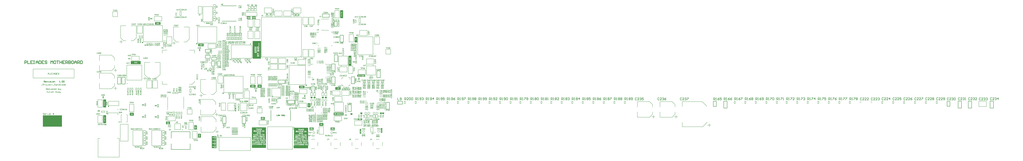
<source format=gbr>
%TF.GenerationSoftware,Altium Limited,Altium Designer,23.11.1 (41)*%
G04 Layer_Color=65535*
%FSLAX45Y45*%
%MOMM*%
%TF.SameCoordinates,1BD89016-B4D8-4A99-B54A-05B805E6E99A*%
%TF.FilePolarity,Positive*%
%TF.FileFunction,Legend,Top*%
%TF.Part,Single*%
G01*
G75*
%TA.AperFunction,NonConductor*%
%ADD136C,0.25400*%
%ADD137C,0.12700*%
%ADD138C,0.40000*%
%ADD139C,0.25000*%
%ADD140C,0.15240*%
%ADD141C,0.20000*%
%ADD142C,0.19990*%
%ADD143C,0.07620*%
%ADD144C,0.15200*%
%ADD145C,0.17500*%
%ADD146C,0.20320*%
%ADD147C,0.22860*%
%ADD148C,0.18000*%
%ADD149C,0.30480*%
%ADD150R,1.35000X0.15000*%
%ADD151R,0.50000X0.25000*%
%ADD152R,0.50000X0.25000*%
%ADD153R,0.15000X1.35000*%
%ADD154R,12.91820X7.70300*%
G36*
X807219Y1917157D02*
X615179D01*
Y2451642D01*
X807219D01*
Y1917157D01*
D02*
G37*
G36*
X8262750Y1041400D02*
Y228600D01*
X8093033D01*
Y228600D01*
X7942451D01*
Y1041400D01*
X8093033D01*
Y1041400D01*
X8262750D01*
D02*
G37*
G36*
X14201559Y4279900D02*
X13840041D01*
Y4457700D01*
X14201559D01*
Y4279900D01*
D02*
G37*
G36*
X10972015Y7482497D02*
X11267034D01*
Y6284303D01*
X10972015D01*
D01*
X10703967D01*
Y7482497D01*
X10972015D01*
D01*
D02*
G37*
G36*
X18042400Y1207363D02*
X17940799D01*
Y1524001D01*
X18042400D01*
Y1207363D01*
D02*
G37*
G36*
X11607800Y1449000D02*
D01*
Y1322840D01*
X10655300D01*
Y1449000D01*
Y1633350D01*
X11607800D01*
Y1449000D01*
D02*
G37*
G36*
Y1199890D02*
D01*
Y1073730D01*
D01*
Y947571D01*
D01*
Y821411D01*
D01*
Y695251D01*
Y569091D01*
D01*
Y442932D01*
D01*
Y241300D01*
X10655300D01*
Y442932D01*
D01*
Y569091D01*
Y695251D01*
D01*
Y821411D01*
Y947571D01*
Y1073730D01*
Y1199890D01*
Y1322840D01*
X11607800D01*
Y1199890D01*
D02*
G37*
G36*
X16644897Y4181552D02*
X16283379D01*
Y4359352D01*
X16644897D01*
Y4181552D01*
D02*
G37*
G36*
X11528154Y2241040D02*
X11255647D01*
Y2331220D01*
X11528154D01*
Y2241040D01*
D02*
G37*
G36*
Y2139181D02*
X11255647D01*
Y2241040D01*
X11528154D01*
Y2139181D01*
D02*
G37*
G36*
X16843445Y2439934D02*
X16176555D01*
Y2640066D01*
X16843445D01*
Y2439934D01*
D02*
G37*
G36*
X5129012Y1942217D02*
X4856505D01*
Y2032256D01*
X5129012D01*
Y1942217D01*
D02*
G37*
G36*
Y1840217D02*
X4856505D01*
Y1942217D01*
X5129012D01*
Y1840217D01*
D02*
G37*
G36*
X15477853Y1732780D02*
X15205347D01*
Y1924820D01*
X15477853D01*
Y1732780D01*
D02*
G37*
G36*
X10907807Y9062545D02*
Y8961600D01*
X10667593D01*
Y9062545D01*
D01*
Y9153639D01*
X10907807D01*
Y9062545D01*
D02*
G37*
G36*
X14947038Y3606800D02*
X14821762D01*
Y3708400D01*
X14947038D01*
Y3606800D01*
D02*
G37*
G36*
X17372066Y5813355D02*
X17171935D01*
Y6480245D01*
X17372066D01*
Y5813355D01*
D02*
G37*
G36*
X16809219Y9029157D02*
X16617178D01*
Y9563642D01*
X16809219D01*
Y9029157D01*
D02*
G37*
G36*
X3015707Y265161D02*
X2775493D01*
Y344439D01*
X3015707D01*
Y265161D01*
D02*
G37*
G36*
X10381708Y3351261D02*
X10141493D01*
Y3430539D01*
X10381708D01*
Y3351261D01*
D02*
G37*
G36*
X15505838Y3606800D02*
X15380562D01*
Y3708400D01*
X15505838D01*
Y3606800D01*
D02*
G37*
G36*
X17436238Y2489200D02*
X17310962D01*
Y2590800D01*
X17436238D01*
Y2489200D01*
D02*
G37*
G36*
X15709038Y3606800D02*
X15583762D01*
Y3708400D01*
X15709038D01*
Y3606800D01*
D02*
G37*
G36*
X6942843Y1490665D02*
X6840983D01*
X6750803D01*
Y1763172D01*
X6840983D01*
X6942843D01*
Y1490665D01*
D02*
G37*
G36*
X2681797Y2427554D02*
X2409290D01*
Y2619593D01*
X2681797D01*
Y2427554D01*
D02*
G37*
G36*
X14817455Y1529840D02*
X14544946D01*
Y1620020D01*
X14817455D01*
Y1529840D01*
D02*
G37*
G36*
Y1427981D02*
X14544946D01*
Y1529840D01*
X14817455D01*
Y1427981D01*
D02*
G37*
G36*
X14743839Y3708400D02*
Y3606800D01*
X14618562D01*
Y3708400D01*
X14743839D01*
D02*
G37*
G36*
X16239854Y1529840D02*
X15967348D01*
Y1620020D01*
X16239854D01*
Y1529840D01*
D02*
G37*
G36*
Y1427981D02*
X15967348D01*
Y1529840D01*
X16239854D01*
Y1427981D01*
D02*
G37*
G36*
X3147604Y5914023D02*
X2480714D01*
Y6114154D01*
X3147604D01*
Y5914023D01*
D02*
G37*
G36*
X14603146Y2993490D02*
X14411107D01*
Y3265997D01*
X14603146D01*
Y2993490D01*
D02*
G37*
G36*
X4482195Y8580540D02*
X4120676D01*
Y8758340D01*
X4482195D01*
Y8580540D01*
D02*
G37*
G36*
X4285707Y344439D02*
Y265161D01*
X4045493D01*
Y344439D01*
X4285707D01*
D02*
G37*
G36*
X17767299Y7388442D02*
X17589499D01*
Y7749961D01*
X17767299D01*
Y7388442D01*
D02*
G37*
G36*
X10899560Y4330700D02*
X10538041D01*
Y4508500D01*
X10899560D01*
Y4330700D01*
D02*
G37*
G36*
X807219Y2983956D02*
X615179D01*
Y3518441D01*
X807219D01*
Y2983956D01*
D02*
G37*
G36*
X7790907Y8647161D02*
X7550693D01*
Y8726439D01*
X7790907D01*
Y8647161D01*
D02*
G37*
G36*
X18099120Y2133600D02*
X17782481D01*
Y2235200D01*
X18099120D01*
Y2133600D01*
D02*
G37*
G36*
X14452600Y1423600D02*
D01*
Y1297440D01*
D01*
Y1174490D01*
Y1048330D01*
D01*
Y922171D01*
D01*
Y796011D01*
D01*
Y669851D01*
D01*
Y543691D01*
D01*
Y417532D01*
Y215900D01*
X13500101D01*
Y417532D01*
Y543691D01*
Y669851D01*
Y796011D01*
Y922171D01*
Y1048330D01*
Y1174490D01*
D01*
Y1297440D01*
X14452600D01*
X13500101D01*
Y1423600D01*
Y1607950D01*
X14452600D01*
Y1423600D01*
D02*
G37*
G36*
X19464799Y1264083D02*
X19363200D01*
Y1580721D01*
X19464799D01*
Y1264083D01*
D02*
G37*
G36*
X7208020Y933178D02*
X7015980D01*
Y1200421D01*
X7208020D01*
Y933178D01*
D02*
G37*
G36*
X18105038Y2540000D02*
X17979762D01*
Y2641600D01*
X18105038D01*
Y2540000D01*
D02*
G37*
G36*
X19425838D02*
X19300562D01*
Y2641600D01*
X19425838D01*
Y2540000D01*
D02*
G37*
G36*
X11312254Y4323580D02*
X11039747D01*
Y4515620D01*
X11312254D01*
Y4323580D01*
D02*
G37*
G36*
X7394360Y7302500D02*
Y7124700D01*
X7032841D01*
Y7302500D01*
X7394360D01*
D02*
G37*
G36*
X18302322Y5055367D02*
X17765677D01*
Y5206233D01*
X18302322D01*
Y5055367D01*
D02*
G37*
G36*
X9590038Y2724694D02*
X9510759D01*
Y2964908D01*
X9590038D01*
Y2724694D01*
D02*
G37*
G36*
X10552207Y9063459D02*
D01*
Y8961600D01*
X10311993D01*
Y9063459D01*
Y9153639D01*
X10552207D01*
Y9063459D01*
D02*
G37*
G36*
X19578238Y2540000D02*
X19452962D01*
Y2641600D01*
X19578238D01*
Y2540000D01*
D02*
G37*
G36*
X17474812Y5926617D02*
X17483553D01*
Y5922921D01*
X17474812D01*
Y5914250D01*
X17471152D01*
Y5922921D01*
X17462482D01*
Y5926617D01*
X17471152D01*
Y5935287D01*
X17474812D01*
Y5926617D01*
D02*
G37*
G36*
X4101713Y2961167D02*
X4110453D01*
Y2957471D01*
X4101713D01*
Y2948800D01*
X4098052D01*
Y2957471D01*
X4089381D01*
Y2961167D01*
X4098052D01*
Y2969837D01*
X4101713D01*
Y2961167D01*
D02*
G37*
G36*
X3238113Y3011967D02*
X3246853D01*
Y3008271D01*
X3238113D01*
Y2999600D01*
X3234452D01*
Y3008271D01*
X3225781D01*
Y3011967D01*
X3234452D01*
Y3020637D01*
X3238113D01*
Y3011967D01*
D02*
G37*
G36*
X16929851Y2328652D02*
X16938591D01*
Y2324956D01*
X16929851D01*
Y2316285D01*
X16926190D01*
Y2324956D01*
X16917519D01*
Y2328652D01*
X16926190D01*
Y2337322D01*
X16929851D01*
Y2328652D01*
D02*
G37*
G36*
X3238113Y2199167D02*
X3246853D01*
Y2195471D01*
X3238113D01*
Y2186800D01*
X3234452D01*
Y2195471D01*
X3225781D01*
Y2199167D01*
X3234452D01*
Y2207837D01*
X3238113D01*
Y2199167D01*
D02*
G37*
G36*
X10784367Y4182348D02*
X10793037D01*
Y4178687D01*
X10784367D01*
Y4169947D01*
X10780671D01*
Y4178687D01*
X10772000D01*
Y4182348D01*
X10780671D01*
Y4191019D01*
X10784367D01*
Y4182348D01*
D02*
G37*
G36*
X4101713Y2199167D02*
X4110453D01*
Y2195471D01*
X4101713D01*
Y2186800D01*
X4098052D01*
Y2195471D01*
X4089381D01*
Y2199167D01*
X4098052D01*
Y2207837D01*
X4101713D01*
Y2199167D01*
D02*
G37*
G36*
X471967Y3737848D02*
X480637D01*
Y3734187D01*
X471967D01*
Y3725447D01*
X468271D01*
Y3734187D01*
X459600D01*
Y3737848D01*
X468271D01*
Y3746519D01*
X471967D01*
Y3737848D01*
D02*
G37*
G36*
X253613Y2605567D02*
X262353D01*
Y2601871D01*
X253613D01*
Y2593200D01*
X249952D01*
Y2601871D01*
X241281D01*
Y2605567D01*
X249952D01*
Y2614237D01*
X253613D01*
Y2605567D01*
D02*
G37*
G36*
X3796913Y8853967D02*
X3805653D01*
Y8850271D01*
X3796913D01*
Y8841600D01*
X3793252D01*
Y8850271D01*
X3784581D01*
Y8853967D01*
X3793252D01*
Y8862637D01*
X3796913D01*
Y8853967D01*
D02*
G37*
G36*
X14086366Y3826748D02*
X14095036D01*
Y3823087D01*
X14086366D01*
Y3814347D01*
X14082671D01*
Y3823087D01*
X14074001D01*
Y3826748D01*
X14082671D01*
Y3835419D01*
X14086366D01*
Y3826748D01*
D02*
G37*
G36*
X7272379Y6806813D02*
X7281050D01*
Y6803152D01*
X7272379D01*
Y6794481D01*
X7268683D01*
Y6803152D01*
X7260013D01*
Y6806813D01*
X7268683D01*
Y6815553D01*
X7272379D01*
Y6806813D01*
D02*
G37*
G36*
X18022929Y4863713D02*
X18031599D01*
Y4860052D01*
X18022929D01*
Y4851381D01*
X18019234D01*
Y4860052D01*
X18010564D01*
Y4863713D01*
X18019234D01*
Y4872453D01*
X18022929D01*
Y4863713D01*
D02*
G37*
G36*
X2442448Y6421479D02*
X2451119D01*
Y6417783D01*
X2442448D01*
Y6409113D01*
X2438787D01*
Y6417783D01*
X2430047D01*
Y6421479D01*
X2438787D01*
Y6430150D01*
X2442448D01*
Y6421479D01*
D02*
G37*
%LPC*%
G36*
X740784Y2345977D02*
D01*
Y2334157D01*
X682387Y2345977D01*
D01*
Y2333875D01*
X697514Y2331483D01*
X703354Y2330639D01*
X706239Y2330287D01*
X708983Y2330006D01*
X711586Y2329724D01*
X714119Y2329583D01*
X716511Y2329372D01*
X718692Y2329232D01*
X720732Y2329091D01*
X722562Y2329020D01*
X724180Y2328950D01*
X725517D01*
X726080D01*
X726572Y2328880D01*
X726994D01*
X727416D01*
X727698D01*
X727909D01*
X727979D01*
X728050D01*
Y2325503D01*
X725517Y2325362D01*
X722913Y2325080D01*
X717566Y2324518D01*
X714893Y2324166D01*
X712289Y2323814D01*
X709757Y2323462D01*
X707435Y2323040D01*
X705183Y2322688D01*
X703143Y2322336D01*
X701314Y2322055D01*
X700540Y2321914D01*
X699766Y2321774D01*
X699062Y2321633D01*
X698499Y2321563D01*
X697936Y2321422D01*
X697514Y2321351D01*
X697162Y2321281D01*
X696951D01*
X696811Y2321211D01*
X696740D01*
X682387Y2318396D01*
Y2307139D01*
X697866Y2304184D01*
X699695Y2303832D01*
X701384Y2303551D01*
X703073Y2303199D01*
X704691Y2302918D01*
X706168Y2302707D01*
X707505Y2302425D01*
X708842Y2302214D01*
X709968Y2302003D01*
X711093Y2301862D01*
X712008Y2301722D01*
X712852Y2301581D01*
X713485Y2301511D01*
X714048Y2301440D01*
X714400Y2301370D01*
X714682Y2301299D01*
X714752D01*
X717355Y2300948D01*
X719818Y2300737D01*
X722069Y2300525D01*
X723054Y2300455D01*
X724039Y2300385D01*
X724883D01*
X725728Y2300314D01*
X726361D01*
X726924Y2300244D01*
X727416D01*
X727768D01*
X727979D01*
X728050D01*
Y2296797D01*
X725728Y2296726D01*
X723265Y2296585D01*
X720732Y2296445D01*
X718199Y2296304D01*
X713063Y2295812D01*
X710601Y2295600D01*
X708279Y2295319D01*
X706098Y2295108D01*
X704058Y2294897D01*
X702228Y2294615D01*
X701384Y2294545D01*
X700610Y2294475D01*
X699977Y2294334D01*
X699344Y2294264D01*
X698851Y2294193D01*
X698429D01*
X698077Y2294123D01*
X697796Y2294053D01*
X697655D01*
X697585D01*
X682387Y2291942D01*
Y2278785D01*
X740784D01*
Y2345977D01*
D02*
G37*
G36*
Y2277378D02*
X682387Y2264784D01*
Y2277378D01*
Y2246491D01*
X740784Y2231434D01*
X682387D01*
D01*
X740784D01*
Y2277378D01*
D02*
G37*
G36*
Y2230660D02*
D01*
X713837Y2216096D01*
X712289Y2216377D01*
X711867Y2217925D01*
X711304Y2219332D01*
X710601Y2220528D01*
X709827Y2221513D01*
X709194Y2222287D01*
X708631Y2222850D01*
X708209Y2223202D01*
X708138Y2223343D01*
X708068D01*
X706731Y2224187D01*
X705254Y2224820D01*
X703706Y2225242D01*
X702299Y2225594D01*
X701032Y2225735D01*
X700469Y2225805D01*
X699977D01*
X699625Y2225876D01*
X699273D01*
X699132D01*
X699062D01*
X697374Y2225805D01*
X695826Y2225594D01*
X694418Y2225242D01*
X693222Y2224961D01*
X692237Y2224609D01*
X691463Y2224257D01*
X691182Y2224187D01*
X690971Y2224046D01*
X690901Y2223976D01*
X690830D01*
X689564Y2223202D01*
X688368Y2222287D01*
X687383Y2221373D01*
X686538Y2220458D01*
X685905Y2219684D01*
X685413Y2219051D01*
X685131Y2218558D01*
X685061Y2218488D01*
Y2218418D01*
X684498Y2217362D01*
X684076Y2216307D01*
X683654Y2215252D01*
X683372Y2214267D01*
X683161Y2213422D01*
X683020Y2212719D01*
X682950Y2212297D01*
Y2212156D01*
X682739Y2210749D01*
X682598Y2209271D01*
X682528Y2207794D01*
X682458Y2206386D01*
X682387Y2205120D01*
Y2185983D01*
X740784D01*
Y2230660D01*
D02*
G37*
G36*
Y2157699D02*
D01*
Y2141305D01*
X682387Y2157699D01*
D01*
Y2145034D01*
X702439Y2140672D01*
X702650Y2140602D01*
X703002Y2140531D01*
X703424Y2140461D01*
X703846Y2140391D01*
X704269Y2140250D01*
X704620Y2140180D01*
X704902Y2140109D01*
X704972D01*
X705676Y2139969D01*
X706309Y2139828D01*
X706731Y2139687D01*
X707153Y2139617D01*
X707435Y2139546D01*
X707575Y2139476D01*
X707716D01*
X707998Y2139406D01*
X708349D01*
X709264Y2139195D01*
X709686Y2139124D01*
X710038Y2139054D01*
X710319Y2138984D01*
X710390D01*
X711093Y2138843D01*
X711727Y2138702D01*
X712219Y2138632D01*
X712641Y2138491D01*
X712993Y2138421D01*
X713204D01*
X713345Y2138350D01*
X713415D01*
X713837Y2138280D01*
X714259Y2138210D01*
X715244Y2138069D01*
X715667Y2137999D01*
X716018Y2137928D01*
X716300Y2137858D01*
X716370D01*
X717707Y2137647D01*
X718340Y2137576D01*
X718833Y2137506D01*
X719255Y2137436D01*
X719536D01*
X719747Y2137365D01*
X719818D01*
X720943Y2137225D01*
X721999Y2137154D01*
X722421Y2137084D01*
X722773D01*
X723054Y2137014D01*
X723125D01*
X724461Y2136873D01*
X725095Y2136802D01*
X725657Y2136732D01*
X726080D01*
X726431Y2136662D01*
X726713D01*
X726783D01*
X728120Y2136591D01*
X728753D01*
X729316D01*
X729809Y2136521D01*
X730160D01*
X730442D01*
X730512D01*
Y2133988D01*
X727909Y2133918D01*
X725306Y2133777D01*
X722702Y2133566D01*
X720240Y2133285D01*
X717777Y2133003D01*
X715456Y2132722D01*
X713274Y2132370D01*
X711234Y2132018D01*
X709334Y2131737D01*
X707646Y2131385D01*
X706098Y2131103D01*
X704831Y2130822D01*
X703846Y2130611D01*
X703424Y2130470D01*
X703073Y2130400D01*
X702791Y2130329D01*
X702580D01*
X702510Y2130259D01*
X702439D01*
X682387Y2125334D01*
Y2111896D01*
X740784D01*
Y2157699D01*
D02*
G37*
G36*
Y2108237D02*
Y2103382D01*
X727065D01*
X726713Y2103875D01*
X726994Y2104719D01*
X727205Y2105493D01*
X727416Y2106267D01*
X727487Y2106900D01*
X727557Y2107463D01*
X727627Y2107885D01*
Y2108237D01*
X712836D01*
X716652D01*
X716722Y2107393D01*
X716863Y2106478D01*
X717003Y2105563D01*
X717144Y2104719D01*
X717214Y2103945D01*
X717355Y2103382D01*
X717426Y2102960D01*
Y2102820D01*
X716229Y2101764D01*
X715667Y2102186D01*
X715033Y2102468D01*
X714471Y2102749D01*
X713978Y2102960D01*
X713556Y2103101D01*
X713204Y2103171D01*
X712993Y2103242D01*
X712923D01*
X712219Y2103382D01*
X711445Y2103453D01*
X710742Y2103523D01*
X710038D01*
X709405Y2103593D01*
X708842D01*
X708560D01*
X708420D01*
X682387D01*
Y2108237D01*
Y2086496D01*
X715104Y2067078D01*
X682387D01*
D01*
X740784D01*
Y2108237D01*
D02*
G37*
G36*
Y2062153D02*
X730160D01*
Y2045126D01*
X730231Y2043930D01*
X730301Y2042875D01*
X730371Y2041960D01*
X730512Y2041186D01*
X730582Y2040693D01*
X730653Y2040342D01*
Y2040201D01*
X730864Y2039286D01*
X731145Y2038372D01*
X731497Y2037457D01*
X731849Y2036753D01*
X732201Y2036050D01*
X732482Y2035557D01*
X732693Y2035276D01*
X732764Y2035135D01*
X731005Y2033447D01*
X729597Y2035205D01*
X728190Y2037035D01*
X726854Y2038864D01*
X725657Y2040623D01*
X725095Y2041397D01*
X724602Y2042101D01*
X724180Y2042804D01*
X723758Y2043367D01*
X723476Y2043789D01*
X723265Y2044141D01*
X723125Y2044352D01*
X723054Y2044422D01*
X722280Y2045618D01*
X721577Y2046674D01*
X720873Y2047588D01*
X720310Y2048503D01*
X719747Y2049277D01*
X719255Y2049910D01*
X718833Y2050544D01*
X718481Y2051036D01*
X718199Y2051458D01*
X717918Y2051810D01*
X717496Y2052373D01*
X717285Y2052654D01*
X717214Y2052725D01*
X715737Y2054272D01*
X714259Y2055680D01*
X712782Y2056805D01*
X711304Y2057861D01*
X709827Y2058705D01*
X708349Y2059409D01*
X707013Y2060042D01*
X705676Y2060464D01*
X704480Y2060816D01*
X703354Y2061097D01*
X702369Y2061308D01*
X701454Y2061449D01*
X700821Y2061519D01*
X700258Y2061590D01*
X699977D01*
X699836D01*
X698429Y2061519D01*
X697092Y2061379D01*
X695826Y2061168D01*
X694770Y2060886D01*
X693856Y2060605D01*
X693152Y2060394D01*
X692941Y2060323D01*
X692730Y2060253D01*
X692660Y2060183D01*
X692589D01*
X691393Y2059620D01*
X690267Y2058986D01*
X689282Y2058353D01*
X688438Y2057720D01*
X687734Y2057157D01*
X687242Y2056735D01*
X686961Y2056454D01*
X686820Y2056313D01*
X685976Y2055328D01*
X685202Y2054343D01*
X684568Y2053287D01*
X684005Y2052373D01*
X683583Y2051529D01*
X683232Y2050895D01*
X683091Y2050403D01*
X683020Y2050332D01*
Y2050262D01*
X682528Y2048925D01*
X682176Y2047518D01*
X681965Y2046181D01*
X681754Y2044985D01*
X681684Y2044000D01*
Y2043578D01*
X681613Y2043156D01*
Y2022682D01*
Y2042452D01*
X681684Y2040764D01*
X681824Y2039146D01*
X682035Y2037668D01*
X682387Y2036261D01*
X682739Y2034994D01*
X683161Y2033798D01*
X683583Y2032673D01*
X684076Y2031758D01*
X684498Y2030843D01*
X684991Y2030069D01*
X685413Y2029436D01*
X685764Y2028944D01*
X686116Y2028521D01*
X686327Y2028170D01*
X686468Y2028029D01*
X686538Y2027959D01*
X687523Y2027044D01*
X688508Y2026270D01*
X689634Y2025566D01*
X690760Y2025004D01*
X691886Y2024511D01*
X693011Y2024089D01*
X694137Y2023737D01*
X695263Y2023456D01*
X696248Y2023245D01*
X697233Y2023104D01*
X698077Y2022963D01*
X698781Y2022893D01*
X699414D01*
X699836Y2022822D01*
X700188D01*
X700258D01*
X701173D01*
X701876Y2022893D01*
X702299D01*
X702369D01*
X702439D01*
Y2036331D01*
X701876D01*
X700821D01*
X699836Y2036402D01*
X698992Y2036472D01*
X698147Y2036542D01*
X697374Y2036613D01*
X696740Y2036683D01*
X695615Y2036964D01*
X694700Y2037176D01*
X694137Y2037316D01*
X693785Y2037457D01*
X693645Y2037527D01*
X692800Y2038090D01*
X692237Y2038723D01*
X691815Y2039427D01*
X691463Y2040131D01*
X691323Y2040764D01*
X691252Y2041327D01*
X691182Y2041678D01*
Y2041819D01*
X691252Y2042875D01*
X691463Y2043789D01*
X691815Y2044493D01*
X692167Y2045126D01*
X692519Y2045618D01*
X692871Y2045970D01*
X693082Y2046181D01*
X693152Y2046252D01*
X693996Y2046744D01*
X694911Y2047166D01*
X695896Y2047448D01*
X696811Y2047588D01*
X697655Y2047729D01*
X698359Y2047800D01*
X698640D01*
X698851D01*
X698921D01*
X698992D01*
X699906D01*
X700680Y2047729D01*
X701032Y2047659D01*
X701243D01*
X701384Y2047588D01*
X701454D01*
X702299Y2047448D01*
X703073Y2047237D01*
X703354Y2047096D01*
X703565Y2047026D01*
X703706Y2046955D01*
X703776D01*
X704550Y2046603D01*
X705183Y2046252D01*
X705676Y2046041D01*
X705746Y2045970D01*
X705816D01*
X706450Y2045548D01*
X707083Y2045126D01*
X707364Y2044915D01*
X707575Y2044704D01*
X707716Y2044633D01*
X707786Y2044563D01*
X708490Y2043930D01*
X709053Y2043437D01*
X709405Y2043156D01*
X709545Y2043015D01*
X709827Y2042804D01*
X710108Y2042452D01*
X710742Y2041889D01*
X710953Y2041538D01*
X711164Y2041327D01*
X711304Y2041186D01*
X711375Y2041116D01*
X712149Y2040271D01*
X712641Y2039638D01*
X712993Y2039216D01*
X713134Y2039146D01*
Y2039075D01*
X713345Y2038723D01*
X713626Y2038372D01*
X714259Y2037598D01*
X714541Y2037246D01*
X714752Y2036964D01*
X714893Y2036753D01*
X714963Y2036683D01*
X715385Y2036120D01*
X715807Y2035698D01*
X716089Y2035276D01*
X716370Y2034924D01*
X716581Y2034713D01*
X716722Y2034502D01*
X716863Y2034432D01*
Y2034361D01*
X717777Y2033235D01*
X718692Y2032250D01*
X719607Y2031265D01*
X720521Y2030351D01*
X721366Y2029577D01*
X722140Y2028873D01*
X722913Y2028170D01*
X723617Y2027607D01*
X724250Y2027114D01*
X724883Y2026622D01*
X725376Y2026270D01*
X725798Y2025989D01*
X726150Y2025707D01*
X726431Y2025566D01*
X726572Y2025496D01*
X726642Y2025426D01*
X728542Y2024511D01*
X730442Y2023807D01*
X732412Y2023385D01*
X734171Y2023034D01*
X735015Y2022893D01*
X735789Y2022822D01*
X736493Y2022752D01*
X737055D01*
X737548Y2022682D01*
X739799D01*
X740151Y2022752D01*
X740433D01*
X740644D01*
X740714D01*
X740784D01*
Y2062153D01*
D02*
G37*
%LPD*%
G36*
Y2303621D02*
X720662Y2307561D01*
X717707Y2308124D01*
X714893Y2308617D01*
X712219Y2308968D01*
X709757Y2309320D01*
X707364Y2309672D01*
X705183Y2309883D01*
X703213Y2310094D01*
X701384Y2310305D01*
X699766Y2310376D01*
X698359Y2310516D01*
X697092Y2310587D01*
X696107D01*
X695263Y2310657D01*
X694700D01*
X694348D01*
X694207D01*
X693574D01*
Y2314245D01*
X695755Y2314316D01*
X698007Y2314386D01*
X702580Y2314738D01*
X704902Y2314949D01*
X707083Y2315230D01*
X709264Y2315512D01*
X711304Y2315723D01*
X713204Y2316004D01*
X714893Y2316286D01*
X716441Y2316497D01*
X717777Y2316708D01*
X718903Y2316849D01*
X719325Y2316919D01*
X719677Y2316989D01*
X719958Y2317060D01*
X720170Y2317130D01*
X720310D01*
X720381D01*
X740784Y2320859D01*
Y2303621D01*
D02*
G37*
G36*
Y2278785D02*
X682387D01*
X740784Y2290605D01*
Y2278785D01*
D02*
G37*
G36*
Y2244098D02*
X735156Y2245506D01*
X734311Y2245646D01*
X733326Y2245717D01*
X732271D01*
X731286D01*
X730442Y2245646D01*
X729668Y2245576D01*
X729386D01*
X729175Y2245506D01*
X729105D01*
X729035D01*
X728401Y2246279D01*
X728824Y2247616D01*
X728964Y2248179D01*
X729035Y2248672D01*
X729175Y2249094D01*
Y2249375D01*
X729246Y2249586D01*
Y2249657D01*
X729316Y2250360D01*
X729386Y2251064D01*
Y2251908D01*
X729457Y2252682D01*
Y2254441D01*
X729386Y2255989D01*
X729316Y2257466D01*
X729105Y2258803D01*
X728894Y2259929D01*
X728753Y2260844D01*
X728542Y2261547D01*
X728472Y2261829D01*
Y2262040D01*
X728401Y2262110D01*
Y2262180D01*
X729175Y2262954D01*
X730160Y2262743D01*
X731145Y2262603D01*
X732060D01*
X732834D01*
X733538D01*
X734030Y2262673D01*
X734311Y2262743D01*
X734452D01*
X740784Y2264221D01*
Y2244098D01*
D02*
G37*
G36*
X721295Y2260562D02*
X721014Y2259648D01*
X720873Y2258662D01*
X720732Y2257677D01*
X720592Y2256763D01*
Y2255919D01*
X720521Y2255285D01*
Y2253386D01*
X720662Y2252119D01*
X720732Y2251064D01*
X720873Y2250079D01*
X721014Y2249305D01*
X721155Y2248742D01*
X721225Y2248390D01*
X721295Y2248250D01*
X720170Y2247476D01*
X719325Y2247827D01*
X718411Y2248179D01*
X717426Y2248531D01*
X716370Y2248812D01*
X714119Y2249446D01*
X711727Y2250008D01*
X709194Y2250571D01*
X706590Y2251064D01*
X703987Y2251486D01*
X701384Y2251908D01*
X698921Y2252260D01*
X696600Y2252541D01*
X694489Y2252823D01*
X693504Y2252893D01*
X692589Y2253034D01*
X691815Y2253104D01*
X691112Y2253175D01*
X690478Y2253245D01*
X689916Y2253315D01*
X689493D01*
X689212Y2253386D01*
X689001D01*
X688931D01*
Y2255989D01*
X691041Y2256130D01*
X693011Y2256270D01*
X694911Y2256481D01*
X696740Y2256622D01*
X698429Y2256833D01*
X700047Y2256974D01*
X701525Y2257185D01*
X702861Y2257326D01*
X704128Y2257537D01*
X705183Y2257677D01*
X706098Y2257818D01*
X706872Y2257959D01*
X707505Y2258029D01*
X707998Y2258100D01*
X708279Y2258170D01*
X708349D01*
X709827Y2258451D01*
X711164Y2258733D01*
X712430Y2259014D01*
X713626Y2259296D01*
X714682Y2259577D01*
X715667Y2259859D01*
X716511Y2260070D01*
X717285Y2260351D01*
X717988Y2260562D01*
X718551Y2260773D01*
X719044Y2260984D01*
X719466Y2261125D01*
X719747Y2261266D01*
X719958Y2261336D01*
X720099Y2261406D01*
X720170D01*
X721295Y2260562D01*
D02*
G37*
G36*
X740784Y2199421D02*
X727416D01*
X726361D01*
X725517D01*
X724743D01*
X724110D01*
X723687Y2199351D01*
X723336D01*
X723125D01*
X723054D01*
X721928Y2199280D01*
X720943Y2199069D01*
X720521Y2198999D01*
X720170Y2198929D01*
X719958Y2198858D01*
X719888D01*
X718762Y2198506D01*
X718270Y2198295D01*
X717848Y2198084D01*
X717496Y2197873D01*
X717285Y2197732D01*
X717144Y2197662D01*
X717074Y2197592D01*
X715807Y2198647D01*
X716159Y2199702D01*
X716441Y2200687D01*
X716652Y2201673D01*
X716792Y2202587D01*
X716863Y2203291D01*
X716933Y2203924D01*
Y2204416D01*
X740784Y2215111D01*
Y2199421D01*
D02*
G37*
G36*
X701876Y2213141D02*
X702791Y2213000D01*
X703635Y2212719D01*
X704339Y2212437D01*
X704972Y2212156D01*
X705394Y2211874D01*
X705746Y2211734D01*
X705816Y2211663D01*
X706520Y2211030D01*
X707153Y2210397D01*
X707575Y2209693D01*
X707998Y2209060D01*
X708279Y2208497D01*
X708420Y2208075D01*
X708560Y2207794D01*
Y2207653D01*
X708701Y2206949D01*
X708842Y2206175D01*
X708912Y2205331D01*
X709053Y2204487D01*
X709123Y2203783D01*
Y2203150D01*
X709194Y2202728D01*
Y2202587D01*
X709264Y2201391D01*
X709334Y2200336D01*
X709475Y2199421D01*
X709545Y2198717D01*
X709616Y2198155D01*
Y2197803D01*
X709686Y2197521D01*
Y2197451D01*
X708490Y2196325D01*
X707927Y2196747D01*
X707435Y2197099D01*
X706942Y2197381D01*
X706450Y2197592D01*
X706098Y2197803D01*
X705816Y2197873D01*
X705605Y2197944D01*
X705535D01*
X704902Y2198084D01*
X704198Y2198155D01*
X703565Y2198225D01*
X702861D01*
X702299Y2198295D01*
X701806D01*
X701525D01*
X701384D01*
X698570D01*
X697303Y2198225D01*
X696670Y2198155D01*
X696177Y2198014D01*
X695755Y2197944D01*
X695403Y2197803D01*
X695192Y2197732D01*
X695122D01*
X694489Y2197521D01*
X693996Y2197310D01*
X693574Y2197099D01*
X693222Y2196888D01*
X692941Y2196747D01*
X692730Y2196607D01*
X692589Y2196536D01*
Y2196466D01*
X691463Y2197732D01*
X691675Y2198506D01*
X691886Y2199421D01*
X692026Y2200265D01*
X692097Y2201180D01*
X692237Y2201884D01*
Y2202517D01*
X692308Y2202939D01*
Y2203080D01*
X692378Y2204276D01*
X692519Y2205261D01*
X692589Y2206105D01*
X692730Y2206738D01*
X692871Y2207231D01*
X692941Y2207583D01*
X693011Y2207794D01*
Y2207864D01*
X693433Y2208779D01*
X693856Y2209553D01*
X694348Y2210256D01*
X694841Y2210819D01*
X695263Y2211241D01*
X695615Y2211523D01*
X695896Y2211734D01*
X695966Y2211804D01*
X696740Y2212297D01*
X697585Y2212648D01*
X698359Y2212859D01*
X699132Y2213071D01*
X699836Y2213141D01*
X700329Y2213211D01*
X700680D01*
X700821D01*
X701876Y2213141D01*
D02*
G37*
G36*
X740784Y2111896D02*
X682387D01*
X740784Y2128430D01*
Y2111896D01*
D02*
G37*
G36*
X691041Y2092829D02*
X693082Y2092547D01*
X695052Y2092266D01*
X696881Y2092125D01*
X698570Y2091914D01*
X700188Y2091773D01*
X701665Y2091633D01*
X703002Y2091562D01*
X704198Y2091492D01*
X705254Y2091422D01*
X706168D01*
X706872Y2091351D01*
X707505D01*
X707927D01*
X708209D01*
X708279D01*
X709264D01*
X710249Y2091422D01*
X711093Y2091492D01*
X711867Y2091562D01*
X712571Y2091703D01*
X713204Y2091844D01*
X714259Y2092125D01*
X715104Y2092407D01*
X715667Y2092688D01*
X715948Y2092829D01*
X716089Y2092899D01*
X717285Y2092055D01*
X717003Y2090999D01*
X716863Y2089874D01*
X716722Y2088818D01*
X716581Y2087833D01*
Y2086989D01*
X716511Y2086285D01*
Y2083612D01*
X716652Y2081712D01*
X716792Y2079953D01*
X716933Y2078476D01*
X717003Y2077842D01*
X717074Y2077280D01*
X717144Y2076787D01*
X717214Y2076435D01*
X717285Y2076083D01*
Y2075872D01*
X717355Y2075732D01*
Y2075661D01*
X716159Y2075098D01*
X715667Y2075802D01*
X715244Y2076365D01*
X714893Y2076787D01*
X714752Y2076857D01*
Y2076928D01*
X714048Y2077561D01*
X713345Y2078124D01*
X713063Y2078335D01*
X712852Y2078476D01*
X712712Y2078546D01*
X712641Y2078616D01*
X711797Y2079179D01*
X711164Y2079601D01*
X710812Y2079812D01*
X710671Y2079883D01*
X710319Y2080094D01*
X709968Y2080305D01*
X709123Y2080797D01*
X708701Y2081009D01*
X708420Y2081220D01*
X708209Y2081290D01*
X708138Y2081360D01*
X698781Y2086778D01*
X696951Y2087763D01*
X695192Y2088537D01*
X693574Y2089100D01*
X692026Y2089592D01*
X691393Y2089803D01*
X690760Y2089944D01*
X690267Y2090014D01*
X689775Y2090155D01*
X689423Y2090225D01*
X689142Y2090296D01*
X689001D01*
X688931D01*
Y2093110D01*
X691041Y2092829D01*
D02*
G37*
G36*
X728331Y2091210D02*
X729386Y2090788D01*
X730442Y2090437D01*
X731497Y2090225D01*
X732412Y2090085D01*
X733186Y2090014D01*
X733467D01*
X733678D01*
X733819D01*
X733889D01*
X740784D01*
Y2067078D01*
X727416D01*
Y2085441D01*
X727346Y2086637D01*
X727276Y2087763D01*
X727135Y2088678D01*
X726994Y2089451D01*
X726854Y2090085D01*
X726713Y2090507D01*
X726572Y2090788D01*
Y2090859D01*
X727416Y2091844D01*
X728331Y2091210D01*
D02*
G37*
%LPC*%
G36*
X8217341Y1014529D02*
X8198701D01*
Y984655D01*
X8198825Y982557D01*
X8198948Y980705D01*
X8199071Y979100D01*
X8199318Y977742D01*
X8199442Y976878D01*
X8199565Y976261D01*
Y976014D01*
X8199936Y974409D01*
X8200429Y972805D01*
X8201047Y971200D01*
X8201664Y969965D01*
X8202281Y968731D01*
X8202775Y967867D01*
X8203145Y967373D01*
X8203269Y967126D01*
X8200182Y964163D01*
X8197714Y967250D01*
X8195245Y970459D01*
X8192899Y973669D01*
X8190801Y976755D01*
X8189813Y978113D01*
X8188949Y979347D01*
X8188208Y980581D01*
X8187468Y981569D01*
X8186974Y982310D01*
X8186604Y982927D01*
X8186357Y983297D01*
X8186233Y983421D01*
X8184875Y985519D01*
X8183641Y987371D01*
X8182407Y988976D01*
X8181419Y990580D01*
X8180431Y991938D01*
X8179567Y993049D01*
X8178827Y994160D01*
X8178209Y995024D01*
X8177716Y995765D01*
X8177222Y996382D01*
X8176481Y997370D01*
X8176111Y997864D01*
X8175987Y997987D01*
X8173395Y1000703D01*
X8170803Y1003172D01*
X8168210Y1005147D01*
X8165618Y1006998D01*
X8163026Y1008480D01*
X8160434Y1009714D01*
X8158088Y1010825D01*
X8155743Y1011566D01*
X8153644Y1012183D01*
X8151669Y1012677D01*
X8149941Y1013047D01*
X8148336Y1013294D01*
X8147225Y1013418D01*
X8146237Y1013541D01*
X8145744D01*
X8145497D01*
X8143028Y1013418D01*
X8140682Y1013171D01*
X8138460Y1012800D01*
X8136609Y1012307D01*
X8135004Y1011813D01*
X8133770Y1011442D01*
X8133399Y1011319D01*
X8133029Y1011196D01*
X8132906Y1011072D01*
X8132782D01*
X8130684Y1010085D01*
X8128708Y1008974D01*
X8126980Y1007863D01*
X8125499Y1006752D01*
X8124264Y1005764D01*
X8123400Y1005023D01*
X8122907Y1004530D01*
X8122660Y1004283D01*
X8121178Y1002555D01*
X8119820Y1000826D01*
X8118709Y998975D01*
X8117722Y997370D01*
X8116981Y995889D01*
X8116364Y994778D01*
X8116117Y993913D01*
X8115994Y993790D01*
Y993667D01*
X8115130Y991321D01*
X8114512Y988852D01*
X8114142Y986507D01*
X8113772Y984408D01*
X8113648Y982680D01*
Y981939D01*
X8113525Y981199D01*
Y1014529D01*
D01*
Y945276D01*
Y979964D01*
X8113648Y977002D01*
X8113895Y974162D01*
X8114265Y971570D01*
X8114883Y969101D01*
X8115500Y966879D01*
X8116241Y964781D01*
X8116981Y962806D01*
X8117845Y961201D01*
X8118586Y959596D01*
X8119450Y958238D01*
X8120191Y957127D01*
X8120808Y956263D01*
X8121425Y955522D01*
X8121796Y954905D01*
X8122042Y954658D01*
X8122166Y954535D01*
X8123894Y952930D01*
X8125622Y951572D01*
X8127597Y950338D01*
X8129573Y949350D01*
X8131548Y948486D01*
X8133523Y947745D01*
X8135498Y947128D01*
X8137473Y946634D01*
X8139201Y946264D01*
X8140929Y946017D01*
X8142411Y945770D01*
X8143645Y945647D01*
X8144756D01*
X8145497Y945523D01*
X8146114D01*
X8146237D01*
X8147842D01*
X8149077Y945647D01*
X8149817D01*
X8149941D01*
X8150064D01*
Y969225D01*
X8149077D01*
X8147225D01*
X8145497Y969348D01*
X8144015Y969472D01*
X8142534Y969595D01*
X8141176Y969718D01*
X8140065Y969842D01*
X8138090Y970336D01*
X8136485Y970706D01*
X8135498Y970953D01*
X8134881Y971200D01*
X8134634Y971323D01*
X8133152Y972311D01*
X8132165Y973422D01*
X8131424Y974656D01*
X8130807Y975891D01*
X8130560Y977002D01*
X8130437Y977989D01*
X8130313Y978606D01*
Y978853D01*
X8130437Y980705D01*
X8130807Y982310D01*
X8131424Y983544D01*
X8132041Y984655D01*
X8132659Y985519D01*
X8133276Y986136D01*
X8133646Y986507D01*
X8133770Y986630D01*
X8135251Y987494D01*
X8136856Y988235D01*
X8138584Y988729D01*
X8140189Y988976D01*
X8141670Y989223D01*
X8142904Y989346D01*
X8143398D01*
X8143769D01*
X8143892D01*
X8144015D01*
X8145620D01*
X8146978Y989223D01*
X8147595Y989099D01*
X8147966D01*
X8148213Y988976D01*
X8148336D01*
X8149817Y988729D01*
X8151175Y988358D01*
X8151669Y988112D01*
X8152039Y987988D01*
X8152286Y987865D01*
X8152410D01*
X8153768Y987247D01*
X8154879Y986630D01*
X8155743Y986260D01*
X8155866Y986136D01*
X8155990D01*
X8157101Y985396D01*
X8158212Y984655D01*
X8158705Y984285D01*
X8159076Y983914D01*
X8159323Y983791D01*
X8159446Y983668D01*
X8160680Y982557D01*
X8161668Y981692D01*
X8162285Y981199D01*
X8162532Y980952D01*
X8163026Y980581D01*
X8163520Y979964D01*
X8164631Y978977D01*
X8165001Y978359D01*
X8165371Y977989D01*
X8165618Y977742D01*
X8165742Y977619D01*
X8167099Y976137D01*
X8167964Y975026D01*
X8168581Y974286D01*
X8168828Y974162D01*
Y974039D01*
X8169198Y973422D01*
X8169692Y972805D01*
X8170803Y971447D01*
X8171297Y970829D01*
X8171667Y970336D01*
X8171914Y969965D01*
X8172037Y969842D01*
X8172778Y968854D01*
X8173519Y968114D01*
X8174012Y967373D01*
X8174506Y966756D01*
X8174876Y966385D01*
X8175123Y966015D01*
X8175370Y965892D01*
Y965768D01*
X8176975Y963793D01*
X8178580Y962065D01*
X8180185Y960337D01*
X8181789Y958732D01*
X8183271Y957374D01*
X8184629Y956140D01*
X8185986Y954905D01*
X8187221Y953918D01*
X8188332Y953053D01*
X8189443Y952189D01*
X8190307Y951572D01*
X8191048Y951078D01*
X8191665Y950585D01*
X8192159Y950338D01*
X8192406Y950214D01*
X8192529Y950091D01*
X8195862Y948486D01*
X8199195Y947252D01*
X8202651Y946511D01*
X8205737Y945894D01*
X8207219Y945647D01*
X8208577Y945523D01*
X8209811Y945400D01*
X8210799D01*
X8211663Y945276D01*
X8215613D01*
X8216230Y945400D01*
X8216724D01*
X8217094D01*
X8217218D01*
X8217341D01*
Y1014529D01*
D02*
G37*
G36*
X8091675Y970212D02*
Y961695D01*
X8067604D01*
X8066986Y962559D01*
X8067480Y964040D01*
X8067851Y965398D01*
X8068221Y966756D01*
X8068344Y967867D01*
X8068468Y968854D01*
X8068591Y969595D01*
Y970212D01*
X8091675D01*
X7989217D01*
X8049334D01*
X8049457Y968731D01*
X8049704Y967126D01*
X8049951Y965521D01*
X8050198Y964040D01*
X8050321Y962682D01*
X8050568Y961695D01*
X8050692Y960954D01*
Y960707D01*
X8048593Y958855D01*
X8047606Y959596D01*
X8046495Y960090D01*
X8045507Y960584D01*
X8044643Y960954D01*
X8043902Y961201D01*
X8043285Y961324D01*
X8042915Y961448D01*
X8042791D01*
X8041557Y961695D01*
X8040199Y961818D01*
X8038965Y961941D01*
X8037730D01*
X8036619Y962065D01*
X8035632D01*
X8035138D01*
X8034891D01*
X7989217D01*
Y965521D01*
Y932068D01*
X8046618Y897997D01*
X8091675D01*
Y970212D01*
D02*
G37*
G36*
X8217341Y938487D02*
X8114883Y916391D01*
Y938487D01*
X8217341D01*
X8114883D01*
Y884295D01*
X8217341Y857878D01*
Y880098D01*
X8207466Y882567D01*
X8205984Y882814D01*
X8204256Y882937D01*
X8202404D01*
X8200676D01*
X8199195Y882814D01*
X8197837Y882690D01*
X8197343D01*
X8196973Y882567D01*
X8196849D01*
X8196726D01*
X8195615Y883925D01*
X8196356Y886270D01*
X8196603Y887258D01*
X8196726Y888122D01*
X8196973Y888863D01*
Y889356D01*
X8197096Y889727D01*
Y889850D01*
X8197220Y891085D01*
X8197343Y892319D01*
Y893800D01*
X8197467Y895158D01*
Y898244D01*
X8197343Y900960D01*
X8197220Y903552D01*
X8196849Y905898D01*
X8196479Y907873D01*
X8196232Y909478D01*
X8195862Y910712D01*
X8195738Y911206D01*
Y911576D01*
X8195615Y911700D01*
Y911823D01*
X8196973Y913181D01*
X8198701Y912811D01*
X8200429Y912564D01*
X8202034D01*
X8203392D01*
X8204626D01*
X8205491Y912687D01*
X8205984Y912811D01*
X8206231D01*
X8217341Y915403D01*
Y938487D01*
D02*
G37*
G36*
Y812451D02*
X8201664D01*
Y804674D01*
X8201787Y801711D01*
X8201911Y798872D01*
X8202281Y796280D01*
X8202651Y794058D01*
X8203022Y792206D01*
X8203145Y791342D01*
X8203269Y790725D01*
X8203392Y790231D01*
X8203515Y789860D01*
X8203639Y789614D01*
Y789490D01*
X8201911Y787515D01*
X8200800Y788256D01*
X8199689Y788873D01*
X8198578Y789367D01*
X8197467Y789737D01*
X8196603Y790107D01*
X8195738Y790231D01*
X8195245Y790354D01*
X8195121D01*
X8193393Y790601D01*
X8191541Y790848D01*
X8189566Y790971D01*
X8187715D01*
X8186110Y791095D01*
X8184752D01*
X8184258D01*
X8183888D01*
X8183641D01*
X8183518D01*
X8114883D01*
Y745050D01*
D01*
Y745914D01*
X8129326D01*
Y751716D01*
X8129202Y755049D01*
X8128955Y758259D01*
X8128708Y761221D01*
X8128338Y763937D01*
X8128091Y765048D01*
X8127968Y766159D01*
X8127844Y767023D01*
X8127597Y767887D01*
X8127474Y768505D01*
Y768998D01*
X8127351Y769245D01*
Y769369D01*
X8129079Y770480D01*
X8131795Y769369D01*
X8134757Y768628D01*
X8137720Y768011D01*
X8140559Y767641D01*
X8141793Y767517D01*
X8143028Y767394D01*
X8144015D01*
X8145003Y767270D01*
X8145744D01*
X8146237D01*
X8146608D01*
X8146731D01*
X8183024D01*
X8184875D01*
X8186604D01*
X8187962D01*
X8189073Y767394D01*
X8189937D01*
X8190554D01*
X8190924D01*
X8191048D01*
X8193023Y767517D01*
X8194874Y767764D01*
X8195615Y767887D01*
X8196232Y768011D01*
X8196603Y768134D01*
X8196726D01*
X8198701Y768752D01*
X8199565Y768998D01*
X8200182Y769369D01*
X8200800Y769616D01*
X8201170Y769863D01*
X8201417Y770109D01*
X8201540D01*
X8203269Y768998D01*
X8202775Y766159D01*
X8202281Y763567D01*
X8202034Y761098D01*
X8201911Y758876D01*
X8201787Y757024D01*
X8201664Y756284D01*
Y745050D01*
X8114883D01*
X8217341D01*
Y812451D01*
D02*
G37*
G36*
X8063283Y766900D02*
X8062666D01*
X8060814Y766776D01*
X8058963Y766653D01*
X8055753Y766036D01*
X8052914Y765048D01*
X8050445Y763937D01*
X8049457Y763443D01*
X8048593Y762826D01*
X8047853Y762332D01*
X8047112Y761962D01*
X8046618Y761468D01*
X8046248Y761221D01*
X8046124Y761098D01*
X8046001Y760975D01*
X8044766Y759864D01*
X8043779Y758629D01*
X8041927Y755913D01*
X8040446Y753074D01*
X8039212Y750235D01*
X8038347Y747766D01*
X8038101Y746779D01*
X8037730Y745791D01*
X8037607Y745050D01*
X8037483Y744433D01*
X8037360Y744063D01*
Y743939D01*
X8035014D01*
X8034027Y747643D01*
X8032792Y750729D01*
X8031435Y753445D01*
X8030200Y755790D01*
X8028966Y757518D01*
X8028472Y758135D01*
X8027978Y758753D01*
X8027608Y759123D01*
X8027361Y759493D01*
X8027114Y759740D01*
X8026003Y760728D01*
X8024892Y761592D01*
X8022670Y762826D01*
X8020448Y763814D01*
X8018349Y764554D01*
X8016498Y764925D01*
X8015634Y765048D01*
X8015016D01*
X8014399Y765172D01*
X8014029D01*
X8013782D01*
X8013659D01*
X8011930Y765048D01*
X8010326Y764925D01*
X8007116Y764184D01*
X8004400Y763073D01*
X8001931Y761962D01*
X8000820Y761345D01*
X7999956Y760728D01*
X7999092Y760110D01*
X7998352Y759617D01*
X7997858Y759246D01*
X7997487Y758876D01*
X7997241Y758753D01*
X7997117Y758629D01*
X7995389Y756901D01*
X7993908Y755049D01*
X7992673Y753321D01*
X7991686Y751593D01*
X7990945Y750112D01*
X7990451Y749001D01*
X7990328Y748507D01*
X7990204Y748136D01*
X7990081Y748013D01*
Y747890D01*
X7989340Y745421D01*
X7988846Y742828D01*
X7988353Y740236D01*
X7988106Y737767D01*
X7987982Y735669D01*
Y734804D01*
X7987859Y733940D01*
D01*
Y732459D01*
X7987982Y729620D01*
X7988106Y726781D01*
X7988846Y721226D01*
X7989340Y718510D01*
X7989834Y716041D01*
X7990451Y713696D01*
X7990945Y711474D01*
X7991562Y709375D01*
X7992179Y707523D01*
X7992673Y705919D01*
X7993167Y704561D01*
X7993537Y703450D01*
X7993908Y702709D01*
X7994031Y702092D01*
X7994154Y701968D01*
X8017362D01*
Y710486D01*
X8014893Y711720D01*
X8012794Y712955D01*
X8011066Y714066D01*
X8009708Y715177D01*
X8008721Y716164D01*
X8007980Y716905D01*
X8007486Y717522D01*
X8007363Y717646D01*
X8006375Y719251D01*
X8005635Y720979D01*
X8005018Y722830D01*
X8004647Y724435D01*
X8004400Y726040D01*
X8004277Y727151D01*
Y728262D01*
X8004400Y730360D01*
X8004771Y732212D01*
X8005388Y733940D01*
X8006005Y735298D01*
X8006746Y736409D01*
X8007240Y737273D01*
X8007733Y737767D01*
X8007857Y737891D01*
X8009215Y739125D01*
X8010696Y740113D01*
X8012177Y740730D01*
X8013659Y741224D01*
X8014893Y741470D01*
X8015881Y741717D01*
X8016621D01*
X8016745D01*
X8016868D01*
X8018967Y741470D01*
X8020818Y740977D01*
X8022423Y739989D01*
X8023904Y738878D01*
X8025015Y737397D01*
X8026003Y735915D01*
X8026867Y734187D01*
X8027484Y732459D01*
X8027978Y730731D01*
X8028348Y729003D01*
X8028595Y727521D01*
X8028719Y726040D01*
X8028842Y724929D01*
X8028966Y723941D01*
Y720485D01*
X8046001D01*
Y724929D01*
X8046124Y726657D01*
X8046371Y728385D01*
X8046495Y729867D01*
X8046742Y731225D01*
X8047112Y732459D01*
X8047359Y733693D01*
X8047729Y734681D01*
X8048099Y735545D01*
X8048346Y736286D01*
X8048964Y737520D01*
X8049334Y738137D01*
X8049457Y738384D01*
X8050939Y739989D01*
X8052667Y741224D01*
X8054519Y742088D01*
X8056247Y742581D01*
X8057975Y742952D01*
X8059333Y743075D01*
X8059827Y743199D01*
X8060197D01*
X8060444D01*
X8060567D01*
X8062913Y742952D01*
X8065135Y742458D01*
X8066986Y741841D01*
X8068591Y740977D01*
X8069826Y740113D01*
X8070813Y739495D01*
X8071307Y739002D01*
X8071554Y738755D01*
X8073035Y737026D01*
X8074023Y735175D01*
X8074763Y733323D01*
X8075381Y731595D01*
X8075627Y729990D01*
X8075751Y728756D01*
X8075874Y728262D01*
Y727645D01*
X8075751Y725299D01*
X8075257Y723201D01*
X8074763Y721226D01*
X8074023Y719374D01*
X8073405Y718016D01*
X8072788Y716905D01*
X8072418Y716164D01*
X8072294Y716041D01*
Y715918D01*
X8070813Y714066D01*
X8069208Y712461D01*
X8067604Y711103D01*
X8065999Y709992D01*
X8064641Y709252D01*
X8063407Y708634D01*
X8062666Y708264D01*
X8062542Y708141D01*
X8062419D01*
Y699993D01*
X8093033D01*
X8086120D01*
X8087478Y702709D01*
X8088589Y705178D01*
X8089577Y707647D01*
X8090317Y709745D01*
X8090811Y711474D01*
X8091305Y712831D01*
X8091428Y713325D01*
Y713819D01*
X8091552Y713942D01*
Y714066D01*
X8092046Y716658D01*
X8092416Y719374D01*
X8092663Y721966D01*
X8092786Y724312D01*
X8092910Y726410D01*
X8093033Y727274D01*
Y729620D01*
Y729373D01*
X8092910Y732582D01*
X8092663Y735669D01*
X8092292Y738508D01*
X8091799Y741100D01*
X8091181Y743569D01*
X8090441Y745791D01*
X8089700Y747890D01*
X8088959Y749741D01*
X8088219Y751469D01*
X8087478Y752827D01*
X8086737Y754062D01*
X8086120Y755049D01*
X8085626Y755913D01*
X8085256Y756407D01*
X8085009Y756778D01*
X8084886Y756901D01*
X8083281Y758629D01*
X8081553Y760234D01*
X8079701Y761592D01*
X8077973Y762703D01*
X8076121Y763690D01*
X8074270Y764431D01*
X8072418Y765172D01*
X8070690Y765665D01*
X8069085Y766036D01*
X8067480Y766406D01*
X8066122Y766653D01*
X8065011Y766776D01*
X8064024D01*
X8063283Y766900D01*
D02*
G37*
G36*
X8217341Y735175D02*
X8114883Y713078D01*
Y735175D01*
X8217341D01*
X8114883D01*
Y680983D01*
X8217341Y654566D01*
Y676786D01*
X8207466Y679255D01*
X8205984Y679502D01*
X8204256Y679625D01*
X8202404D01*
X8200676D01*
X8199195Y679502D01*
X8197837Y679378D01*
X8197343D01*
X8196973Y679255D01*
X8196849D01*
X8196726D01*
X8195615Y680613D01*
X8196356Y682958D01*
X8196603Y683946D01*
X8196726Y684810D01*
X8196973Y685550D01*
Y686044D01*
X8197096Y686414D01*
Y686538D01*
X8197220Y687772D01*
X8197343Y689007D01*
Y690488D01*
X8197467Y691846D01*
Y694932D01*
X8197343Y697648D01*
X8197220Y700240D01*
X8196849Y702586D01*
X8196479Y704561D01*
X8196232Y706165D01*
X8195862Y707400D01*
X8195738Y707894D01*
Y708264D01*
X8195615Y708387D01*
Y708511D01*
X8196973Y709869D01*
X8198701Y709498D01*
X8200429Y709252D01*
X8202034D01*
X8203392D01*
X8204626D01*
X8205491Y709375D01*
X8205984Y709498D01*
X8206231D01*
X8217341Y712091D01*
Y735175D01*
D02*
G37*
G36*
Y607904D02*
X8198701D01*
Y578031D01*
X8198825Y575932D01*
X8198948Y574080D01*
X8199071Y572476D01*
X8199318Y571118D01*
X8199442Y570254D01*
X8199565Y569636D01*
Y569390D01*
X8199936Y567785D01*
X8200429Y566180D01*
X8201047Y564575D01*
X8201664Y563341D01*
X8202281Y562106D01*
X8202775Y561242D01*
X8203145Y560748D01*
X8203269Y560502D01*
X8200182Y557539D01*
X8197714Y560625D01*
X8195245Y563835D01*
X8192899Y567044D01*
X8190801Y570130D01*
X8189813Y571488D01*
X8188949Y572723D01*
X8188208Y573957D01*
X8187468Y574944D01*
X8186974Y575685D01*
X8186604Y576302D01*
X8186357Y576673D01*
X8186233Y576796D01*
X8184875Y578895D01*
X8183641Y580746D01*
X8182407Y582351D01*
X8181419Y583956D01*
X8180431Y585314D01*
X8179567Y586425D01*
X8178827Y587536D01*
X8178209Y588400D01*
X8177716Y589141D01*
X8177222Y589758D01*
X8176481Y590745D01*
X8176111Y591239D01*
X8175987Y591363D01*
X8173395Y594078D01*
X8170803Y596547D01*
X8168210Y598522D01*
X8165618Y600374D01*
X8163026Y601855D01*
X8160434Y603090D01*
X8158088Y604201D01*
X8155743Y604941D01*
X8153644Y605559D01*
X8151669Y606052D01*
X8149941Y606423D01*
X8148336Y606670D01*
X8147225Y606793D01*
X8146237Y606916D01*
X8145744D01*
X8145497D01*
X8143028Y606793D01*
X8140682Y606546D01*
X8138460Y606176D01*
X8136609Y605682D01*
X8135004Y605188D01*
X8133770Y604818D01*
X8133399Y604694D01*
X8133029Y604571D01*
X8132906Y604448D01*
X8132782D01*
X8130684Y603460D01*
X8128708Y602349D01*
X8126980Y601238D01*
X8125499Y600127D01*
X8124264Y599140D01*
X8123400Y598399D01*
X8122907Y597905D01*
X8122660Y597658D01*
X8121178Y595930D01*
X8119820Y594202D01*
X8118709Y592350D01*
X8117722Y590745D01*
X8116981Y589264D01*
X8116364Y588153D01*
X8116117Y587289D01*
X8115994Y587165D01*
Y587042D01*
X8115130Y584697D01*
X8114512Y582228D01*
X8114142Y579882D01*
X8113772Y577784D01*
X8113648Y576055D01*
Y575315D01*
X8113525Y574574D01*
Y607904D01*
D01*
Y538652D01*
Y573340D01*
X8113648Y570377D01*
X8113895Y567538D01*
X8114265Y564946D01*
X8114883Y562477D01*
X8115500Y560255D01*
X8116241Y558156D01*
X8116981Y556181D01*
X8117845Y554576D01*
X8118586Y552971D01*
X8119450Y551614D01*
X8120191Y550503D01*
X8120808Y549638D01*
X8121425Y548898D01*
X8121796Y548281D01*
X8122042Y548034D01*
X8122166Y547910D01*
X8123894Y546305D01*
X8125622Y544948D01*
X8127597Y543713D01*
X8129573Y542726D01*
X8131548Y541862D01*
X8133523Y541121D01*
X8135498Y540504D01*
X8137473Y540010D01*
X8139201Y539640D01*
X8140929Y539393D01*
X8142411Y539146D01*
X8143645Y539022D01*
X8144756D01*
X8145497Y538899D01*
X8146114D01*
X8146237D01*
X8147842D01*
X8149077Y539022D01*
X8149817D01*
X8149941D01*
X8150064D01*
Y562600D01*
X8149077D01*
X8147225D01*
X8145497Y562724D01*
X8144015Y562847D01*
X8142534Y562970D01*
X8141176Y563094D01*
X8140065Y563217D01*
X8138090Y563711D01*
X8136485Y564081D01*
X8135498Y564328D01*
X8134881Y564575D01*
X8134634Y564699D01*
X8133152Y565686D01*
X8132165Y566797D01*
X8131424Y568032D01*
X8130807Y569266D01*
X8130560Y570377D01*
X8130437Y571365D01*
X8130313Y571982D01*
Y572229D01*
X8130437Y574080D01*
X8130807Y575685D01*
X8131424Y576920D01*
X8132041Y578031D01*
X8132659Y578895D01*
X8133276Y579512D01*
X8133646Y579882D01*
X8133770Y580006D01*
X8135251Y580870D01*
X8136856Y581610D01*
X8138584Y582104D01*
X8140189Y582351D01*
X8141670Y582598D01*
X8142904Y582721D01*
X8143398D01*
X8143769D01*
X8143892D01*
X8144015D01*
X8145620D01*
X8146978Y582598D01*
X8147595Y582475D01*
X8147966D01*
X8148213Y582351D01*
X8148336D01*
X8149817Y582104D01*
X8151175Y581734D01*
X8151669Y581487D01*
X8152039Y581364D01*
X8152286Y581240D01*
X8152410D01*
X8153768Y580623D01*
X8154879Y580006D01*
X8155743Y579635D01*
X8155866Y579512D01*
X8155990D01*
X8157101Y578771D01*
X8158212Y578031D01*
X8158705Y577660D01*
X8159076Y577290D01*
X8159323Y577166D01*
X8159446Y577043D01*
X8160680Y575932D01*
X8161668Y575068D01*
X8162285Y574574D01*
X8162532Y574327D01*
X8163026Y573957D01*
X8163520Y573340D01*
X8164631Y572352D01*
X8165001Y571735D01*
X8165371Y571365D01*
X8165618Y571118D01*
X8165742Y570994D01*
X8167099Y569513D01*
X8167964Y568402D01*
X8168581Y567661D01*
X8168828Y567538D01*
Y567414D01*
X8169198Y566797D01*
X8169692Y566180D01*
X8170803Y564822D01*
X8171297Y564205D01*
X8171667Y563711D01*
X8171914Y563341D01*
X8172037Y563217D01*
X8172778Y562230D01*
X8173519Y561489D01*
X8174012Y560748D01*
X8174506Y560131D01*
X8174876Y559761D01*
X8175123Y559391D01*
X8175370Y559267D01*
Y559144D01*
X8176975Y557169D01*
X8178580Y555440D01*
X8180185Y553712D01*
X8181789Y552107D01*
X8183271Y550749D01*
X8184629Y549515D01*
X8185986Y548281D01*
X8187221Y547293D01*
X8188332Y546429D01*
X8189443Y545565D01*
X8190307Y544948D01*
X8191048Y544454D01*
X8191665Y543960D01*
X8192159Y543713D01*
X8192406Y543590D01*
X8192529Y543466D01*
X8195862Y541862D01*
X8199195Y540627D01*
X8202651Y539886D01*
X8205737Y539269D01*
X8207219Y539022D01*
X8208577Y538899D01*
X8209811Y538775D01*
X8210799D01*
X8211663Y538652D01*
X8215613D01*
X8216230Y538775D01*
X8216724D01*
X8217094D01*
X8217218D01*
X8217341D01*
Y607904D01*
D02*
G37*
G36*
X8091675Y567168D02*
X8073035D01*
Y537294D01*
X8073159Y535196D01*
X8073282Y533344D01*
X8073405Y531739D01*
X8073652Y530381D01*
X8073776Y529517D01*
X8073899Y528900D01*
Y528653D01*
X8074270Y527048D01*
X8074763Y525443D01*
X8075381Y523839D01*
X8075998Y522604D01*
X8076615Y521370D01*
X8077109Y520506D01*
X8077479Y520012D01*
X8077603Y519765D01*
X8074516Y516802D01*
X8072048Y519888D01*
X8069579Y523098D01*
X8067233Y526308D01*
X8065135Y529394D01*
X8064147Y530752D01*
X8063283Y531986D01*
X8062542Y533220D01*
X8061802Y534208D01*
X8061308Y534949D01*
X8060938Y535566D01*
X8060691Y535936D01*
X8060567Y536060D01*
X8059209Y538158D01*
X8057975Y540010D01*
X8056741Y541615D01*
X8055753Y543219D01*
X8054765Y544577D01*
X8053901Y545688D01*
X8053161Y546799D01*
X8052543Y547663D01*
X8052050Y548404D01*
X8051556Y549021D01*
X8050815Y550009D01*
X8050445Y550503D01*
X8050321Y550626D01*
X8047729Y553342D01*
X8045137Y555811D01*
X8042544Y557786D01*
X8039952Y559637D01*
X8037360Y561119D01*
X8034768Y562353D01*
X8032422Y563464D01*
X8030077Y564205D01*
X8027978Y564822D01*
X8026003Y565316D01*
X8024275Y565686D01*
X8022670Y565933D01*
X8021559Y566057D01*
X8020571Y566180D01*
X8020078D01*
X8019831D01*
X8017362Y566057D01*
X8015016Y565810D01*
X8012794Y565439D01*
X8010943Y564946D01*
X8009338Y564452D01*
X8008104Y564081D01*
X8007733Y563958D01*
X8007363Y563835D01*
X8007240Y563711D01*
X8007116D01*
X8005018Y562724D01*
X8003042Y561613D01*
X8001314Y560502D01*
X7999833Y559391D01*
X7998598Y558403D01*
X7997734Y557662D01*
X7997241Y557169D01*
X7996994Y556922D01*
X7995512Y555193D01*
X7994154Y553465D01*
X7993043Y551614D01*
X7992056Y550009D01*
X7991315Y548527D01*
X7990698Y547416D01*
X7990451Y546552D01*
X7990328Y546429D01*
Y546305D01*
X7989464Y543960D01*
X7988846Y541491D01*
X7988476Y539146D01*
X7988106Y537047D01*
X7987982Y535319D01*
Y534578D01*
X7987859Y533838D01*
Y532603D01*
X7987982Y529641D01*
X7988229Y526801D01*
X7988599Y524209D01*
X7989217Y521740D01*
X7989834Y519518D01*
X7990575Y517420D01*
X7991315Y515444D01*
X7992179Y513840D01*
X7992920Y512235D01*
X7993784Y510877D01*
X7994525Y509766D01*
X7995142Y508902D01*
X7995759Y508161D01*
X7996130Y507544D01*
X7996376Y507297D01*
X7996500Y507174D01*
X7998228Y505569D01*
X7999956Y504211D01*
X8001931Y502977D01*
X8003907Y501989D01*
X8005882Y501125D01*
X8007857Y500384D01*
X8009832Y499767D01*
X8011807Y499273D01*
X8013535Y498903D01*
X8015263Y498656D01*
X8016745Y498409D01*
X8017979Y498286D01*
X8019090D01*
X8019831Y498162D01*
X8020448D01*
X8020571D01*
X8022176D01*
X8023411Y498286D01*
X8024151D01*
X8024275D01*
X8024398D01*
Y521864D01*
X8023411D01*
X8021559D01*
X8019831Y521987D01*
X8018349Y522110D01*
X8016868Y522234D01*
X8015510Y522357D01*
X8014399Y522481D01*
X8012424Y522975D01*
X8010819Y523345D01*
X8009832Y523592D01*
X8009215Y523839D01*
X8008968Y523962D01*
X8007486Y524950D01*
X8006499Y526061D01*
X8005758Y527295D01*
X8005141Y528530D01*
X8004894Y529641D01*
X8004771Y530628D01*
X8004647Y531245D01*
Y531492D01*
X8004771Y533344D01*
X8005141Y534949D01*
X8005758Y536183D01*
X8006375Y537294D01*
X8006993Y538158D01*
X8007610Y538775D01*
X8007980Y539146D01*
X8008104Y539269D01*
X8009585Y540133D01*
X8011190Y540874D01*
X8012918Y541368D01*
X8014523Y541615D01*
X8016004Y541862D01*
X8017238Y541985D01*
X8017732D01*
X8018103D01*
X8018226D01*
X8018349D01*
X8019954D01*
X8021312Y541862D01*
X8021929Y541738D01*
X8022300D01*
X8022547Y541615D01*
X8022670D01*
X8024151Y541368D01*
X8025509Y540997D01*
X8026003Y540751D01*
X8026373Y540627D01*
X8026620Y540504D01*
X8026744D01*
X8028102Y539886D01*
X8029213Y539269D01*
X8030077Y538899D01*
X8030200Y538775D01*
X8030324D01*
X8031435Y538035D01*
X8032546Y537294D01*
X8033039Y536924D01*
X8033410Y536553D01*
X8033657Y536430D01*
X8033780Y536307D01*
X8035014Y535196D01*
X8036002Y534331D01*
X8036619Y533838D01*
X8036866Y533591D01*
X8037360Y533220D01*
X8037854Y532603D01*
X8038965Y531616D01*
X8039335Y530998D01*
X8039705Y530628D01*
X8039952Y530381D01*
X8040076Y530258D01*
X8041433Y528776D01*
X8042298Y527665D01*
X8042915Y526925D01*
X8043162Y526801D01*
Y526678D01*
X8043532Y526061D01*
X8044026Y525443D01*
X8045137Y524086D01*
X8045631Y523468D01*
X8046001Y522975D01*
X8046248Y522604D01*
X8046371Y522481D01*
X8047112Y521493D01*
X8047853Y520753D01*
X8048346Y520012D01*
X8048840Y519395D01*
X8049210Y519024D01*
X8049457Y518654D01*
X8049704Y518531D01*
Y518407D01*
X8051309Y516432D01*
X8052914Y514704D01*
X8054519Y512976D01*
X8056123Y511371D01*
X8057605Y510013D01*
X8058963Y508779D01*
X8060320Y507544D01*
X8061555Y506557D01*
X8062666Y505692D01*
X8063777Y504828D01*
X8064641Y504211D01*
X8065382Y503717D01*
X8065999Y503224D01*
X8066493Y502977D01*
X8066740Y502853D01*
X8066863Y502730D01*
X8070196Y501125D01*
X8073529Y499891D01*
X8076985Y499150D01*
X8080071Y498533D01*
X8081553Y498286D01*
X8082911Y498162D01*
X8084145Y498039D01*
X8085133D01*
X8085997Y497915D01*
X8089947D01*
X8090564Y498039D01*
X8091058D01*
X8091428D01*
X8091552D01*
X8091675D01*
Y497915D01*
D01*
Y567168D01*
D02*
G37*
G36*
X8189319Y527665D02*
X8187838D01*
X8185740Y527542D01*
X8183764Y527419D01*
X8180185Y526678D01*
X8177098Y525443D01*
X8174383Y523962D01*
X8172037Y522234D01*
X8170186Y520259D01*
X8168457Y518160D01*
X8167223Y515938D01*
X8166112Y513716D01*
X8165371Y511618D01*
X8164754Y509643D01*
X8164260Y507914D01*
X8164013Y506433D01*
X8163890Y505199D01*
X8163767Y504458D01*
Y504211D01*
X8161051D01*
X8160434Y507668D01*
X8159446Y510630D01*
X8158212Y513222D01*
X8156977Y515321D01*
X8155866Y517049D01*
X8154879Y518284D01*
X8154385Y518654D01*
X8154138Y519024D01*
X8154014Y519271D01*
X8153891D01*
X8152780Y520259D01*
X8151546Y521123D01*
X8148953Y522481D01*
X8146484Y523468D01*
X8144139Y524086D01*
X8142040Y524579D01*
X8141053Y524703D01*
X8140312D01*
X8139695Y524826D01*
X8139201D01*
X8138954D01*
X8138831D01*
X8136362Y524703D01*
X8134140Y524332D01*
X8132041Y523715D01*
X8130190Y523221D01*
X8128708Y522604D01*
X8127597Y521987D01*
X8126857Y521617D01*
X8126610Y521493D01*
X8124635Y520135D01*
X8122907Y518777D01*
X8121425Y517296D01*
X8120314Y515815D01*
X8119327Y514580D01*
X8118709Y513593D01*
X8118339Y512976D01*
X8118216Y512852D01*
Y512729D01*
X8117475Y511124D01*
X8116858Y509396D01*
X8116487Y507668D01*
X8116117Y506186D01*
X8115747Y504828D01*
X8115623Y503841D01*
X8115500Y503100D01*
Y502853D01*
X8115253Y500631D01*
X8115130Y498286D01*
X8115006Y495817D01*
Y493595D01*
X8114883Y491496D01*
Y527665D01*
D01*
Y458784D01*
X8217341D01*
Y488781D01*
X8217218Y492237D01*
X8217094Y495200D01*
Y496434D01*
X8216971Y497669D01*
Y499520D01*
X8216847Y500384D01*
Y501002D01*
X8216724Y501495D01*
Y502113D01*
X8216354Y504335D01*
X8215983Y506433D01*
X8215490Y508285D01*
X8214996Y509890D01*
X8214502Y511247D01*
X8214132Y512111D01*
X8213885Y512729D01*
X8213761Y512976D01*
X8212403Y515321D01*
X8210799Y517420D01*
X8209194Y519271D01*
X8207589Y520753D01*
X8206108Y521987D01*
X8204873Y522851D01*
X8204380Y523221D01*
X8204009Y523468D01*
X8203886Y523592D01*
X8203762D01*
X8201047Y524950D01*
X8198331Y525937D01*
X8195738Y526678D01*
X8193146Y527172D01*
X8191048Y527419D01*
X8190184Y527542D01*
X8189319Y527665D01*
D02*
G37*
G36*
X8217341Y405826D02*
X8201664D01*
Y398049D01*
X8201787Y395087D01*
X8201911Y392247D01*
X8202281Y389655D01*
X8202651Y387433D01*
X8203022Y385581D01*
X8203145Y384717D01*
X8203269Y384100D01*
X8203392Y383606D01*
X8203515Y383236D01*
X8203639Y382989D01*
Y382866D01*
X8201911Y380891D01*
X8200800Y381631D01*
X8199689Y382248D01*
X8198578Y382742D01*
X8197467Y383113D01*
X8196603Y383483D01*
X8195738Y383606D01*
X8195245Y383730D01*
X8195121D01*
X8193393Y383977D01*
X8191541Y384224D01*
X8189566Y384347D01*
X8187715D01*
X8186110Y384470D01*
X8184752D01*
X8184258D01*
X8183888D01*
X8183641D01*
X8183518D01*
X8114883D01*
Y338426D01*
D01*
Y339290D01*
X8129326D01*
Y345092D01*
X8129202Y348425D01*
X8128955Y351634D01*
X8128708Y354597D01*
X8128338Y357313D01*
X8128091Y358424D01*
X8127968Y359535D01*
X8127844Y360399D01*
X8127597Y361263D01*
X8127474Y361880D01*
Y362374D01*
X8127351Y362621D01*
Y362744D01*
X8129079Y363855D01*
X8131795Y362744D01*
X8134757Y362004D01*
X8137720Y361386D01*
X8140559Y361016D01*
X8141793Y360893D01*
X8143028Y360769D01*
X8144015D01*
X8145003Y360646D01*
X8145744D01*
X8146237D01*
X8146608D01*
X8146731D01*
X8183024D01*
X8184875D01*
X8186604D01*
X8187962D01*
X8189073Y360769D01*
X8189937D01*
X8190554D01*
X8190924D01*
X8191048D01*
X8193023Y360893D01*
X8194874Y361139D01*
X8195615Y361263D01*
X8196232Y361386D01*
X8196603Y361510D01*
X8196726D01*
X8198701Y362127D01*
X8199565Y362374D01*
X8200182Y362744D01*
X8200800Y362991D01*
X8201170Y363238D01*
X8201417Y363485D01*
X8201540D01*
X8203269Y362374D01*
X8202775Y359535D01*
X8202281Y356942D01*
X8202034Y354474D01*
X8201911Y352252D01*
X8201787Y350400D01*
X8201664Y349659D01*
Y338426D01*
X8114883D01*
X8217341D01*
Y405826D01*
D02*
G37*
G36*
X8091675Y366941D02*
X8075998D01*
Y359164D01*
X8076121Y356202D01*
X8076245Y353363D01*
X8076615Y350770D01*
X8076985Y348548D01*
X8077356Y346697D01*
X8077479Y345832D01*
X8077603Y345215D01*
X8077726Y344721D01*
X8077849Y344351D01*
X8077973Y344104D01*
Y343981D01*
X8076245Y342006D01*
X8075134Y342746D01*
X8074023Y343364D01*
X8072912Y343857D01*
X8071801Y344228D01*
X8070937Y344598D01*
X8070073Y344721D01*
X8069579Y344845D01*
X8069455D01*
X8067727Y345092D01*
X8065875Y345339D01*
X8063900Y345462D01*
X8062049D01*
X8060444Y345586D01*
X8059086D01*
X8058592D01*
X8058222D01*
X8057975D01*
X8057852D01*
X7989217D01*
D01*
Y300405D01*
X8003660D01*
Y306207D01*
X8003536Y309540D01*
X8003289Y312749D01*
X8003042Y315712D01*
X8002672Y318428D01*
X8002425Y319539D01*
X8002302Y320650D01*
X8002178Y321514D01*
X8001931Y322378D01*
X8001808Y322995D01*
Y323489D01*
X8001685Y323736D01*
Y323859D01*
X8003413Y324970D01*
X8006129Y323859D01*
X8009091Y323119D01*
X8012054Y322502D01*
X8014893Y322131D01*
X8016127Y322008D01*
X8017362Y321884D01*
X8018349D01*
X8019337Y321761D01*
X8020078D01*
X8020571D01*
X8020942D01*
X8021065D01*
X8057358D01*
X8059209D01*
X8060938D01*
X8062296D01*
X8063407Y321884D01*
X8064271D01*
X8064888D01*
X8065258D01*
X8065382D01*
X8067357Y322008D01*
X8069208Y322255D01*
X8069949Y322378D01*
X8070566Y322502D01*
X8070937Y322625D01*
X8071060D01*
X8073035Y323242D01*
X8073899Y323489D01*
X8074516Y323859D01*
X8075134Y324106D01*
X8075504Y324353D01*
X8075751Y324600D01*
X8075874D01*
X8077603Y323489D01*
X8077109Y320650D01*
X8076615Y318058D01*
X8076368Y315589D01*
X8076245Y313367D01*
X8076121Y311515D01*
X8075998Y310774D01*
Y299541D01*
X7989217D01*
X8091675D01*
Y366941D01*
D02*
G37*
G36*
X8189319Y324353D02*
X8187838D01*
X8185740Y324230D01*
X8183764Y324106D01*
X8180185Y323366D01*
X8177098Y322131D01*
X8174383Y320650D01*
X8172037Y318922D01*
X8170186Y316947D01*
X8168457Y314848D01*
X8167223Y312626D01*
X8166112Y310404D01*
X8165371Y308305D01*
X8164754Y306330D01*
X8164260Y304602D01*
X8164013Y303121D01*
X8163890Y301886D01*
X8163767Y301146D01*
Y300899D01*
X8161051D01*
X8160434Y304355D01*
X8159446Y307318D01*
X8158212Y309910D01*
X8156977Y312009D01*
X8155866Y313737D01*
X8154879Y314971D01*
X8154385Y315342D01*
X8154138Y315712D01*
X8154014Y315959D01*
X8153891D01*
X8152780Y316947D01*
X8151546Y317811D01*
X8148953Y319169D01*
X8146484Y320156D01*
X8144139Y320773D01*
X8142040Y321267D01*
X8141053Y321391D01*
X8140312D01*
X8139695Y321514D01*
X8139201D01*
X8138954D01*
X8138831D01*
X8136362Y321391D01*
X8134140Y321020D01*
X8132041Y320403D01*
X8130190Y319909D01*
X8128708Y319292D01*
X8127597Y318675D01*
X8126857Y318304D01*
X8126610Y318181D01*
X8124635Y316823D01*
X8122907Y315465D01*
X8121425Y313984D01*
X8120314Y312503D01*
X8119327Y311268D01*
X8118709Y310281D01*
X8118339Y309663D01*
X8118216Y309540D01*
Y309416D01*
X8117475Y307812D01*
X8116858Y306083D01*
X8116487Y304355D01*
X8116117Y302874D01*
X8115747Y301516D01*
X8115623Y300528D01*
X8115500Y299788D01*
Y299541D01*
X8115253Y297319D01*
X8115130Y294974D01*
X8115006Y292505D01*
Y290283D01*
X8114883Y288184D01*
Y324353D01*
D01*
Y255471D01*
X8217341D01*
Y285468D01*
X8217218Y288925D01*
X8217094Y291887D01*
Y293122D01*
X8216971Y294356D01*
Y296208D01*
X8216847Y297072D01*
Y297689D01*
X8216724Y298183D01*
Y298800D01*
X8216354Y301022D01*
X8215983Y303121D01*
X8215490Y304972D01*
X8214996Y306577D01*
X8214502Y307935D01*
X8214132Y308799D01*
X8213885Y309416D01*
X8213761Y309663D01*
X8212403Y312009D01*
X8210799Y314107D01*
X8209194Y315959D01*
X8207589Y317440D01*
X8206108Y318675D01*
X8204873Y319539D01*
X8204380Y319909D01*
X8204009Y320156D01*
X8203886Y320280D01*
X8203762D01*
X8201047Y321637D01*
X8198331Y322625D01*
X8195738Y323366D01*
X8193146Y323859D01*
X8191048Y324106D01*
X8190184Y324230D01*
X8189319Y324353D01*
D02*
G37*
%LPD*%
G36*
X8004400Y943178D02*
X8007980Y942684D01*
X8011437Y942190D01*
X8014646Y941944D01*
X8017609Y941573D01*
X8020448Y941326D01*
X8023040Y941079D01*
X8025386Y940956D01*
X8027484Y940833D01*
X8029336Y940709D01*
X8030941D01*
X8032175Y940586D01*
X8033286D01*
X8034027D01*
X8034521D01*
X8034644D01*
X8036372D01*
X8038101Y940709D01*
X8039582Y940833D01*
X8040940Y940956D01*
X8042174Y941203D01*
X8043285Y941450D01*
X8045137Y941944D01*
X8046618Y942437D01*
X8047606Y942931D01*
X8048099Y943178D01*
X8048346Y943301D01*
X8050445Y941820D01*
X8049951Y939968D01*
X8049704Y937993D01*
X8049457Y936142D01*
X8049210Y934413D01*
Y932932D01*
X8049087Y931698D01*
Y927007D01*
X8049334Y923674D01*
X8049581Y920588D01*
X8049828Y917995D01*
X8049951Y916884D01*
X8050075Y915897D01*
X8050198Y915033D01*
X8050321Y914415D01*
X8050445Y913798D01*
Y913428D01*
X8050568Y913181D01*
Y913058D01*
X8048470Y912070D01*
X8047606Y913304D01*
X8046865Y914292D01*
X8046248Y915033D01*
X8046001Y915156D01*
Y915280D01*
X8044766Y916391D01*
X8043532Y917378D01*
X8043038Y917748D01*
X8042668Y917995D01*
X8042421Y918119D01*
X8042298Y918242D01*
X8040816Y919230D01*
X8039705Y919970D01*
X8039088Y920341D01*
X8038841Y920464D01*
X8038224Y920835D01*
X8037607Y921205D01*
X8036125Y922069D01*
X8035385Y922439D01*
X8034891Y922810D01*
X8034521Y922933D01*
X8034397Y923057D01*
X8017979Y932562D01*
X8014770Y934290D01*
X8011683Y935648D01*
X8008844Y936635D01*
X8006129Y937500D01*
X8005018Y937870D01*
X8003907Y938117D01*
X8003042Y938240D01*
X8002178Y938487D01*
X8001561Y938611D01*
X8001067Y938734D01*
X8000820D01*
X8000697D01*
Y943672D01*
X8004400Y943178D01*
D02*
G37*
G36*
X8069826Y940339D02*
X8071677Y939598D01*
X8073529Y938981D01*
X8075381Y938611D01*
X8076985Y938364D01*
X8078343Y938240D01*
X8078837D01*
X8079207D01*
X8079454D01*
X8079578D01*
X8091675D01*
Y897997D01*
X8068221D01*
Y930216D01*
X8068097Y932315D01*
X8067974Y934290D01*
X8067727Y935895D01*
X8067480Y937253D01*
X8067233Y938364D01*
X8066986Y939104D01*
X8066740Y939598D01*
Y939722D01*
X8068221Y941450D01*
X8069826Y940339D01*
D02*
G37*
G36*
X8183147Y908984D02*
X8182653Y907379D01*
X8182407Y905651D01*
X8182160Y903923D01*
X8181913Y902318D01*
Y900837D01*
X8181789Y899726D01*
Y896393D01*
X8182036Y894171D01*
X8182160Y892319D01*
X8182407Y890591D01*
X8182653Y889233D01*
X8182900Y888245D01*
X8183024Y887628D01*
X8183147Y887381D01*
X8181172Y886023D01*
X8179691Y886641D01*
X8178086Y887258D01*
X8176358Y887875D01*
X8174506Y888369D01*
X8170556Y889480D01*
X8166359Y890467D01*
X8161915Y891455D01*
X8157347Y892319D01*
X8152780Y893060D01*
X8148213Y893800D01*
X8143892Y894418D01*
X8139818Y894911D01*
X8136115Y895405D01*
X8134387Y895529D01*
X8132782Y895775D01*
X8131424Y895899D01*
X8130190Y896022D01*
X8129079Y896146D01*
X8128091Y896269D01*
X8127351D01*
X8126857Y896393D01*
X8126486D01*
X8126363D01*
Y900960D01*
X8130066Y901207D01*
X8133523Y901454D01*
X8136856Y901824D01*
X8140065Y902071D01*
X8143028Y902441D01*
X8145867Y902688D01*
X8148459Y903059D01*
X8150805Y903306D01*
X8153027Y903676D01*
X8154879Y903923D01*
X8156483Y904170D01*
X8157841Y904417D01*
X8158952Y904540D01*
X8159816Y904663D01*
X8160310Y904787D01*
X8160434D01*
X8163026Y905281D01*
X8165371Y905774D01*
X8167593Y906268D01*
X8169692Y906762D01*
X8171543Y907256D01*
X8173272Y907750D01*
X8174753Y908120D01*
X8176111Y908614D01*
X8177345Y908984D01*
X8178333Y909354D01*
X8179197Y909725D01*
X8179938Y909972D01*
X8180431Y910218D01*
X8180802Y910342D01*
X8181049Y910465D01*
X8181172D01*
X8183147Y908984D01*
D02*
G37*
G36*
Y705672D02*
X8182653Y704067D01*
X8182407Y702339D01*
X8182160Y700610D01*
X8181913Y699006D01*
Y697524D01*
X8181789Y696413D01*
Y693080D01*
X8182036Y690858D01*
X8182160Y689007D01*
X8182407Y687279D01*
X8182653Y685921D01*
X8182900Y684933D01*
X8183024Y684316D01*
X8183147Y684069D01*
X8181172Y682711D01*
X8179691Y683328D01*
X8178086Y683946D01*
X8176358Y684563D01*
X8174506Y685057D01*
X8170556Y686168D01*
X8166359Y687155D01*
X8161915Y688143D01*
X8157347Y689007D01*
X8152780Y689747D01*
X8148213Y690488D01*
X8143892Y691105D01*
X8139818Y691599D01*
X8136115Y692093D01*
X8134387Y692216D01*
X8132782Y692463D01*
X8131424Y692587D01*
X8130190Y692710D01*
X8129079Y692834D01*
X8128091Y692957D01*
X8127351D01*
X8126857Y693080D01*
X8126486D01*
X8126363D01*
Y697648D01*
X8130066Y697895D01*
X8133523Y698142D01*
X8136856Y698512D01*
X8140065Y698759D01*
X8143028Y699129D01*
X8145867Y699376D01*
X8148459Y699746D01*
X8150805Y699993D01*
X8153027Y700364D01*
X8154879Y700610D01*
X8156483Y700857D01*
X8157841Y701104D01*
X8158952Y701228D01*
X8159816Y701351D01*
X8160310Y701475D01*
X8160434D01*
X8163026Y701968D01*
X8165371Y702462D01*
X8167593Y702956D01*
X8169692Y703450D01*
X8171543Y703943D01*
X8173272Y704437D01*
X8174753Y704808D01*
X8176111Y705301D01*
X8177345Y705672D01*
X8178333Y706042D01*
X8179197Y706412D01*
X8179938Y706659D01*
X8180431Y706906D01*
X8180802Y707030D01*
X8181049Y707153D01*
X8181172D01*
X8183147Y705672D01*
D02*
G37*
G36*
X8189690Y504211D02*
X8190924Y504088D01*
X8191912Y503841D01*
X8192652Y503594D01*
X8193270Y503470D01*
X8193640Y503224D01*
X8193763D01*
X8195368Y502236D01*
X8196726Y500878D01*
X8197837Y499397D01*
X8198701Y497792D01*
X8199318Y496434D01*
X8199689Y495200D01*
X8199936Y494706D01*
Y494336D01*
X8200059Y494212D01*
Y494089D01*
X8200182Y493471D01*
X8200306Y492731D01*
X8200553Y490756D01*
X8200800Y488534D01*
X8201047Y486312D01*
X8201170Y484213D01*
X8201293Y483226D01*
X8201417Y482485D01*
Y481744D01*
X8201540Y481250D01*
Y480757D01*
X8199318Y478535D01*
X8198207Y479275D01*
X8197220Y479893D01*
X8196356Y480386D01*
X8195492Y480757D01*
X8194874Y481004D01*
X8194381Y481250D01*
X8194010Y481374D01*
X8193887D01*
X8191788Y481868D01*
X8190677Y481991D01*
X8189690Y482115D01*
X8188826Y482238D01*
X8188208D01*
X8187715D01*
X8187591D01*
X8184011D01*
X8181666Y482115D01*
X8179567Y481621D01*
X8177716Y481127D01*
X8176111Y480386D01*
X8174876Y479769D01*
X8173889Y479152D01*
X8173395Y478658D01*
X8173148Y478535D01*
X8170803Y480757D01*
X8171297Y482485D01*
X8171667Y483966D01*
X8171790Y484583D01*
Y484954D01*
X8171914Y485201D01*
Y485324D01*
X8172161Y486929D01*
X8172408Y488410D01*
X8172531Y489027D01*
Y489521D01*
X8172654Y489768D01*
Y489892D01*
X8172778Y491496D01*
X8173025Y492731D01*
X8173148Y493348D01*
Y493595D01*
X8173395Y494582D01*
X8173642Y495570D01*
X8173889Y496187D01*
X8174012Y496311D01*
Y496434D01*
X8174630Y497669D01*
X8175247Y498780D01*
X8175617Y499273D01*
X8175864Y499644D01*
X8175987Y499891D01*
X8176111Y500014D01*
X8176728Y500755D01*
X8177345Y501372D01*
X8178703Y502359D01*
X8179320Y502730D01*
X8179814Y502977D01*
X8180185Y503224D01*
X8180308D01*
X8182530Y503964D01*
X8183518Y504211D01*
X8184629Y504335D01*
X8185493Y504458D01*
X8186233D01*
X8186727D01*
X8186851D01*
X8188332D01*
X8189690Y504211D01*
D02*
G37*
G36*
X8145744Y502359D02*
X8147348Y502113D01*
X8148830Y501619D01*
X8150064Y501248D01*
X8151052Y500755D01*
X8151792Y500261D01*
X8152286Y500014D01*
X8152410Y499891D01*
X8153521Y498903D01*
X8154385Y497915D01*
X8155002Y496804D01*
X8155496Y495817D01*
X8155866Y494953D01*
X8156113Y494212D01*
X8156360Y493718D01*
Y493225D01*
X8156483Y492607D01*
X8156607Y491743D01*
X8156730Y490879D01*
X8156854Y490015D01*
Y489274D01*
X8156977Y488781D01*
Y488534D01*
X8157101Y486929D01*
X8157347Y485448D01*
X8157594Y484090D01*
X8157841Y482979D01*
X8158088Y481991D01*
X8158335Y481374D01*
X8158458Y480880D01*
Y480757D01*
X8156236Y478535D01*
X8154261Y479769D01*
X8152410Y480633D01*
X8150805Y481374D01*
X8149324Y481744D01*
X8148089Y481991D01*
X8147102Y482238D01*
X8146608D01*
X8146361D01*
X8142781D01*
X8141053Y482115D01*
X8139201Y481621D01*
X8137596Y481127D01*
X8135992Y480386D01*
X8134757Y479769D01*
X8133646Y479152D01*
X8133029Y478658D01*
X8132782Y478535D01*
X8130560Y480757D01*
X8130807Y481250D01*
X8130930Y481991D01*
X8131301Y483596D01*
X8131548Y484337D01*
X8131671Y484954D01*
X8131795Y485448D01*
Y485571D01*
X8132041Y487052D01*
X8132165Y488657D01*
Y489274D01*
X8132288Y489768D01*
Y490262D01*
X8132412Y492237D01*
X8132535Y492978D01*
Y493595D01*
X8132659Y494089D01*
Y494459D01*
X8132782Y494706D01*
Y494829D01*
X8133152Y495940D01*
X8133646Y496928D01*
X8134263Y497915D01*
X8134881Y498656D01*
X8135498Y499273D01*
X8135868Y499767D01*
X8136238Y500014D01*
X8136362Y500137D01*
X8137473Y500878D01*
X8138584Y501495D01*
X8139818Y501866D01*
X8141053Y502236D01*
X8142164Y502359D01*
X8143028Y502483D01*
X8143522D01*
X8143769D01*
X8145744Y502359D01*
D02*
G37*
G36*
X8189690Y300899D02*
X8190924Y300775D01*
X8191912Y300528D01*
X8192652Y300282D01*
X8193270Y300158D01*
X8193640Y299911D01*
X8193763D01*
X8195368Y298924D01*
X8196726Y297566D01*
X8197837Y296084D01*
X8198701Y294480D01*
X8199318Y293122D01*
X8199689Y291887D01*
X8199936Y291394D01*
Y291023D01*
X8200059Y290900D01*
Y290776D01*
X8200182Y290159D01*
X8200306Y289419D01*
X8200553Y287443D01*
X8200800Y285221D01*
X8201047Y282999D01*
X8201170Y280901D01*
X8201293Y279913D01*
X8201417Y279173D01*
Y278432D01*
X8201540Y277938D01*
Y277444D01*
X8199318Y275222D01*
X8198207Y275963D01*
X8197220Y276580D01*
X8196356Y277074D01*
X8195492Y277444D01*
X8194874Y277691D01*
X8194381Y277938D01*
X8194010Y278062D01*
X8193887D01*
X8191788Y278555D01*
X8190677Y278679D01*
X8189690Y278802D01*
X8188826Y278926D01*
X8188208D01*
X8187715D01*
X8187591D01*
X8184011D01*
X8181666Y278802D01*
X8179567Y278309D01*
X8177716Y277815D01*
X8176111Y277074D01*
X8174876Y276457D01*
X8173889Y275840D01*
X8173395Y275346D01*
X8173148Y275222D01*
X8170803Y277444D01*
X8171297Y279173D01*
X8171667Y280654D01*
X8171790Y281271D01*
Y281642D01*
X8171914Y281888D01*
Y282012D01*
X8172161Y283617D01*
X8172408Y285098D01*
X8172531Y285715D01*
Y286209D01*
X8172654Y286456D01*
Y286579D01*
X8172778Y288184D01*
X8173025Y289419D01*
X8173148Y290036D01*
Y290283D01*
X8173395Y291270D01*
X8173642Y292258D01*
X8173889Y292875D01*
X8174012Y292998D01*
Y293122D01*
X8174630Y294356D01*
X8175247Y295467D01*
X8175617Y295961D01*
X8175864Y296331D01*
X8175987Y296578D01*
X8176111Y296702D01*
X8176728Y297442D01*
X8177345Y298060D01*
X8178703Y299047D01*
X8179320Y299417D01*
X8179814Y299664D01*
X8180185Y299911D01*
X8180308D01*
X8182530Y300652D01*
X8183518Y300899D01*
X8184629Y301022D01*
X8185493Y301146D01*
X8186233D01*
X8186727D01*
X8186851D01*
X8188332D01*
X8189690Y300899D01*
D02*
G37*
G36*
X8145744Y299047D02*
X8147348Y298800D01*
X8148830Y298306D01*
X8150064Y297936D01*
X8151052Y297442D01*
X8151792Y296949D01*
X8152286Y296702D01*
X8152410Y296578D01*
X8153521Y295591D01*
X8154385Y294603D01*
X8155002Y293492D01*
X8155496Y292505D01*
X8155866Y291641D01*
X8156113Y290900D01*
X8156360Y290406D01*
Y289912D01*
X8156483Y289295D01*
X8156607Y288431D01*
X8156730Y287567D01*
X8156854Y286703D01*
Y285962D01*
X8156977Y285468D01*
Y285221D01*
X8157101Y283617D01*
X8157347Y282135D01*
X8157594Y280777D01*
X8157841Y279666D01*
X8158088Y278679D01*
X8158335Y278062D01*
X8158458Y277568D01*
Y277444D01*
X8156236Y275222D01*
X8154261Y276457D01*
X8152410Y277321D01*
X8150805Y278062D01*
X8149324Y278432D01*
X8148089Y278679D01*
X8147102Y278926D01*
X8146608D01*
X8146361D01*
X8142781D01*
X8141053Y278802D01*
X8139201Y278309D01*
X8137596Y277815D01*
X8135992Y277074D01*
X8134757Y276457D01*
X8133646Y275840D01*
X8133029Y275346D01*
X8132782Y275222D01*
X8130560Y277444D01*
X8130807Y277938D01*
X8130930Y278679D01*
X8131301Y280284D01*
X8131548Y281024D01*
X8131671Y281642D01*
X8131795Y282135D01*
Y282259D01*
X8132041Y283740D01*
X8132165Y285345D01*
Y285962D01*
X8132288Y286456D01*
Y286950D01*
X8132412Y288925D01*
X8132535Y289665D01*
Y290283D01*
X8132659Y290776D01*
Y291147D01*
X8132782Y291394D01*
Y291517D01*
X8133152Y292628D01*
X8133646Y293616D01*
X8134263Y294603D01*
X8134881Y295344D01*
X8135498Y295961D01*
X8135868Y296455D01*
X8136238Y296702D01*
X8136362Y296825D01*
X8137473Y297566D01*
X8138584Y298183D01*
X8139818Y298553D01*
X8141053Y298924D01*
X8142164Y299047D01*
X8143028Y299171D01*
X8143522D01*
X8143769D01*
X8145744Y299047D01*
D02*
G37*
%LPC*%
G36*
X14053291Y4412651D02*
X14034271D01*
X14027721Y4382536D01*
X14027615Y4382219D01*
X14027510Y4381691D01*
X14027403Y4381057D01*
X14027298Y4380423D01*
X14027087Y4379789D01*
X14026981Y4379261D01*
X14026875Y4378838D01*
Y4378732D01*
X14026665Y4377676D01*
X14026453Y4376725D01*
X14026242Y4376091D01*
X14026135Y4375457D01*
X14026030Y4375034D01*
X14025925Y4374823D01*
Y4374612D01*
X14025819Y4374189D01*
Y4373661D01*
X14025502Y4372287D01*
X14025397Y4371653D01*
X14025291Y4371125D01*
X14025185Y4370702D01*
Y4370596D01*
X14024974Y4369540D01*
X14024762Y4368589D01*
X14024657Y4367849D01*
X14024445Y4367215D01*
X14024339Y4366687D01*
Y4366370D01*
X14024234Y4366158D01*
Y4366053D01*
X14024129Y4365419D01*
X14024023Y4364785D01*
X14023811Y4363305D01*
X14023706Y4362671D01*
X14023599Y4362143D01*
X14023494Y4361721D01*
Y4361615D01*
X14023177Y4359607D01*
X14023071Y4358656D01*
X14022966Y4357917D01*
X14022861Y4357283D01*
Y4356860D01*
X14022755Y4356543D01*
Y4356437D01*
X14022543Y4354747D01*
X14022438Y4353162D01*
X14022331Y4352528D01*
Y4351999D01*
X14022226Y4351577D01*
Y4351471D01*
X14022015Y4349463D01*
X14021909Y4348513D01*
X14021803Y4347667D01*
Y4347033D01*
X14021698Y4346505D01*
Y4346082D01*
Y4345977D01*
X14021593Y4343969D01*
Y4343018D01*
Y4342173D01*
X14021487Y4341433D01*
Y4340905D01*
Y4340482D01*
Y4340376D01*
X14017683D01*
X14017577Y4344286D01*
X14017366Y4348196D01*
X14017049Y4352105D01*
X14016626Y4355803D01*
X14016203Y4359502D01*
X14015781Y4362988D01*
X14015253Y4366264D01*
X14014725Y4369328D01*
X14014302Y4372181D01*
X14013773Y4374717D01*
X14013351Y4377042D01*
X14012927Y4378944D01*
X14012611Y4380423D01*
X14012399Y4381057D01*
X14012294Y4381585D01*
X14012189Y4382008D01*
Y4382325D01*
X14012083Y4382431D01*
Y4382536D01*
X14004686Y4412651D01*
X13984505D01*
X14009335Y4324949D01*
X13984505D01*
X14053291D01*
X14028671D01*
X14053291Y4412651D01*
D02*
G37*
G36*
X13979961D02*
X13922269D01*
X13923009D01*
Y4400288D01*
X13927974D01*
X13930827Y4400394D01*
X13933574Y4400605D01*
X13936110Y4400816D01*
X13938435Y4401133D01*
X13939386Y4401345D01*
X13940337Y4401450D01*
X13941077Y4401556D01*
X13941817Y4401767D01*
X13942345Y4401873D01*
X13942767D01*
X13942978Y4401978D01*
X13943085D01*
X13944035Y4400499D01*
X13943085Y4398175D01*
X13942450Y4395639D01*
X13941922Y4393103D01*
X13941605Y4390672D01*
X13941499Y4389616D01*
X13941394Y4388559D01*
Y4387714D01*
X13941289Y4386869D01*
Y4386235D01*
Y4385812D01*
Y4385495D01*
Y4385389D01*
Y4354324D01*
Y4352739D01*
Y4351260D01*
Y4350097D01*
X13941394Y4349146D01*
Y4348407D01*
Y4347879D01*
Y4347562D01*
Y4347456D01*
X13941499Y4345765D01*
X13941710Y4344180D01*
X13941817Y4343546D01*
X13941922Y4343018D01*
X13942027Y4342701D01*
Y4342595D01*
X13942557Y4340905D01*
X13942767Y4340165D01*
X13943085Y4339637D01*
X13943295Y4339108D01*
X13943507Y4338791D01*
X13943718Y4338580D01*
Y4338474D01*
X13942767Y4336995D01*
X13940337Y4337418D01*
X13938118Y4337840D01*
X13936005Y4338052D01*
X13934103Y4338157D01*
X13932518Y4338263D01*
X13931883Y4338369D01*
X13922269D01*
Y4324949D01*
X13979961D01*
Y4338369D01*
D01*
X13973305D01*
X13970769Y4338263D01*
X13968338Y4338157D01*
X13966119Y4337840D01*
X13964217Y4337523D01*
X13962633Y4337206D01*
X13961893Y4337101D01*
X13961365Y4336995D01*
X13960941Y4336889D01*
X13960625Y4336784D01*
X13960413Y4336678D01*
X13960307D01*
X13958617Y4338157D01*
X13959251Y4339108D01*
X13959779Y4340059D01*
X13960202Y4341010D01*
X13960519Y4341961D01*
X13960835Y4342701D01*
X13960941Y4343441D01*
X13961047Y4343863D01*
Y4343969D01*
X13961258Y4345448D01*
X13961470Y4347033D01*
X13961575Y4348724D01*
Y4350309D01*
X13961681Y4351682D01*
Y4352845D01*
Y4353267D01*
Y4353584D01*
Y4353796D01*
Y4353901D01*
Y4412651D01*
X13979961D01*
D02*
G37*
G36*
X14089534Y4414024D02*
X14088266D01*
X14085942Y4413919D01*
X14083617Y4413707D01*
X14081503Y4413390D01*
X14079602Y4413073D01*
X14077699Y4412545D01*
X14076009Y4412017D01*
X14074425Y4411383D01*
X14072945Y4410854D01*
X14071677Y4410220D01*
X14070621Y4409586D01*
X14069563Y4409058D01*
X14068823Y4408635D01*
X14068190Y4408213D01*
X14067767Y4407896D01*
X14067451Y4407684D01*
X14067345Y4407579D01*
X14065971Y4406311D01*
X14064703Y4405043D01*
X14063647Y4403775D01*
X14062801Y4402401D01*
X14061955Y4401028D01*
X14061322Y4399654D01*
X14060794Y4398386D01*
X14060371Y4397118D01*
X14060054Y4395956D01*
X14059843Y4394899D01*
X14059631Y4393842D01*
X14059526Y4393103D01*
Y4392363D01*
X14059419Y4391835D01*
Y4391518D01*
Y4391412D01*
X14059631Y4389087D01*
X14060054Y4386869D01*
X14060687Y4384755D01*
X14061639Y4382853D01*
X14062590Y4380951D01*
X14063753Y4379155D01*
X14065021Y4377570D01*
X14066394Y4376091D01*
X14067662Y4374823D01*
X14068930Y4373661D01*
X14070091Y4372604D01*
X14071149Y4371864D01*
X14071994Y4371125D01*
X14072627Y4370702D01*
X14073157Y4370385D01*
X14073262Y4370279D01*
Y4368589D01*
X14070409Y4367215D01*
X14067979Y4365736D01*
X14065971Y4364256D01*
X14064281Y4362883D01*
X14063013Y4361615D01*
X14062062Y4360664D01*
X14061533Y4360030D01*
X14061322Y4359924D01*
Y4359819D01*
X14060054Y4357811D01*
X14059103Y4355803D01*
X14058363Y4353796D01*
X14057941Y4351894D01*
X14057623Y4350203D01*
X14057518Y4349463D01*
Y4348830D01*
X14057413Y4348407D01*
Y4323576D01*
D01*
Y4347667D01*
X14057518Y4345765D01*
X14057730Y4344075D01*
X14058047Y4342384D01*
X14058469Y4341010D01*
X14058891Y4339848D01*
X14059209Y4338897D01*
X14059419Y4338369D01*
X14059526Y4338157D01*
X14060371Y4336572D01*
X14061322Y4335093D01*
X14062379Y4333720D01*
X14063330Y4332663D01*
X14064175Y4331712D01*
X14064915Y4331078D01*
X14065337Y4330550D01*
X14065549Y4330444D01*
X14067134Y4329282D01*
X14068823Y4328225D01*
X14070409Y4327380D01*
X14071994Y4326640D01*
X14073367Y4326112D01*
X14074425Y4325689D01*
X14074847Y4325583D01*
X14075163Y4325478D01*
X14075270Y4325372D01*
X14075375D01*
X14077594Y4324738D01*
X14079919Y4324315D01*
X14082138Y4323998D01*
X14084146Y4323787D01*
X14085942Y4323681D01*
X14086682D01*
X14087315Y4323576D01*
X14057413D01*
X14119119D01*
D01*
X14088478D01*
X14091014Y4323681D01*
X14093443Y4323893D01*
X14095769Y4324210D01*
X14097882Y4324632D01*
X14099890Y4325055D01*
X14101686Y4325689D01*
X14103375Y4326217D01*
X14104855Y4326851D01*
X14106229Y4327485D01*
X14107391Y4328014D01*
X14108447Y4328648D01*
X14109294Y4329070D01*
X14109927Y4329493D01*
X14110350Y4329810D01*
X14110667Y4330021D01*
X14110773Y4330127D01*
X14112251Y4331395D01*
X14113519Y4332769D01*
X14114682Y4334248D01*
X14115633Y4335727D01*
X14116373Y4337206D01*
X14117113Y4338686D01*
X14117641Y4340059D01*
X14118063Y4341433D01*
X14118381Y4342701D01*
X14118698Y4343969D01*
X14118909Y4345026D01*
X14119016Y4345977D01*
X14119119Y4346716D01*
Y4347773D01*
X14118909Y4350520D01*
X14118486Y4353162D01*
X14117851Y4355381D01*
X14117113Y4357494D01*
X14116373Y4359079D01*
X14116055Y4359819D01*
X14115739Y4360347D01*
X14115527Y4360770D01*
X14115315Y4361087D01*
X14115105Y4361298D01*
Y4361404D01*
X14113519Y4363517D01*
X14111723Y4365419D01*
X14109822Y4367109D01*
X14107919Y4368483D01*
X14106229Y4369540D01*
X14105595Y4369962D01*
X14104961Y4370385D01*
X14104433Y4370702D01*
X14104010Y4370808D01*
X14103799Y4371019D01*
X14103693D01*
Y4373238D01*
X14106229Y4374612D01*
X14108344Y4375985D01*
X14110139Y4377359D01*
X14111618Y4378627D01*
X14112675Y4379683D01*
X14113519Y4380634D01*
X14114047Y4381163D01*
X14114154Y4381374D01*
X14115315Y4383276D01*
X14116162Y4385178D01*
X14116690Y4387080D01*
X14117113Y4388770D01*
X14117323Y4390355D01*
X14117535Y4391623D01*
Y4392046D01*
Y4392363D01*
Y4392574D01*
Y4392680D01*
X14117430Y4394371D01*
X14117218Y4396061D01*
X14116795Y4397541D01*
X14116267Y4399020D01*
X14114999Y4401662D01*
X14114259Y4402824D01*
X14113519Y4403880D01*
X14112675Y4404831D01*
X14111935Y4405677D01*
X14111301Y4406311D01*
X14110667Y4406945D01*
X14110139Y4407367D01*
X14109715Y4407684D01*
X14109505Y4407896D01*
X14109399Y4408001D01*
X14107814Y4409058D01*
X14106229Y4410009D01*
X14104433Y4410749D01*
X14102742Y4411488D01*
X14100946Y4412122D01*
X14099150Y4412545D01*
X14095874Y4413285D01*
X14094289Y4413496D01*
X14092810Y4413707D01*
X14091542Y4413813D01*
X14090485Y4413919D01*
X14089534Y4414024D01*
D02*
G37*
%LPD*%
G36*
X14090063Y4401239D02*
X14091647Y4400816D01*
X14093021Y4400288D01*
X14094078Y4399654D01*
X14095029Y4399020D01*
X14095663Y4398492D01*
X14096086Y4398069D01*
X14096191Y4397963D01*
X14097142Y4396590D01*
X14097882Y4395110D01*
X14098410Y4393525D01*
X14098833Y4392152D01*
X14099043Y4390778D01*
X14099150Y4389721D01*
Y4389299D01*
Y4388982D01*
Y4388876D01*
Y4388770D01*
Y4387608D01*
X14098940Y4386446D01*
X14098410Y4384227D01*
X14097565Y4382008D01*
X14096719Y4380000D01*
X14095874Y4378310D01*
X14095451Y4377676D01*
X14095029Y4377042D01*
X14094711Y4376513D01*
X14094501Y4376196D01*
X14094395Y4375985D01*
X14094289Y4375879D01*
X14092175D01*
X14089957Y4377253D01*
X14087949Y4378732D01*
X14086259Y4380212D01*
X14084779Y4381585D01*
X14083511Y4382959D01*
X14082561Y4384333D01*
X14081715Y4385601D01*
X14080975Y4386869D01*
X14080447Y4387925D01*
X14080025Y4388982D01*
X14079813Y4389933D01*
X14079602Y4390672D01*
X14079495Y4391306D01*
X14079391Y4391729D01*
Y4392046D01*
Y4392152D01*
X14079495Y4393631D01*
X14079813Y4394899D01*
X14080130Y4396061D01*
X14080659Y4397012D01*
X14081081Y4397752D01*
X14081398Y4398386D01*
X14081715Y4398703D01*
X14081821Y4398809D01*
X14082878Y4399654D01*
X14083934Y4400288D01*
X14084991Y4400711D01*
X14086047Y4401028D01*
X14086998Y4401239D01*
X14087738Y4401345D01*
X14088371D01*
X14090063Y4401239D01*
D02*
G37*
G36*
X14087843Y4364468D02*
X14090063Y4362354D01*
X14091859Y4360558D01*
X14093233Y4358973D01*
X14094395Y4357705D01*
X14095135Y4356754D01*
X14095663Y4356226D01*
X14095769Y4356015D01*
X14096825Y4354430D01*
X14097565Y4352950D01*
X14098199Y4351471D01*
X14098515Y4350203D01*
X14098727Y4349041D01*
X14098940Y4348196D01*
Y4347667D01*
Y4347456D01*
X14098833Y4345871D01*
X14098515Y4344497D01*
X14097987Y4343229D01*
X14097459Y4342173D01*
X14096825Y4341222D01*
X14096404Y4340588D01*
X14095979Y4340165D01*
X14095874Y4340059D01*
X14094711Y4339108D01*
X14093443Y4338369D01*
X14092175Y4337840D01*
X14091014Y4337523D01*
X14089957Y4337312D01*
X14089111Y4337101D01*
X14088371D01*
X14086470Y4337312D01*
X14084885Y4337735D01*
X14083406Y4338369D01*
X14082138Y4339108D01*
X14081081Y4339742D01*
X14080342Y4340376D01*
X14079919Y4340799D01*
X14079707Y4341010D01*
X14078545Y4342595D01*
X14077699Y4344286D01*
X14077066Y4345977D01*
X14076643Y4347667D01*
X14076431Y4349041D01*
X14076326Y4350203D01*
X14076221Y4350626D01*
Y4350943D01*
Y4351154D01*
Y4351260D01*
X14076326Y4352739D01*
X14076538Y4354113D01*
X14076855Y4355486D01*
X14077277Y4356860D01*
X14078334Y4359502D01*
X14079602Y4361932D01*
X14080130Y4362883D01*
X14080763Y4363939D01*
X14081293Y4364679D01*
X14081821Y4365419D01*
X14082243Y4366053D01*
X14082561Y4366475D01*
X14082771Y4366687D01*
X14082878Y4366792D01*
X14085307D01*
X14087843Y4364468D01*
D02*
G37*
%LPC*%
G36*
X11147586Y7334049D02*
X11106866D01*
Y7297913D01*
X11147586D01*
Y7334049D01*
D02*
G37*
G36*
Y7276583D02*
X11106866D01*
Y7240447D01*
X11147586D01*
Y7276583D01*
D02*
G37*
G36*
Y7219117D02*
X11106866D01*
Y7182981D01*
X11147586D01*
Y7219117D01*
D02*
G37*
G36*
Y7161651D02*
X11106866D01*
Y7125515D01*
X11147586D01*
Y7161651D01*
D02*
G37*
G36*
Y7107887D02*
X11001277D01*
Y7002122D01*
X11147586D01*
Y7045662D01*
X11147410Y7048130D01*
Y7052184D01*
X11147233Y7053418D01*
Y7054476D01*
X11146704Y7059059D01*
X11146352Y7061174D01*
X11145999Y7063113D01*
X11145823Y7064700D01*
X11145470Y7065934D01*
X11145294Y7066639D01*
Y7066991D01*
X11144589Y7069283D01*
X11143884Y7071398D01*
X11143179Y7073337D01*
X11142474Y7075100D01*
X11141945Y7076510D01*
X11141416Y7077568D01*
X11141064Y7078273D01*
X11140887Y7078449D01*
X11138419Y7082327D01*
X11137185Y7083914D01*
X11135952Y7085500D01*
X11134894Y7086734D01*
X11134013Y7087615D01*
X11133484Y7088321D01*
X11133307Y7088497D01*
X11129429Y7092022D01*
X11125375Y7095019D01*
X11121144Y7097487D01*
X11117266Y7099602D01*
X11113917Y7101189D01*
X11112507Y7101718D01*
X11111273Y7102246D01*
X11110215Y7102599D01*
X11109510Y7102952D01*
X11108981Y7103128D01*
X11108805D01*
X11102988Y7104714D01*
X11096995Y7105948D01*
X11091001Y7106653D01*
X11085360Y7107358D01*
X11082892Y7107535D01*
X11080601Y7107711D01*
X11078486D01*
X11076723Y7107887D01*
X11147586D01*
D02*
G37*
G36*
X10969723Y7091670D02*
X10823414D01*
Y6957171D01*
X10969723D01*
Y7091670D01*
D02*
G37*
G36*
Y6930906D02*
X10823414D01*
Y6796408D01*
X10969723D01*
Y6822320D01*
X10893396D01*
X10885640Y6822144D01*
X10878060Y6821791D01*
X10870656Y6821086D01*
X10867307Y6820734D01*
X10863958Y6820557D01*
X10860961Y6820205D01*
X10858317Y6819852D01*
X10855849Y6819500D01*
X10853734Y6819147D01*
X10852147Y6818971D01*
X10850913Y6818795D01*
X10850032Y6818618D01*
X10849856D01*
Y6827785D01*
X10856554Y6828137D01*
X10862724Y6828666D01*
X10868541Y6829547D01*
X10871185Y6829900D01*
X10873653Y6830253D01*
X10875944Y6830605D01*
X10877884Y6831134D01*
X10879823Y6831486D01*
X10881233Y6831663D01*
X10882467Y6832015D01*
X10883348Y6832192D01*
X10883877Y6832368D01*
X10884053D01*
X10969723Y6853168D01*
Y6871677D01*
X10901857Y6889305D01*
X10898155Y6890186D01*
X10894982Y6891068D01*
X10891986Y6891773D01*
X10889694Y6892478D01*
X10887755Y6892831D01*
X10886345Y6893183D01*
X10885463Y6893536D01*
X10885111D01*
X10882467Y6894064D01*
X10879646Y6894593D01*
X10877002Y6895122D01*
X10874358Y6895651D01*
X10872066Y6896003D01*
X10870127Y6896356D01*
X10869422D01*
X10868893Y6896532D01*
X10868717D01*
X10868541D01*
X10864839Y6897061D01*
X10861490Y6897414D01*
X10858317Y6897766D01*
X10855496Y6897943D01*
X10853205Y6898119D01*
X10851442Y6898295D01*
X10850737D01*
X10850208D01*
X10850032D01*
X10849856D01*
Y6907461D01*
X10855673Y6906756D01*
X10860961Y6906051D01*
X10865897Y6905522D01*
X10870480Y6904994D01*
X10874711Y6904641D01*
X10878412Y6904288D01*
X10881938Y6903936D01*
X10884935Y6903760D01*
X10887579Y6903583D01*
X10889870Y6903407D01*
X10891809D01*
X10893396Y6903231D01*
X10894630D01*
X10895511D01*
X10896040D01*
X10896216D01*
X10969723D01*
Y6930906D01*
D02*
G37*
G36*
X11147586Y6988901D02*
X11001277Y6957348D01*
Y6911516D01*
X11147586Y6873793D01*
Y6988901D01*
D02*
G37*
G36*
Y6865331D02*
X11107571D01*
D01*
X11105456D01*
X11102459Y6865155D01*
X11099639Y6864979D01*
X11094527Y6863921D01*
X11090120Y6862158D01*
X11086242Y6860043D01*
X11082892Y6857575D01*
X11080248Y6854755D01*
X11077780Y6851758D01*
X11076018Y6848585D01*
X11074431Y6845412D01*
X11073374Y6842416D01*
X11072492Y6839595D01*
X11071787Y6837127D01*
X11071435Y6835012D01*
X11071258Y6833249D01*
X11071082Y6832192D01*
Y6831839D01*
X11067204D01*
X11066323Y6836775D01*
X11064912Y6841005D01*
X11063150Y6844707D01*
X11061387Y6847704D01*
X11059800Y6850172D01*
X11058390Y6851934D01*
X11057685Y6852463D01*
X11057332Y6852992D01*
X11057156Y6853345D01*
X11056980D01*
X11055393Y6854755D01*
X11053631Y6855989D01*
X11049929Y6857928D01*
X11046403Y6859338D01*
X11043054Y6860219D01*
X11040057Y6860925D01*
X11038647Y6861101D01*
X11037590D01*
X11036708Y6861277D01*
X11036003D01*
X11035651D01*
X11035474D01*
X11031949Y6861101D01*
X11028776Y6860572D01*
X11025779Y6859691D01*
X11023135Y6858986D01*
X11021020Y6858104D01*
X11019433Y6857223D01*
X11018375Y6856694D01*
X11018023Y6856518D01*
X11015203Y6854579D01*
X11012735Y6852640D01*
X11010619Y6850524D01*
X11009033Y6848409D01*
X11007623Y6846646D01*
X11006741Y6845236D01*
X11006212Y6844355D01*
X11006036Y6844178D01*
Y6844002D01*
X11004978Y6841710D01*
X11004097Y6839243D01*
X11003568Y6836775D01*
X11003039Y6834659D01*
X11002511Y6832720D01*
X11002334Y6831310D01*
X11002158Y6830253D01*
Y6829900D01*
X11001806Y6826727D01*
X11001629Y6823378D01*
X11001453Y6819852D01*
Y6816679D01*
X11001277Y6813683D01*
Y6766969D01*
X11147586D01*
Y6810510D01*
Y6809805D01*
X11147410Y6814740D01*
X11147233Y6818971D01*
Y6820734D01*
X11147057Y6822496D01*
Y6825141D01*
X11146881Y6826374D01*
Y6827256D01*
X11146704Y6827961D01*
Y6828842D01*
X11146176Y6832015D01*
X11145647Y6835012D01*
X11144942Y6837656D01*
X11144237Y6839948D01*
X11143531Y6841887D01*
X11143003Y6843121D01*
X11142650Y6844002D01*
X11142474Y6844355D01*
X11140535Y6847704D01*
X11138243Y6850701D01*
X11135952Y6853345D01*
X11133660Y6855460D01*
X11131545Y6857223D01*
X11129782Y6858457D01*
X11129077Y6858986D01*
X11128548Y6859338D01*
X11128372Y6859514D01*
X11128195D01*
X11124317Y6861453D01*
X11120439Y6862864D01*
X11116737Y6863921D01*
X11113036Y6864626D01*
X11110039Y6864979D01*
X11108805Y6865155D01*
X11107571Y6865331D01*
X11147586D01*
D02*
G37*
G36*
X10972015Y6775431D02*
X10918780D01*
X10914901Y6775254D01*
X10911200Y6774902D01*
X10907850Y6774373D01*
X10904677Y6773668D01*
X10901681Y6772787D01*
X10898860Y6771905D01*
X10896392Y6770848D01*
X10894101Y6769966D01*
X10891986Y6768908D01*
X10890223Y6767851D01*
X10888813Y6766969D01*
X10887579Y6766088D01*
X10886521Y6765383D01*
X10885816Y6764854D01*
X10885463Y6764502D01*
X10885287Y6764325D01*
X10883172Y6762210D01*
X10881233Y6759918D01*
X10879646Y6757627D01*
X10878060Y6755159D01*
X10877002Y6752691D01*
X10875944Y6750223D01*
X10875063Y6747932D01*
X10874534Y6745640D01*
X10874005Y6743525D01*
X10873653Y6741586D01*
X10873300Y6739823D01*
X10873124Y6738413D01*
X10872948Y6737179D01*
Y6735416D01*
X10873300Y6731185D01*
X10874005Y6726955D01*
X10875239Y6722900D01*
X10876473Y6719199D01*
X10877884Y6716202D01*
X10878412Y6714792D01*
X10879117Y6713734D01*
X10879470Y6712853D01*
X10879823Y6712148D01*
X10880175Y6711795D01*
Y6711619D01*
X10876826Y6708975D01*
X10872243Y6713029D01*
X10867836Y6717260D01*
X10863429Y6721843D01*
X10859198Y6726426D01*
X10855144Y6731185D01*
X10851266Y6735945D01*
X10847740Y6740528D01*
X10844391Y6744935D01*
X10841218Y6749166D01*
X10838574Y6753044D01*
X10836106Y6756569D01*
X10834167Y6759566D01*
X10832404Y6762034D01*
X10831347Y6763973D01*
X10830818Y6764678D01*
X10830465Y6765207D01*
X10830289Y6765383D01*
Y6765559D01*
X10823414D01*
Y6766969D01*
Y6675130D01*
Y6724311D01*
X10827116Y6719904D01*
X10830818Y6715849D01*
X10834520Y6711971D01*
X10838221Y6708446D01*
X10841923Y6705097D01*
X10845449Y6702100D01*
X10848798Y6699456D01*
X10851971Y6696988D01*
X10854968Y6694696D01*
X10857788Y6692934D01*
X10860256Y6691347D01*
X10862195Y6689937D01*
X10863958Y6688879D01*
X10865192Y6688174D01*
X10865897Y6687822D01*
X10866249Y6687645D01*
X10870656Y6685530D01*
X10875063Y6683591D01*
X10879646Y6681828D01*
X10883877Y6680418D01*
X10888108Y6679184D01*
X10892162Y6678126D01*
X10896216Y6677421D01*
X10899742Y6676716D01*
X10903091Y6676187D01*
X10906264Y6675835D01*
X10908908Y6675482D01*
X10911200Y6675306D01*
X10913139Y6675130D01*
X10972015D01*
Y6724311D01*
Y6723958D01*
X10971839Y6728189D01*
X10971310Y6732243D01*
X10970605Y6735945D01*
X10969723Y6739470D01*
X10968666Y6742820D01*
X10967432Y6745816D01*
X10966022Y6748637D01*
X10964611Y6751281D01*
X10963377Y6753572D01*
X10961967Y6755512D01*
X10960733Y6757098D01*
X10959676Y6758508D01*
X10958794Y6759742D01*
X10958089Y6760447D01*
X10957560Y6760976D01*
X10957384Y6761152D01*
X10954564Y6763620D01*
X10951567Y6765912D01*
X10948394Y6767851D01*
X10945221Y6769437D01*
X10941872Y6770848D01*
X10938699Y6771905D01*
X10935526Y6772963D01*
X10932529Y6773668D01*
X10929709Y6774197D01*
X10927065Y6774726D01*
X10924773Y6775078D01*
X10922834Y6775254D01*
X10921071D01*
X10919837Y6775431D01*
X10972015D01*
D02*
G37*
G36*
X11001277Y6696635D02*
Y6580998D01*
D01*
X11091354Y6622423D01*
X11147586D01*
Y6663495D01*
Y6655034D01*
X11091354D01*
X11001277Y6696635D01*
D02*
G37*
G36*
X11147586Y6566896D02*
X11001277D01*
Y6432398D01*
X11147586D01*
Y6566896D01*
D02*
G37*
%LPD*%
G36*
X11065794Y7107711D02*
X11062444Y7107358D01*
X11059095Y7107006D01*
X11055922Y7106477D01*
X11053102Y7106124D01*
X11050281Y7105596D01*
X11047814Y7105067D01*
X11045698Y7104362D01*
X11043583Y7103833D01*
X11041820Y7103480D01*
X11040410Y7102952D01*
X11039352Y7102599D01*
X11038471Y7102246D01*
X11037942Y7102070D01*
X11037766D01*
X11032301Y7099602D01*
X11027542Y7096958D01*
X11023311Y7094138D01*
X11021548Y7092904D01*
X11019786Y7091494D01*
X11018375Y7090260D01*
X11017142Y7089026D01*
X11015908Y7087968D01*
X11015026Y7087087D01*
X11014321Y7086382D01*
X11013792Y7085853D01*
X11013616Y7085500D01*
X11013440Y7085324D01*
X11011148Y7082151D01*
X11009209Y7078978D01*
X11007446Y7075805D01*
X11006212Y7072808D01*
X11005331Y7070164D01*
X11004978Y7068930D01*
X11004626Y7068049D01*
X11004450Y7067167D01*
X11004273Y7066639D01*
X11004097Y7066286D01*
Y7066110D01*
X11003216Y7061703D01*
X11002511Y7057120D01*
X11001982Y7052537D01*
X11001629Y7048130D01*
X11001453Y7046191D01*
Y7044252D01*
X11001277Y7042665D01*
Y7107887D01*
X11073197D01*
X11065794Y7107711D01*
D02*
G37*
G36*
X11090472Y7071046D02*
X11092764Y7070869D01*
X11094703D01*
X11096289Y7070693D01*
X11097523Y7070517D01*
X11098229Y7070340D01*
X11098581D01*
X11100696Y7069988D01*
X11102459Y7069635D01*
X11104046Y7069283D01*
X11105280Y7069107D01*
X11106337Y7068754D01*
X11107042Y7068578D01*
X11107395Y7068401D01*
X11107571D01*
X11109863Y7067520D01*
X11111802Y7066639D01*
X11112507Y7066286D01*
X11113036Y7065934D01*
X11113388Y7065757D01*
X11113565Y7065581D01*
X11115151Y7064347D01*
X11116385Y7063289D01*
X11116914Y7062761D01*
X11117090Y7062584D01*
X11117795Y7061703D01*
X11118500Y7060645D01*
X11119205Y7059940D01*
X11119382Y7059764D01*
Y7059588D01*
X11120968Y7056943D01*
X11121849Y7054299D01*
X11122202Y7053242D01*
X11122378Y7052360D01*
X11122555Y7051655D01*
Y7051479D01*
X11123083Y7047953D01*
X11123260Y7046367D01*
Y7044957D01*
X11123436Y7043723D01*
X11123612Y7042665D01*
Y7041784D01*
X11123789Y7040021D01*
X11123965Y7038434D01*
X11124141Y7037024D01*
X11124317Y7035790D01*
X11124670Y7034909D01*
X11124846Y7034028D01*
X11125022Y7033675D01*
Y7033499D01*
X11121849Y7030326D01*
X11119558Y7031912D01*
X11117443Y7033146D01*
X11116561Y7033499D01*
X11115856Y7033851D01*
X11115504Y7034028D01*
X11115327D01*
X11112859Y7034733D01*
X11110920Y7035262D01*
X11110215D01*
X11109686Y7035438D01*
X11109510D01*
X11109334D01*
X11108276D01*
X11107219Y7035614D01*
X11104927D01*
X11104046D01*
X11103164D01*
X11102635D01*
X11102459D01*
X11046756D01*
X11045169D01*
X11043759D01*
X11042702D01*
X11041644D01*
X11040939Y7035438D01*
X11040410D01*
X11040057D01*
X11039881D01*
X11037942Y7035085D01*
X11036003Y7034733D01*
X11035298Y7034380D01*
X11034593Y7034204D01*
X11034240Y7034028D01*
X11034064D01*
X11031596Y7032970D01*
X11029305Y7031736D01*
X11028599Y7031207D01*
X11027894Y7030678D01*
X11027542Y7030502D01*
X11027366Y7030326D01*
X11024193Y7033499D01*
X11024545Y7034556D01*
X11024721Y7035967D01*
X11025250Y7038611D01*
X11025427Y7039845D01*
Y7040902D01*
X11025603Y7041607D01*
Y7041784D01*
X11026132Y7045838D01*
X11026308Y7047777D01*
X11026660Y7049364D01*
X11027013Y7050774D01*
X11027189Y7051831D01*
X11027366Y7052537D01*
Y7052713D01*
X11027894Y7054652D01*
X11028423Y7056415D01*
X11028952Y7057825D01*
X11029657Y7059059D01*
X11030186Y7060116D01*
X11030715Y7060822D01*
X11030891Y7061174D01*
X11031067Y7061350D01*
X11033359Y7063642D01*
X11035474Y7065405D01*
X11036356Y7065934D01*
X11037061Y7066462D01*
X11037590Y7066815D01*
X11037766D01*
X11039352Y7067520D01*
X11040939Y7068225D01*
X11042702Y7068754D01*
X11044288Y7069107D01*
X11045698Y7069459D01*
X11046756Y7069635D01*
X11047461Y7069812D01*
X11047814D01*
X11050105Y7070164D01*
X11052220Y7070517D01*
X11054160Y7070693D01*
X11055922Y7070869D01*
X11057332D01*
X11058566Y7071046D01*
X11059272D01*
X11059448D01*
X11061739D01*
X11064207Y7071222D01*
X11066675D01*
X11069319D01*
X11071435D01*
X11073374D01*
X11074079D01*
X11074431D01*
X11074784D01*
X11074960D01*
X11085360D01*
X11088004D01*
X11090472Y7071046D01*
D02*
G37*
G36*
X10855673Y7067520D02*
X10860961Y7066815D01*
X10865897Y7066286D01*
X10870480Y7065757D01*
X10874711Y7065405D01*
X10878412Y7065052D01*
X10881938Y7064700D01*
X10884935Y7064523D01*
X10887579Y7064347D01*
X10889870Y7064171D01*
X10891809D01*
X10893396Y7063995D01*
X10894630D01*
X10895511D01*
X10896040D01*
X10896216D01*
X10969723D01*
Y7032441D01*
X10901857Y7050069D01*
X10898155Y7050950D01*
X10894982Y7051831D01*
X10891986Y7052537D01*
X10889694Y7053242D01*
X10887755Y7053594D01*
X10886345Y7053947D01*
X10885463Y7054299D01*
X10885111D01*
X10882467Y7054828D01*
X10879646Y7055357D01*
X10877002Y7055886D01*
X10874358Y7056415D01*
X10872066Y7056767D01*
X10870127Y7057120D01*
X10869422D01*
X10868893Y7057296D01*
X10868717D01*
X10868541D01*
X10864839Y7057825D01*
X10861490Y7058177D01*
X10858317Y7058530D01*
X10855496Y7058706D01*
X10853205Y7058883D01*
X10851442Y7059059D01*
X10850737D01*
X10850208D01*
X10850032D01*
X10849856D01*
Y7068225D01*
X10855673Y7067520D01*
D02*
G37*
G36*
X10870832Y7036495D02*
X10881762Y7034204D01*
X10892514Y7032441D01*
X10897803Y7031736D01*
X10902738Y7031207D01*
X10907498Y7030678D01*
X10911905Y7030326D01*
X10915959Y7029973D01*
X10919837Y7029797D01*
X10923010Y7029621D01*
X10925831D01*
X10928122Y7029444D01*
X10929709D01*
X10930766D01*
X10930943D01*
X10931119D01*
X10933410D01*
Y7019926D01*
X10926712Y7019749D01*
X10920190Y7019573D01*
X10914196Y7019220D01*
X10908379Y7018868D01*
X10902915Y7018339D01*
X10897979Y7017810D01*
X10893396Y7017281D01*
X10889165Y7016753D01*
X10885463Y7016224D01*
X10882114Y7015695D01*
X10879294Y7015166D01*
X10876826Y7014637D01*
X10875063Y7014285D01*
X10873653Y7013932D01*
X10872948Y7013756D01*
X10872595D01*
X10823414Y7001945D01*
Y7048130D01*
X10870832Y7036495D01*
D02*
G37*
G36*
X10969723Y6983084D02*
X10893396D01*
X10885640Y6982908D01*
X10878060Y6982555D01*
X10870656Y6981850D01*
X10867307Y6981497D01*
X10863958Y6981321D01*
X10860961Y6980969D01*
X10858317Y6980616D01*
X10855849Y6980263D01*
X10853734Y6979911D01*
X10852147Y6979735D01*
X10850913Y6979558D01*
X10850032Y6979382D01*
X10849856D01*
Y6988548D01*
X10856554Y6988901D01*
X10862724Y6989430D01*
X10868541Y6990311D01*
X10871185Y6990664D01*
X10873653Y6991016D01*
X10875944Y6991369D01*
X10877884Y6991898D01*
X10879823Y6992250D01*
X10881233Y6992426D01*
X10882467Y6992779D01*
X10883348Y6992955D01*
X10883877Y6993132D01*
X10884053D01*
X10969723Y7013932D01*
Y6983084D01*
D02*
G37*
G36*
X10870832Y6875732D02*
X10881762Y6873440D01*
X10892514Y6871677D01*
X10897803Y6870972D01*
X10902738Y6870443D01*
X10907498Y6869915D01*
X10911905Y6869562D01*
X10915959Y6869210D01*
X10919837Y6869033D01*
X10923010Y6868857D01*
X10925831D01*
X10928122Y6868681D01*
X10929709D01*
X10930766D01*
X10930943D01*
X10931119D01*
X10933410D01*
Y6859162D01*
X10926712Y6858986D01*
X10920190Y6858809D01*
X10914196Y6858457D01*
X10908379Y6858104D01*
X10902915Y6857575D01*
X10897979Y6857046D01*
X10893396Y6856518D01*
X10889165Y6855989D01*
X10885463Y6855460D01*
X10882114Y6854931D01*
X10879294Y6854402D01*
X10876826Y6853874D01*
X10875063Y6853521D01*
X10873653Y6853168D01*
X10872948Y6852992D01*
X10872595D01*
X10823414Y6841182D01*
Y6887366D01*
X10870832Y6875732D01*
D02*
G37*
G36*
X11147586Y6905522D02*
X11133484Y6909048D01*
X11131368Y6909400D01*
X11128901Y6909577D01*
X11126256D01*
X11123789D01*
X11121673Y6909400D01*
X11119734Y6909224D01*
X11119029D01*
X11118500Y6909048D01*
X11118324D01*
X11118148D01*
X11116561Y6910987D01*
X11117619Y6914336D01*
X11117971Y6915746D01*
X11118148Y6916980D01*
X11118500Y6918038D01*
Y6918743D01*
X11118677Y6919272D01*
Y6919448D01*
X11118853Y6921211D01*
X11119029Y6922974D01*
Y6925089D01*
X11119205Y6927028D01*
Y6931435D01*
X11119029Y6935313D01*
X11118853Y6939015D01*
X11118324Y6942364D01*
X11117795Y6945184D01*
X11117443Y6947476D01*
X11116914Y6949239D01*
X11116737Y6949944D01*
Y6950473D01*
X11116561Y6950649D01*
Y6950825D01*
X11118500Y6952764D01*
X11120968Y6952236D01*
X11123436Y6951883D01*
X11125728D01*
X11127667D01*
X11129429D01*
X11130663Y6952059D01*
X11131368Y6952236D01*
X11131721D01*
X11147586Y6955937D01*
Y6905522D01*
D02*
G37*
G36*
X11098757Y6946771D02*
X11098052Y6944479D01*
X11097700Y6942012D01*
X11097347Y6939544D01*
X11096995Y6937252D01*
Y6935137D01*
X11096818Y6933550D01*
Y6928791D01*
X11097171Y6925618D01*
X11097347Y6922974D01*
X11097700Y6920506D01*
X11098052Y6918567D01*
X11098405Y6917157D01*
X11098581Y6916275D01*
X11098757Y6915923D01*
X11095937Y6913984D01*
X11093822Y6914865D01*
X11091530Y6915746D01*
X11089062Y6916628D01*
X11086418Y6917333D01*
X11080777Y6918919D01*
X11074784Y6920330D01*
X11068438Y6921740D01*
X11061916Y6922974D01*
X11055393Y6924031D01*
X11048871Y6925089D01*
X11042702Y6925970D01*
X11036884Y6926676D01*
X11031596Y6927381D01*
X11029128Y6927557D01*
X11026837Y6927909D01*
X11024898Y6928086D01*
X11023135Y6928262D01*
X11021548Y6928438D01*
X11020138Y6928615D01*
X11019081D01*
X11018375Y6928791D01*
X11017847D01*
X11017670D01*
Y6935313D01*
X11022959Y6935666D01*
X11027894Y6936018D01*
X11032654Y6936547D01*
X11037237Y6936900D01*
X11041468Y6937428D01*
X11045522Y6937781D01*
X11049224Y6938310D01*
X11052573Y6938662D01*
X11055746Y6939191D01*
X11058390Y6939544D01*
X11060682Y6939896D01*
X11062621Y6940249D01*
X11064207Y6940425D01*
X11065441Y6940601D01*
X11066146Y6940778D01*
X11066323D01*
X11070024Y6941483D01*
X11073374Y6942188D01*
X11076547Y6942893D01*
X11079543Y6943598D01*
X11082187Y6944303D01*
X11084655Y6945008D01*
X11086771Y6945537D01*
X11088710Y6946242D01*
X11090472Y6946771D01*
X11091883Y6947300D01*
X11093116Y6947829D01*
X11094174Y6948181D01*
X11094879Y6948534D01*
X11095408Y6948710D01*
X11095761Y6948886D01*
X11095937D01*
X11098757Y6946771D01*
D02*
G37*
G36*
X11108100Y6831839D02*
X11109863Y6831663D01*
X11111273Y6831310D01*
X11112331Y6830958D01*
X11113212Y6830781D01*
X11113741Y6830429D01*
X11113917D01*
X11116209Y6829019D01*
X11118148Y6827080D01*
X11119734Y6824964D01*
X11120968Y6822673D01*
X11121849Y6820734D01*
X11122378Y6818971D01*
X11122731Y6818266D01*
Y6817737D01*
X11122907Y6817561D01*
Y6817384D01*
X11123083Y6816503D01*
X11123260Y6815445D01*
X11123612Y6812625D01*
X11123965Y6809452D01*
X11124317Y6806279D01*
X11124494Y6803282D01*
X11124670Y6801872D01*
X11124846Y6800814D01*
Y6799757D01*
X11125022Y6799052D01*
Y6798347D01*
X11121849Y6795174D01*
X11120263Y6796231D01*
X11118853Y6797113D01*
X11117619Y6797818D01*
X11116385Y6798347D01*
X11115504Y6798699D01*
X11114798Y6799052D01*
X11114270Y6799228D01*
X11114093D01*
X11111097Y6799933D01*
X11109510Y6800109D01*
X11108100Y6800286D01*
X11106866Y6800462D01*
X11105985D01*
X11105280D01*
X11105103D01*
X11099991D01*
X11096642Y6800286D01*
X11093645Y6799581D01*
X11091001Y6798875D01*
X11088710Y6797818D01*
X11086947Y6796936D01*
X11085537Y6796055D01*
X11084832Y6795350D01*
X11084479Y6795174D01*
X11081130Y6798347D01*
X11081835Y6800814D01*
X11082364Y6802930D01*
X11082540Y6803811D01*
Y6804340D01*
X11082716Y6804693D01*
Y6804869D01*
X11083069Y6807160D01*
X11083421Y6809276D01*
X11083598Y6810157D01*
Y6810862D01*
X11083774Y6811215D01*
Y6811391D01*
X11083950Y6813683D01*
X11084303Y6815445D01*
X11084479Y6816327D01*
Y6816679D01*
X11084832Y6818089D01*
X11085184Y6819500D01*
X11085537Y6820381D01*
X11085713Y6820557D01*
Y6820734D01*
X11086594Y6822496D01*
X11087476Y6824083D01*
X11088004Y6824788D01*
X11088357Y6825317D01*
X11088533Y6825669D01*
X11088710Y6825846D01*
X11089591Y6826903D01*
X11090472Y6827785D01*
X11092411Y6829195D01*
X11093293Y6829724D01*
X11093998Y6830076D01*
X11094527Y6830429D01*
X11094703D01*
X11097876Y6831486D01*
X11099286Y6831839D01*
X11100873Y6832015D01*
X11102107Y6832192D01*
X11103164D01*
X11103869D01*
X11104046D01*
X11106161D01*
X11108100Y6831839D01*
D02*
G37*
G36*
X11045346Y6829195D02*
X11047637Y6828842D01*
X11049753Y6828137D01*
X11051515Y6827608D01*
X11052926Y6826903D01*
X11053983Y6826198D01*
X11054688Y6825846D01*
X11054865Y6825669D01*
X11056451Y6824259D01*
X11057685Y6822849D01*
X11058566Y6821262D01*
X11059272Y6819852D01*
X11059800Y6818618D01*
X11060153Y6817561D01*
X11060505Y6816856D01*
Y6816150D01*
X11060682Y6815269D01*
X11060858Y6814035D01*
X11061034Y6812801D01*
X11061211Y6811567D01*
Y6810510D01*
X11061387Y6809805D01*
Y6809452D01*
X11061563Y6807160D01*
X11061916Y6805045D01*
X11062268Y6803106D01*
X11062621Y6801520D01*
X11062973Y6800109D01*
X11063326Y6799228D01*
X11063502Y6798523D01*
Y6798347D01*
X11060329Y6795174D01*
X11057509Y6796936D01*
X11054865Y6798170D01*
X11052573Y6799228D01*
X11050458Y6799757D01*
X11048695Y6800109D01*
X11047285Y6800462D01*
X11046580D01*
X11046227D01*
X11041115D01*
X11038647Y6800286D01*
X11036003Y6799581D01*
X11033711Y6798875D01*
X11031420Y6797818D01*
X11029657Y6796936D01*
X11028071Y6796055D01*
X11027189Y6795350D01*
X11026837Y6795174D01*
X11023664Y6798347D01*
X11024016Y6799052D01*
X11024193Y6800109D01*
X11024721Y6802401D01*
X11025074Y6803459D01*
X11025250Y6804340D01*
X11025427Y6805045D01*
Y6805221D01*
X11025779Y6807337D01*
X11025955Y6809628D01*
Y6810510D01*
X11026132Y6811215D01*
Y6811920D01*
X11026308Y6814740D01*
X11026484Y6815798D01*
Y6816679D01*
X11026660Y6817384D01*
Y6817913D01*
X11026837Y6818266D01*
Y6818442D01*
X11027366Y6820029D01*
X11028071Y6821439D01*
X11028952Y6822849D01*
X11029833Y6823907D01*
X11030715Y6824788D01*
X11031244Y6825493D01*
X11031772Y6825846D01*
X11031949Y6826022D01*
X11033535Y6827080D01*
X11035122Y6827961D01*
X11036884Y6828490D01*
X11038647Y6829019D01*
X11040234Y6829195D01*
X11041468Y6829371D01*
X11042173D01*
X11042525D01*
X11045346Y6829195D01*
D02*
G37*
G36*
X10923892Y6741409D02*
X10927946Y6740881D01*
X10931471Y6740175D01*
X10934292Y6739470D01*
X10936583Y6738765D01*
X10938346Y6738060D01*
X10939228Y6737531D01*
X10939580Y6737355D01*
X10941872Y6735592D01*
X10943634Y6733830D01*
X10944868Y6731891D01*
X10945750Y6729951D01*
X10946279Y6728365D01*
X10946455Y6726955D01*
X10946631Y6726073D01*
Y6725721D01*
X10946279Y6722724D01*
X10945573Y6719904D01*
X10944516Y6717436D01*
X10943106Y6715497D01*
X10941872Y6713734D01*
X10940814Y6712676D01*
X10940109Y6711795D01*
X10939756Y6711619D01*
X10936936Y6709856D01*
X10933939Y6708446D01*
X10930943Y6707564D01*
X10927946Y6706859D01*
X10925302Y6706507D01*
X10924068Y6706331D01*
X10923186D01*
X10922305Y6706154D01*
X10921776D01*
X10921424D01*
X10921247D01*
X10916312Y6706331D01*
X10911905Y6706859D01*
X10908203Y6707741D01*
X10905030Y6708622D01*
X10902738Y6709503D01*
X10900976Y6710385D01*
X10899918Y6710914D01*
X10899565Y6711090D01*
X10898155Y6712148D01*
X10897098Y6713205D01*
X10895159Y6715497D01*
X10893748Y6717788D01*
X10892867Y6720080D01*
X10892338Y6722019D01*
X10892162Y6723782D01*
X10891986Y6724839D01*
Y6725192D01*
X10892338Y6728012D01*
X10893220Y6730657D01*
X10894453Y6732772D01*
X10896216Y6734711D01*
X10898332Y6736297D01*
X10900623Y6737531D01*
X10903091Y6738589D01*
X10905559Y6739470D01*
X10908027Y6740175D01*
X10910495Y6740704D01*
X10912786Y6741057D01*
X10914901Y6741409D01*
X10916664D01*
X10917898Y6741586D01*
X10918780D01*
X10919132D01*
X10923892Y6741409D01*
D02*
G37*
G36*
X10972015Y6675130D02*
X10915607D01*
X10920366Y6675306D01*
X10924949Y6675658D01*
X10929180Y6676364D01*
X10933234Y6677245D01*
X10936936Y6678126D01*
X10940285Y6679360D01*
X10943458Y6680594D01*
X10946279Y6681828D01*
X10948746Y6683062D01*
X10950862Y6684120D01*
X10952801Y6685354D01*
X10954211Y6686235D01*
X10955445Y6687116D01*
X10956326Y6687822D01*
X10956855Y6688174D01*
X10957031Y6688350D01*
X10959676Y6690994D01*
X10961967Y6693815D01*
X10963906Y6696635D01*
X10965669Y6699632D01*
X10967079Y6702629D01*
X10968313Y6705449D01*
X10969371Y6708446D01*
X10970076Y6711266D01*
X10970781Y6713734D01*
X10971134Y6716202D01*
X10971486Y6718317D01*
X10971839Y6720256D01*
Y6721843D01*
X10972015Y6722900D01*
Y6675130D01*
D02*
G37*
G36*
X11018904Y6656621D02*
X11024369Y6654505D01*
X11029657Y6652743D01*
X11034417Y6651156D01*
X11036532Y6650451D01*
X11038471Y6649746D01*
X11040234Y6649217D01*
X11041996Y6648688D01*
X11043407Y6648336D01*
X11044464Y6647983D01*
X11045522Y6647631D01*
X11046227Y6647454D01*
X11046580Y6647278D01*
X11046756D01*
X11051515Y6646220D01*
X11056099Y6645163D01*
X11060329Y6644458D01*
X11064384Y6643929D01*
X11066146Y6643753D01*
X11067556Y6643576D01*
X11068967D01*
X11070201Y6643400D01*
X11071258D01*
X11071963Y6643224D01*
X11072316D01*
X11072492D01*
Y6636701D01*
X11067556Y6636349D01*
X11062797Y6635820D01*
X11058390Y6635291D01*
X11054512Y6634586D01*
X11052749Y6634234D01*
X11051163Y6633881D01*
X11049753Y6633705D01*
X11048695Y6633352D01*
X11047637Y6633176D01*
X11046932Y6633000D01*
X11046580Y6632823D01*
X11046403D01*
X11041468Y6631413D01*
X11036532Y6630003D01*
X11031772Y6628417D01*
X11027542Y6626830D01*
X11025603Y6626125D01*
X11023840Y6625596D01*
X11022254Y6624891D01*
X11020843Y6624538D01*
X11019786Y6624010D01*
X11019081Y6623833D01*
X11018552Y6623481D01*
X11018375D01*
X11001277Y6616606D01*
Y6663495D01*
X11018904Y6656621D01*
D02*
G37*
G36*
X11033535Y6542746D02*
X11038823Y6542041D01*
X11043759Y6541512D01*
X11048342Y6540984D01*
X11052573Y6540631D01*
X11056275Y6540279D01*
X11059800Y6539926D01*
X11062797Y6539750D01*
X11065441Y6539573D01*
X11067733Y6539397D01*
X11069672D01*
X11071258Y6539221D01*
X11072492D01*
X11073374D01*
X11073902D01*
X11074079D01*
X11147586D01*
Y6507667D01*
X11079720Y6525295D01*
X11076018Y6526176D01*
X11072845Y6527058D01*
X11069848Y6527763D01*
X11067556Y6528468D01*
X11065617Y6528821D01*
X11064207Y6529173D01*
X11063326Y6529526D01*
X11062973D01*
X11060329Y6530055D01*
X11057509Y6530583D01*
X11054865Y6531112D01*
X11052220Y6531641D01*
X11049929Y6531994D01*
X11047990Y6532346D01*
X11047285D01*
X11046756Y6532522D01*
X11046580D01*
X11046403D01*
X11042702Y6533051D01*
X11039352Y6533404D01*
X11036179Y6533756D01*
X11033359Y6533933D01*
X11031067Y6534109D01*
X11029305Y6534285D01*
X11028599D01*
X11028071D01*
X11027894D01*
X11027718D01*
Y6543451D01*
X11033535Y6542746D01*
D02*
G37*
G36*
X11048695Y6511722D02*
X11059624Y6509430D01*
X11070377Y6507667D01*
X11075665Y6506962D01*
X11080601Y6506434D01*
X11085360Y6505905D01*
X11089767Y6505552D01*
X11093822Y6505200D01*
X11097700Y6505023D01*
X11100873Y6504847D01*
X11103693D01*
X11105985Y6504671D01*
X11107571D01*
X11108629D01*
X11108805D01*
X11108981D01*
X11111273D01*
Y6495152D01*
X11104574Y6494976D01*
X11098052Y6494799D01*
X11092059Y6494447D01*
X11086242Y6494094D01*
X11080777Y6493565D01*
X11075841Y6493037D01*
X11071258Y6492508D01*
X11067028Y6491979D01*
X11063326Y6491450D01*
X11059977Y6490921D01*
X11057156Y6490392D01*
X11054688Y6489864D01*
X11052926Y6489511D01*
X11051515Y6489158D01*
X11050810Y6488982D01*
X11050458D01*
X11001277Y6477172D01*
Y6523356D01*
X11048695Y6511722D01*
D02*
G37*
G36*
X11147586Y6458310D02*
X11071258D01*
X11063502Y6458134D01*
X11055922Y6457781D01*
X11048519Y6457076D01*
X11045169Y6456724D01*
X11041820Y6456547D01*
X11038823Y6456195D01*
X11036179Y6455842D01*
X11033711Y6455490D01*
X11031596Y6455137D01*
X11030010Y6454961D01*
X11028776Y6454785D01*
X11027894Y6454608D01*
X11027718D01*
Y6463775D01*
X11034417Y6464127D01*
X11040586Y6464656D01*
X11046403Y6465537D01*
X11049047Y6465890D01*
X11051515Y6466243D01*
X11053807Y6466595D01*
X11055746Y6467124D01*
X11057685Y6467477D01*
X11059095Y6467653D01*
X11060329Y6468005D01*
X11061211Y6468182D01*
X11061739Y6468358D01*
X11061916D01*
X11147586Y6489158D01*
Y6458310D01*
D02*
G37*
%LPC*%
G36*
X18020798Y1467032D02*
X17961626D01*
D01*
X18010173D01*
Y1450006D01*
X18010245Y1448810D01*
X18010313Y1447754D01*
X18010384Y1446840D01*
X18010526Y1446066D01*
X18010596Y1445573D01*
X18010666Y1445221D01*
Y1445081D01*
X18010876Y1444166D01*
X18011159Y1443251D01*
X18011510Y1442337D01*
X18011862Y1441633D01*
X18012215Y1440930D01*
X18012495Y1440437D01*
X18012706Y1440156D01*
X18012778Y1440015D01*
X18011018Y1438326D01*
X18009610Y1440085D01*
X18008203Y1441915D01*
X18006866Y1443744D01*
X18005670Y1445503D01*
X18005107Y1446277D01*
X18004614Y1446980D01*
X18004193Y1447684D01*
X18003770Y1448247D01*
X18003490Y1448669D01*
X18003278Y1449021D01*
X18003137Y1449232D01*
X18003067Y1449302D01*
X18002293Y1450498D01*
X18001590Y1451554D01*
X18000887Y1452468D01*
X18000323Y1453383D01*
X17999760Y1454157D01*
X17999268Y1454790D01*
X17998846Y1455423D01*
X17998494Y1455916D01*
X17998212Y1456338D01*
X17997931Y1456690D01*
X17997508Y1457253D01*
X17997298Y1457534D01*
X17997227Y1457604D01*
X17995750Y1459152D01*
X17994272Y1460559D01*
X17992795Y1461685D01*
X17991318Y1462741D01*
X17989841Y1463585D01*
X17988362Y1464288D01*
X17987025Y1464922D01*
X17985689Y1465344D01*
X17984492Y1465696D01*
X17983366Y1465977D01*
X17982382Y1466188D01*
X17981467Y1466329D01*
X17980833Y1466399D01*
X17980270Y1466470D01*
X17979990D01*
X17979849D01*
X17978442Y1466399D01*
X17977106Y1466258D01*
X17975839Y1466047D01*
X17974783Y1465766D01*
X17973869Y1465484D01*
X17973164Y1465273D01*
X17972954Y1465203D01*
X17972743Y1465133D01*
X17972672Y1465062D01*
X17972601D01*
X17971407Y1464499D01*
X17970280Y1463866D01*
X17969295Y1463233D01*
X17968451Y1462600D01*
X17967747Y1462037D01*
X17967255Y1461615D01*
X17966972Y1461333D01*
X17966833Y1461193D01*
X17965988Y1460208D01*
X17965215Y1459223D01*
X17964581Y1458167D01*
X17964018Y1457253D01*
X17963596Y1456408D01*
X17963245Y1455775D01*
X17963104Y1455283D01*
X17963033Y1455212D01*
Y1455142D01*
X17962541Y1453805D01*
X17962189Y1452398D01*
X17961978Y1451061D01*
X17961768Y1449865D01*
X17961697Y1448880D01*
Y1448458D01*
X17961626Y1448036D01*
Y1447332D01*
X17961697Y1445644D01*
X17961836Y1444025D01*
X17962048Y1442548D01*
X17962399Y1441141D01*
X17962752Y1439874D01*
X17963174Y1438678D01*
X17963596Y1437552D01*
X17964088Y1436638D01*
X17964511Y1435723D01*
X17965002Y1434949D01*
X17965427Y1434316D01*
X17965778Y1433823D01*
X17966129Y1433401D01*
X17966341Y1433049D01*
X17966481Y1432909D01*
X17966551Y1432838D01*
X17967535Y1431924D01*
X17968521Y1431150D01*
X17969647Y1430446D01*
X17970773Y1429883D01*
X17971899Y1429391D01*
X17973024Y1428969D01*
X17974150Y1428617D01*
X17975276Y1428335D01*
X17976260Y1428124D01*
X17977246Y1427984D01*
X17978090Y1427843D01*
X17978793Y1427773D01*
X17979427D01*
X17979849Y1427702D01*
X17980202D01*
X17980270D01*
X17981186D01*
X17981889Y1427773D01*
X17982312D01*
X17982382D01*
X17982452D01*
Y1441211D01*
X17981889D01*
X17980833D01*
X17979849Y1441281D01*
X17979005Y1441352D01*
X17978160Y1441422D01*
X17977386Y1441492D01*
X17976753Y1441563D01*
X17975627Y1441844D01*
X17974713Y1442055D01*
X17974150Y1442196D01*
X17973798Y1442337D01*
X17973657Y1442407D01*
X17972813Y1442970D01*
X17972250Y1443603D01*
X17971828Y1444307D01*
X17971477Y1445010D01*
X17971336Y1445644D01*
X17971265Y1446206D01*
X17971194Y1446558D01*
Y1446699D01*
X17971265Y1447754D01*
X17971477Y1448669D01*
X17971828Y1449373D01*
X17972180Y1450006D01*
X17972533Y1450498D01*
X17972884Y1450850D01*
X17973096Y1451061D01*
X17973164Y1451131D01*
X17974010Y1451624D01*
X17974924Y1452046D01*
X17975909Y1452328D01*
X17976823Y1452468D01*
X17977669Y1452609D01*
X17978371Y1452679D01*
X17978653D01*
X17978864D01*
X17978934D01*
X17979005D01*
X17979919D01*
X17980693Y1452609D01*
X17981046Y1452539D01*
X17981256D01*
X17981396Y1452468D01*
X17981467D01*
X17982312Y1452328D01*
X17983086Y1452116D01*
X17983366Y1451976D01*
X17983578Y1451905D01*
X17983719Y1451835D01*
X17983789D01*
X17984563Y1451483D01*
X17985196Y1451131D01*
X17985689Y1450920D01*
X17985759Y1450850D01*
X17985829D01*
X17986462Y1450428D01*
X17987096Y1450006D01*
X17987376Y1449795D01*
X17987589Y1449584D01*
X17987729Y1449513D01*
X17987799Y1449443D01*
X17988503Y1448810D01*
X17989066Y1448317D01*
X17989418Y1448036D01*
X17989558Y1447895D01*
X17989841Y1447684D01*
X17990121Y1447332D01*
X17990755Y1446769D01*
X17990965Y1446417D01*
X17991177Y1446206D01*
X17991318Y1446066D01*
X17991388Y1445995D01*
X17992162Y1445151D01*
X17992654Y1444518D01*
X17993005Y1444096D01*
X17993147Y1444025D01*
Y1443955D01*
X17993358Y1443603D01*
X17993639Y1443251D01*
X17994272Y1442477D01*
X17994554Y1442126D01*
X17994765Y1441844D01*
X17994907Y1441633D01*
X17994975Y1441563D01*
X17995398Y1441000D01*
X17995821Y1440578D01*
X17996101Y1440156D01*
X17996384Y1439804D01*
X17996594Y1439593D01*
X17996735Y1439382D01*
X17996877Y1439311D01*
Y1439241D01*
X17997791Y1438115D01*
X17998705Y1437130D01*
X17999620Y1436145D01*
X18000534Y1435231D01*
X18001379Y1434457D01*
X18002151Y1433753D01*
X18002927Y1433049D01*
X18003630Y1432487D01*
X18004263Y1431994D01*
X18004897Y1431502D01*
X18005389Y1431150D01*
X18005811Y1430868D01*
X18006163Y1430587D01*
X18006444Y1430446D01*
X18006586Y1430376D01*
X18006654Y1430305D01*
X18008556Y1429391D01*
X18010455Y1428687D01*
X18012425Y1428265D01*
X18014185Y1427913D01*
X18015028Y1427773D01*
X18015802Y1427702D01*
X18016505Y1427632D01*
X18017068D01*
X18017561Y1427562D01*
X18019812D01*
X18020164Y1427632D01*
X18020445D01*
X18020657D01*
X18020728D01*
X18020798D01*
Y1427562D01*
D01*
Y1467032D01*
D02*
G37*
G36*
X18021712Y1398363D02*
X17961485D01*
D01*
X17966481D01*
X17965565Y1396885D01*
X17964864Y1395478D01*
X17964159Y1394001D01*
X17963596Y1392664D01*
X17963104Y1391327D01*
X17962682Y1389990D01*
X17962399Y1388794D01*
X17962119Y1387669D01*
X17961908Y1386613D01*
X17961768Y1385699D01*
X17961626Y1384854D01*
X17961555Y1384151D01*
X17961485Y1383588D01*
Y1383799D01*
Y1382814D01*
X17961555Y1380773D01*
X17961836Y1378803D01*
X17962189Y1377044D01*
X17962682Y1375356D01*
X17963245Y1373808D01*
X17963948Y1372401D01*
X17964651Y1371064D01*
X17965355Y1369938D01*
X17966058Y1368883D01*
X17966762Y1367968D01*
X17967397Y1367194D01*
X17968028Y1366561D01*
X17968521Y1366069D01*
X17968874Y1365717D01*
X17969154Y1365506D01*
X17969225Y1365435D01*
X17970773Y1364380D01*
X17972391Y1363395D01*
X17974150Y1362621D01*
X17975980Y1361918D01*
X17977809Y1361284D01*
X17979707Y1360792D01*
X17981538Y1360440D01*
X17983298Y1360088D01*
X17984985Y1359807D01*
X17986533Y1359666D01*
X17987939Y1359525D01*
X17989207Y1359385D01*
X17990192D01*
X17990965Y1359314D01*
X17991599D01*
X17994272Y1359385D01*
X17996735Y1359596D01*
X17999057Y1359877D01*
X18001237Y1360229D01*
X18003207Y1360721D01*
X18005107Y1361214D01*
X18006726Y1361777D01*
X18008273Y1362340D01*
X18009540Y1362903D01*
X18010736Y1363465D01*
X18011720Y1363958D01*
X18012495Y1364450D01*
X18013129Y1364802D01*
X18013622Y1365084D01*
X18013902Y1365295D01*
X18013972Y1365365D01*
X18015309Y1366561D01*
X18016505Y1367828D01*
X18017561Y1369164D01*
X18018475Y1370572D01*
X18019179Y1371979D01*
X18019812Y1373386D01*
X18020305Y1374723D01*
X18020728Y1376059D01*
X18021078Y1377326D01*
X18021291Y1378452D01*
X18021501Y1379507D01*
X18021571Y1380422D01*
X18021642Y1381125D01*
X18021712Y1381688D01*
Y1384151D01*
Y1382181D01*
X18021642Y1383799D01*
X18021501Y1385347D01*
X18021359Y1386754D01*
X18021078Y1387950D01*
X18020868Y1389005D01*
X18020798Y1389427D01*
X18020728Y1389779D01*
X18020657Y1390061D01*
X18020586Y1390272D01*
X18020515Y1390342D01*
Y1390413D01*
X18020023Y1391890D01*
X18019389Y1393297D01*
X18018758Y1394634D01*
X18018195Y1395830D01*
X18017632Y1396885D01*
X18017349Y1397308D01*
X18017139Y1397659D01*
X18016928Y1397941D01*
X18016856Y1398152D01*
X18016718Y1398293D01*
Y1398363D01*
X18021712D01*
D01*
D02*
G37*
G36*
X18020798Y1355726D02*
X17962399D01*
D01*
X18020798D01*
X17962399Y1343132D01*
Y1324839D01*
X18020798Y1309782D01*
D01*
Y1322447D01*
X18015169Y1323854D01*
X18014323Y1323995D01*
X18013339Y1324065D01*
X18012283D01*
X18011299D01*
X18010455Y1323995D01*
X18009682Y1323924D01*
X18009399D01*
X18009187Y1323854D01*
X18009119D01*
X18009048D01*
X18008414Y1324628D01*
X18008836Y1325965D01*
X18008977Y1326527D01*
X18009048Y1327020D01*
X18009187Y1327442D01*
Y1327724D01*
X18009259Y1327935D01*
Y1328005D01*
X18009329Y1328709D01*
X18009399Y1329412D01*
Y1330256D01*
X18009470Y1331030D01*
Y1332789D01*
X18009399Y1334337D01*
X18009329Y1335815D01*
X18009119Y1337152D01*
X18008907Y1338277D01*
X18008766Y1339192D01*
X18008556Y1339895D01*
X18008485Y1340177D01*
Y1340388D01*
X18008414Y1340458D01*
Y1340529D01*
X18009187Y1341303D01*
X18010173Y1341092D01*
X18011159Y1340951D01*
X18012073D01*
X18012846D01*
X18013550D01*
X18014043Y1341021D01*
X18014323Y1341092D01*
X18014465D01*
X18020798Y1342569D01*
Y1355726D01*
D02*
G37*
G36*
Y1306546D02*
X17962399D01*
D01*
X17991106D01*
X17988152Y1306475D01*
X17986813Y1306335D01*
X17985478Y1306194D01*
X17984212Y1305983D01*
X17983086Y1305842D01*
X17981960Y1305631D01*
X17980975Y1305420D01*
X17980130Y1305139D01*
X17979286Y1304928D01*
X17978583Y1304787D01*
X17978020Y1304576D01*
X17977599Y1304435D01*
X17977246Y1304294D01*
X17977036Y1304224D01*
X17976964D01*
X17974783Y1303239D01*
X17972884Y1302184D01*
X17971194Y1301058D01*
X17970491Y1300565D01*
X17969788Y1300002D01*
X17969225Y1299510D01*
X17968732Y1299017D01*
X17968240Y1298595D01*
X17967888Y1298244D01*
X17967607Y1297962D01*
X17967397Y1297751D01*
X17967325Y1297610D01*
X17967255Y1297540D01*
X17966341Y1296274D01*
X17965565Y1295007D01*
X17964864Y1293741D01*
X17964371Y1292545D01*
X17964018Y1291489D01*
X17963878Y1290997D01*
X17963737Y1290645D01*
X17963667Y1290293D01*
X17963596Y1290082D01*
X17963525Y1289941D01*
Y1289871D01*
X17963174Y1288112D01*
X17962894Y1286283D01*
X17962682Y1284453D01*
X17962541Y1282694D01*
X17962471Y1281920D01*
Y1281147D01*
X17962399Y1280513D01*
Y1264331D01*
X18020798D01*
Y1306546D01*
D02*
G37*
%LPD*%
G36*
X18003419Y1394001D02*
X18004756Y1393227D01*
X18005881Y1392453D01*
X18006866Y1391679D01*
X18007710Y1390905D01*
X18008485Y1390061D01*
X18009048Y1389287D01*
X18009540Y1388513D01*
X18009962Y1387739D01*
X18010245Y1387106D01*
X18010455Y1386472D01*
X18010666Y1385839D01*
X18010736Y1385417D01*
X18010806Y1384995D01*
X18010876Y1384714D01*
Y1384432D01*
X18010806Y1383517D01*
X18010666Y1382673D01*
X18010455Y1381829D01*
X18010103Y1381055D01*
X18009329Y1379718D01*
X18008414Y1378592D01*
X18007570Y1377678D01*
X18006796Y1377044D01*
X18006444Y1376763D01*
X18006233Y1376622D01*
X18006093Y1376552D01*
X18006023Y1376482D01*
X18005037Y1375989D01*
X18003983Y1375567D01*
X18001730Y1374863D01*
X17999338Y1374371D01*
X17997087Y1374019D01*
X17996031Y1373878D01*
X17994975Y1373808D01*
X17994131Y1373738D01*
X17993358D01*
X17992725Y1373667D01*
X17992232D01*
X17991879D01*
X17991811D01*
X17990051D01*
X17988432Y1373808D01*
X17986885Y1373949D01*
X17985478Y1374089D01*
X17984212Y1374301D01*
X17983015Y1374582D01*
X17981889Y1374793D01*
X17980904Y1375074D01*
X17980060Y1375356D01*
X17979356Y1375567D01*
X17978723Y1375848D01*
X17978160Y1376059D01*
X17977737Y1376200D01*
X17977457Y1376341D01*
X17977316Y1376482D01*
X17977246D01*
X17976331Y1377044D01*
X17975627Y1377607D01*
X17974924Y1378241D01*
X17974361Y1378944D01*
X17973869Y1379577D01*
X17973447Y1380281D01*
X17973164Y1380914D01*
X17972884Y1381547D01*
X17972533Y1382743D01*
X17972391Y1383236D01*
X17972321Y1383658D01*
X17972250Y1384010D01*
Y1384502D01*
X17972321Y1385558D01*
X17972601Y1386543D01*
X17972954Y1387457D01*
X17973447Y1388372D01*
X17974010Y1389216D01*
X17974641Y1389990D01*
X17975980Y1391398D01*
X17976683Y1391960D01*
X17977386Y1392453D01*
X17978020Y1392945D01*
X17978583Y1393297D01*
X17979076Y1393579D01*
X17979427Y1393860D01*
X17979707Y1393930D01*
X17979779Y1394001D01*
Y1398363D01*
X18003419D01*
Y1394001D01*
D02*
G37*
G36*
X18001308Y1338910D02*
X18001027Y1337996D01*
X18000887Y1337011D01*
X18000745Y1336026D01*
X18000604Y1335111D01*
Y1334267D01*
X18000534Y1333634D01*
Y1331734D01*
X18000674Y1330467D01*
X18000745Y1329412D01*
X18000887Y1328427D01*
X18001027Y1327653D01*
X18001167Y1327090D01*
X18001237Y1326739D01*
X18001308Y1326598D01*
X18000182Y1325824D01*
X17999338Y1326176D01*
X17998422Y1326527D01*
X17997438Y1326879D01*
X17996384Y1327161D01*
X17994131Y1327794D01*
X17991739Y1328357D01*
X17989207Y1328920D01*
X17986603Y1329412D01*
X17984000Y1329834D01*
X17981396Y1330256D01*
X17978934Y1330608D01*
X17976613Y1330890D01*
X17974503Y1331171D01*
X17973517Y1331241D01*
X17972601Y1331382D01*
X17971828Y1331453D01*
X17971124Y1331523D01*
X17970491Y1331593D01*
X17969928Y1331664D01*
X17969505D01*
X17969225Y1331734D01*
X17969014D01*
X17968942D01*
Y1334337D01*
X17971054Y1334478D01*
X17973024Y1334619D01*
X17974924Y1334830D01*
X17976753Y1334970D01*
X17978442Y1335181D01*
X17980060Y1335322D01*
X17981538Y1335533D01*
X17982874Y1335674D01*
X17984142Y1335885D01*
X17985196Y1336026D01*
X17986111Y1336166D01*
X17986885Y1336307D01*
X17987518Y1336378D01*
X17988011Y1336448D01*
X17988292Y1336518D01*
X17988362D01*
X17989841Y1336800D01*
X17991177Y1337081D01*
X17992442Y1337363D01*
X17993639Y1337644D01*
X17994695Y1337925D01*
X17995680Y1338207D01*
X17996524Y1338418D01*
X17997298Y1338699D01*
X17998001Y1338910D01*
X17998564Y1339122D01*
X17999057Y1339333D01*
X17999480Y1339473D01*
X17999760Y1339614D01*
X17999971Y1339684D01*
X18000111Y1339755D01*
X18000182D01*
X18001308Y1338910D01*
D02*
G37*
G36*
X18020798Y1281709D02*
X18020728Y1282694D01*
Y1284313D01*
X18020657Y1284805D01*
Y1285227D01*
X18020445Y1287057D01*
X18020305Y1287901D01*
X18020164Y1288675D01*
X18020094Y1289308D01*
X18019952Y1289801D01*
X18019884Y1290082D01*
Y1290223D01*
X18019601Y1291137D01*
X18019321Y1291982D01*
X18019038Y1292756D01*
X18018758Y1293459D01*
X18018546Y1294022D01*
X18018335Y1294444D01*
X18018195Y1294726D01*
X18018124Y1294796D01*
X18017139Y1296344D01*
X18016646Y1296977D01*
X18016154Y1297610D01*
X18015732Y1298103D01*
X18015379Y1298455D01*
X18015169Y1298736D01*
X18015099Y1298806D01*
X18013550Y1300214D01*
X18011932Y1301410D01*
X18010245Y1302395D01*
X18008696Y1303239D01*
X18007359Y1303872D01*
X18006796Y1304083D01*
X18006303Y1304294D01*
X18005881Y1304435D01*
X18005600Y1304576D01*
X18005389Y1304646D01*
X18005319D01*
X18002997Y1305279D01*
X18000604Y1305772D01*
X17998212Y1306053D01*
X17995961Y1306335D01*
X17994975Y1306405D01*
X17994061Y1306475D01*
X17993217D01*
X17992513Y1306546D01*
X18020798D01*
Y1281709D01*
D02*
G37*
G36*
X17998001Y1291841D02*
X17998917Y1291771D01*
X17999690D01*
X18000323Y1291700D01*
X18000816Y1291630D01*
X18001097Y1291560D01*
X18001237D01*
X18002081Y1291419D01*
X18002786Y1291278D01*
X18003419Y1291137D01*
X18003911Y1291067D01*
X18004333Y1290926D01*
X18004614Y1290856D01*
X18004756Y1290786D01*
X18004826D01*
X18005740Y1290434D01*
X18006516Y1290082D01*
X18006796Y1289941D01*
X18007007Y1289801D01*
X18007149Y1289730D01*
X18007217Y1289660D01*
X18007851Y1289167D01*
X18008344Y1288745D01*
X18008556Y1288534D01*
X18008624Y1288464D01*
X18008907Y1288112D01*
X18009187Y1287690D01*
X18009470Y1287408D01*
X18009540Y1287338D01*
Y1287268D01*
X18010173Y1286212D01*
X18010526Y1285157D01*
X18010666Y1284735D01*
X18010736Y1284383D01*
X18010806Y1284102D01*
Y1284031D01*
X18011018Y1282624D01*
X18011089Y1281991D01*
Y1281428D01*
X18011159Y1280935D01*
X18011229Y1280513D01*
Y1280162D01*
X18011299Y1279458D01*
X18011369Y1278825D01*
X18011440Y1278262D01*
X18011510Y1277769D01*
X18011652Y1277418D01*
X18011720Y1277066D01*
X18011792Y1276925D01*
Y1276855D01*
X18010526Y1275588D01*
X18009610Y1276221D01*
X18008766Y1276714D01*
X18008414Y1276855D01*
X18008133Y1276995D01*
X18007993Y1277066D01*
X18007922D01*
X18006937Y1277347D01*
X18006163Y1277558D01*
X18005881D01*
X18005670Y1277629D01*
X18005600D01*
X18005530D01*
X18005107D01*
X18004684Y1277699D01*
X18003770D01*
X18003419D01*
X18003067D01*
X18002856D01*
X18002786D01*
X17980553D01*
X17979919D01*
X17979356D01*
X17978934D01*
X17978513D01*
X17978230Y1277629D01*
X17978020D01*
X17977879D01*
X17977809D01*
X17977036Y1277488D01*
X17976260Y1277347D01*
X17975980Y1277206D01*
X17975697Y1277136D01*
X17975557Y1277066D01*
X17975487D01*
X17974503Y1276644D01*
X17973587Y1276151D01*
X17973306Y1275940D01*
X17973024Y1275729D01*
X17972884Y1275659D01*
X17972813Y1275588D01*
X17971547Y1276855D01*
X17971687Y1277277D01*
X17971758Y1277840D01*
X17971970Y1278895D01*
X17972038Y1279388D01*
Y1279810D01*
X17972110Y1280091D01*
Y1280162D01*
X17972321Y1281780D01*
X17972391Y1282554D01*
X17972533Y1283187D01*
X17972672Y1283750D01*
X17972743Y1284172D01*
X17972813Y1284453D01*
Y1284524D01*
X17973024Y1285298D01*
X17973235Y1286001D01*
X17973447Y1286564D01*
X17973727Y1287057D01*
X17973940Y1287479D01*
X17974150Y1287760D01*
X17974220Y1287901D01*
X17974290Y1287971D01*
X17975204Y1288886D01*
X17976050Y1289589D01*
X17976401Y1289801D01*
X17976683Y1290012D01*
X17976894Y1290152D01*
X17976964D01*
X17977599Y1290434D01*
X17978230Y1290715D01*
X17978934Y1290926D01*
X17979568Y1291067D01*
X17980130Y1291208D01*
X17980553Y1291278D01*
X17980833Y1291348D01*
X17980975D01*
X17981889Y1291489D01*
X17982735Y1291630D01*
X17983508Y1291700D01*
X17984212Y1291771D01*
X17984773D01*
X17985268Y1291841D01*
X17985548D01*
X17985619D01*
X17986533D01*
X17987518Y1291911D01*
X17988503D01*
X17989558D01*
X17990404D01*
X17991177D01*
X17991458D01*
X17991599D01*
X17991739D01*
X17991811D01*
X17995961D01*
X17997015D01*
X17998001Y1291841D01*
D02*
G37*
%LPC*%
G36*
X11326406Y1553063D02*
X11265795D01*
Y1450605D01*
X11326406D01*
Y1467640D01*
X11301594D01*
X11298508Y1467517D01*
X11295792Y1467393D01*
X11293447Y1467146D01*
X11291472Y1466776D01*
X11289867Y1466406D01*
X11288756Y1466159D01*
X11288015Y1466035D01*
X11287892Y1465912D01*
X11287768D01*
X11285546Y1468134D01*
X11286781Y1469986D01*
X11287645Y1471837D01*
X11288386Y1473566D01*
X11288756Y1475047D01*
X11289003Y1476405D01*
X11289250Y1477392D01*
Y1478009D01*
Y1478256D01*
Y1482577D01*
X11289126Y1484799D01*
X11288632Y1486897D01*
X11288139Y1488749D01*
X11287398Y1490354D01*
X11286781Y1491712D01*
X11286164Y1492699D01*
X11285670Y1493317D01*
X11285546Y1493563D01*
X11287768Y1495909D01*
X11289743Y1495292D01*
X11291965Y1494798D01*
X11294311Y1494551D01*
X11296533Y1494304D01*
X11298508Y1494181D01*
X11299372Y1494057D01*
X11323320D01*
Y1511463D01*
X11301594D01*
X11298755Y1511339D01*
X11296163Y1511216D01*
X11293694Y1510969D01*
X11291719Y1510599D01*
X11290114Y1510228D01*
X11288879Y1509981D01*
X11288386Y1509858D01*
X11288015D01*
X11287892Y1509735D01*
X11287768D01*
X11285546Y1511957D01*
X11286781Y1513932D01*
X11287645Y1515783D01*
X11288386Y1517388D01*
X11288756Y1518869D01*
X11289003Y1520104D01*
X11289250Y1521091D01*
Y1521585D01*
Y1521832D01*
Y1525659D01*
X11289126Y1527634D01*
X11288632Y1529486D01*
X11288139Y1531214D01*
X11287398Y1532819D01*
X11286781Y1534053D01*
X11286164Y1535041D01*
X11285670Y1535658D01*
X11285546Y1535905D01*
X11287768Y1538127D01*
X11289743Y1537509D01*
X11291965Y1537139D01*
X11294311Y1536769D01*
X11296533Y1536645D01*
X11298508Y1536522D01*
X11299372Y1536399D01*
X11324802D01*
Y1553063D01*
X11326406D01*
D01*
D02*
G37*
G36*
X11007304D02*
X10936447D01*
Y1534670D01*
X10947804D01*
X10950890Y1534794D01*
X10953605Y1534917D01*
X10956074Y1535164D01*
X10958049Y1535534D01*
X10959531Y1535905D01*
X10960765Y1536152D01*
X10961382Y1536275D01*
X10961629Y1536399D01*
X10963851Y1534300D01*
X10962617Y1532448D01*
X10961753Y1530597D01*
X10961012Y1528868D01*
X10960642Y1527264D01*
X10960395Y1525906D01*
X10960271Y1524918D01*
X10960148Y1524178D01*
Y1524054D01*
Y1523931D01*
Y1450605D01*
X10983355D01*
Y1523931D01*
X10983232Y1526029D01*
X10982862Y1527881D01*
X10982244Y1529609D01*
X10981627Y1531214D01*
X10980887Y1532448D01*
X10980393Y1533436D01*
X10979899Y1534053D01*
X10979776Y1534300D01*
X10981998Y1536399D01*
X10983973Y1535781D01*
X10986195Y1535411D01*
X10988417Y1535041D01*
X10990639Y1534917D01*
X10992614Y1534794D01*
X10993478Y1534670D01*
X11007304D01*
Y1450605D01*
Y1553063D01*
D02*
G37*
G36*
X11155436D02*
X11123341D01*
X11096924Y1450605D01*
D01*
X11177533D01*
X11155436Y1553063D01*
D02*
G37*
G36*
X11050756D02*
X11017179D01*
Y1450605D01*
X11067977D01*
X11040757D01*
Y1474059D01*
Y1475911D01*
Y1477392D01*
Y1478750D01*
Y1479861D01*
X11040633Y1480602D01*
Y1481219D01*
Y1481589D01*
Y1481713D01*
X11040510Y1483688D01*
X11040140Y1485416D01*
X11040016Y1486157D01*
X11039893Y1486774D01*
X11039769Y1487144D01*
Y1487268D01*
X11039152Y1489243D01*
X11038782Y1490107D01*
X11038412Y1490848D01*
X11038041Y1491465D01*
X11037794Y1491835D01*
X11037671Y1492082D01*
X11037547Y1492206D01*
X11039399Y1494428D01*
X11041251Y1493810D01*
X11042979Y1493317D01*
X11044707Y1492946D01*
X11046312Y1492699D01*
X11047546Y1492576D01*
X11048657Y1492452D01*
X11049521D01*
X11068285Y1450605D01*
X11095566D01*
D01*
X11070013Y1497884D01*
X11070507Y1500600D01*
X11073223Y1501340D01*
X11075692Y1502328D01*
X11077790Y1503562D01*
X11079518Y1504920D01*
X11080876Y1506031D01*
X11081864Y1507019D01*
X11082481Y1507759D01*
X11082728Y1507883D01*
Y1508006D01*
X11084209Y1510352D01*
X11085320Y1512944D01*
X11086061Y1515660D01*
X11086678Y1518129D01*
X11086925Y1520351D01*
X11087048Y1521338D01*
Y1522202D01*
X11087172Y1522820D01*
Y1523437D01*
Y1523684D01*
Y1523807D01*
X11087048Y1526770D01*
X11086678Y1529486D01*
X11086061Y1531955D01*
X11085567Y1534053D01*
X11084950Y1535781D01*
X11084333Y1537139D01*
X11084209Y1537633D01*
X11083962Y1538003D01*
X11083839Y1538127D01*
Y1538250D01*
X11082481Y1540472D01*
X11080876Y1542571D01*
X11079271Y1544299D01*
X11077667Y1545780D01*
X11076309Y1546891D01*
X11075198Y1547755D01*
X11074334Y1548249D01*
X11074210Y1548373D01*
X11074087D01*
X11072235Y1549360D01*
X11070383Y1550101D01*
X11068532Y1550841D01*
X11066804Y1551335D01*
X11065322Y1551706D01*
X11064088Y1551952D01*
X11063347Y1552076D01*
X11063100D01*
X11060631Y1552446D01*
X11058039Y1552693D01*
X11055447Y1552817D01*
X11052978Y1552940D01*
X11050756Y1553063D01*
D02*
G37*
G36*
X11252340Y1554668D02*
X11183829D01*
D01*
X11225059D01*
X11221479Y1554545D01*
X11218023Y1554051D01*
X11214936Y1553434D01*
X11211974Y1552570D01*
X11209258Y1551582D01*
X11206789Y1550348D01*
X11204444Y1549113D01*
X11202469Y1547879D01*
X11200617Y1546644D01*
X11199012Y1545410D01*
X11197654Y1544299D01*
X11196543Y1543188D01*
X11195679Y1542324D01*
X11195062Y1541707D01*
X11194692Y1541213D01*
X11194568Y1541089D01*
X11192717Y1538374D01*
X11190988Y1535534D01*
X11189630Y1532448D01*
X11188396Y1529239D01*
X11187285Y1526029D01*
X11186421Y1522696D01*
X11185804Y1519487D01*
X11185186Y1516401D01*
X11184693Y1513438D01*
X11184446Y1510722D01*
X11184199Y1508253D01*
X11183952Y1506031D01*
Y1504303D01*
X11183829Y1502945D01*
Y1501834D01*
X11183952Y1497143D01*
X11184322Y1492823D01*
X11184816Y1488749D01*
X11185433Y1484922D01*
X11186297Y1481466D01*
X11187162Y1478133D01*
X11188149Y1475294D01*
X11189137Y1472578D01*
X11190124Y1470356D01*
X11191112Y1468257D01*
X11191976Y1466529D01*
X11192840Y1465171D01*
X11193457Y1464060D01*
X11193951Y1463196D01*
X11194321Y1462702D01*
X11194445Y1462579D01*
X11196543Y1460234D01*
X11198765Y1458135D01*
X11201111Y1456283D01*
X11203580Y1454679D01*
X11206048Y1453444D01*
X11208517Y1452333D01*
X11210863Y1451469D01*
X11213208Y1450728D01*
X11215430Y1450111D01*
X11217405Y1449741D01*
X11219257Y1449370D01*
X11220862Y1449247D01*
X11222096Y1449124D01*
X11223084Y1449000D01*
X11223948D01*
X11226787Y1449124D01*
X11229503Y1449370D01*
X11231972Y1449617D01*
X11234070Y1450111D01*
X11235922Y1450481D01*
X11236663Y1450605D01*
X11237280Y1450728D01*
X11237774Y1450852D01*
X11238144Y1450975D01*
X11238267Y1451099D01*
X11238391D01*
X11240983Y1451963D01*
X11243452Y1453074D01*
X11245797Y1454185D01*
X11247896Y1455172D01*
X11249748Y1456160D01*
X11250488Y1456654D01*
X11251106Y1457024D01*
X11251599Y1457394D01*
X11251970Y1457518D01*
X11252217Y1457765D01*
X11252340D01*
Y1449741D01*
Y1545904D01*
X11249748Y1547508D01*
X11247279Y1548743D01*
X11244686Y1549977D01*
X11242341Y1550965D01*
X11239996Y1551829D01*
X11237650Y1552570D01*
X11235552Y1553063D01*
X11233576Y1553557D01*
X11231725Y1553928D01*
X11230120Y1554174D01*
X11228639Y1554421D01*
X11227404Y1554545D01*
X11226417Y1554668D01*
X11252340D01*
D02*
G37*
G36*
X11106367Y1426904D02*
X11045756D01*
Y1324445D01*
X11106367D01*
Y1341480D01*
X11081555D01*
X11078469Y1341357D01*
X11075753Y1341234D01*
X11073408Y1340987D01*
X11071433Y1340616D01*
X11069828Y1340246D01*
X11068717Y1339999D01*
X11067976Y1339876D01*
X11067853Y1339752D01*
X11067729D01*
X11065507Y1341974D01*
X11066742Y1343826D01*
X11067606Y1345678D01*
X11068347Y1347406D01*
X11068717Y1348887D01*
X11068964Y1350245D01*
X11069211Y1351233D01*
Y1351850D01*
Y1352097D01*
Y1356417D01*
X11069087Y1358639D01*
X11068594Y1360738D01*
X11068100Y1362589D01*
X11067359Y1364194D01*
X11066742Y1365552D01*
X11066125Y1366540D01*
X11065631Y1367157D01*
X11065507Y1367404D01*
X11067729Y1369749D01*
X11069705Y1369132D01*
X11071927Y1368638D01*
X11074272Y1368391D01*
X11076494Y1368144D01*
X11078469Y1368021D01*
X11079333Y1367897D01*
X11103281D01*
Y1385303D01*
X11081555D01*
X11078716Y1385180D01*
X11076124Y1385056D01*
X11073655Y1384809D01*
X11071680Y1384439D01*
X11070075Y1384069D01*
X11068840Y1383822D01*
X11068347Y1383698D01*
X11067976D01*
X11067853Y1383575D01*
X11067729D01*
X11065507Y1385797D01*
X11066742Y1387772D01*
X11067606Y1389624D01*
X11068347Y1391228D01*
X11068717Y1392710D01*
X11068964Y1393944D01*
X11069211Y1394932D01*
Y1395425D01*
Y1395672D01*
Y1399499D01*
X11069087Y1401474D01*
X11068594Y1403326D01*
X11068100Y1405054D01*
X11067359Y1406659D01*
X11066742Y1407893D01*
X11066125Y1408881D01*
X11065631Y1409498D01*
X11065507Y1409745D01*
X11067729Y1411967D01*
X11069705Y1411350D01*
X11071927Y1410979D01*
X11074272Y1410609D01*
X11076494Y1410486D01*
X11078469Y1410362D01*
X11079333Y1410239D01*
X11104763D01*
Y1426904D01*
X11106367D01*
D01*
D02*
G37*
G36*
X10958482Y1428508D02*
X10881329D01*
X10919597D01*
X10916140Y1428385D01*
X10912931Y1427891D01*
X10909845Y1427274D01*
X10907129Y1426410D01*
X10904536Y1425422D01*
X10902191Y1424311D01*
X10900092Y1423200D01*
X10898117Y1421966D01*
X10896513Y1420731D01*
X10895031Y1419497D01*
X10893797Y1418386D01*
X10892809Y1417398D01*
X10891945Y1416534D01*
X10891451Y1415917D01*
X10891081Y1415423D01*
X10890958Y1415300D01*
X10889229Y1412708D01*
X10887748Y1409868D01*
X10886514Y1406782D01*
X10885403Y1403573D01*
X10884415Y1400240D01*
X10883674Y1397030D01*
X10883057Y1393697D01*
X10882563Y1390611D01*
X10882193Y1387648D01*
X10881823Y1384809D01*
X10881576Y1382340D01*
X10881452Y1380118D01*
Y1378267D01*
X10881329Y1377526D01*
Y1377896D01*
Y1375798D01*
X10881452Y1370984D01*
X10881823Y1366540D01*
X10882317Y1362219D01*
X10882934Y1358269D01*
X10883921Y1354689D01*
X10884909Y1351233D01*
X10886020Y1348146D01*
X10887378Y1345184D01*
X10888736Y1342468D01*
X10890217Y1339999D01*
X10891822Y1337777D01*
X10893550Y1335802D01*
X10895278Y1333950D01*
X10897006Y1332222D01*
X10898735Y1330741D01*
X10900586Y1329506D01*
X10902438Y1328272D01*
X10904166Y1327284D01*
X10905894Y1326420D01*
X10907623Y1325680D01*
X10910956Y1324445D01*
X10913795Y1323704D01*
X10915153Y1323458D01*
X10916264Y1323211D01*
X10917375Y1323087D01*
X10918239Y1322964D01*
X10918856Y1322840D01*
X10881329D01*
X10958482D01*
Y1375798D01*
X10958358Y1380612D01*
X10958111Y1385056D01*
X10957617Y1389253D01*
X10957000Y1393080D01*
X10956260Y1396660D01*
X10955395Y1399869D01*
X10954531Y1402832D01*
X10953667Y1405424D01*
X10952680Y1407770D01*
X10951816Y1409745D01*
X10950951Y1411473D01*
X10950211Y1412831D01*
X10949594Y1413942D01*
X10949100Y1414683D01*
X10948853Y1415176D01*
X10948729Y1415300D01*
X10946754Y1417645D01*
X10944656Y1419620D01*
X10942434Y1421472D01*
X10940088Y1422953D01*
X10937619Y1424188D01*
X10935274Y1425299D01*
X10932805Y1426163D01*
X10930460Y1426904D01*
X10928361Y1427397D01*
X10926263Y1427768D01*
X10924411Y1428138D01*
X10922806Y1428262D01*
X10921448Y1428385D01*
X10920461Y1428508D01*
X10958482D01*
D02*
G37*
G36*
X10867010Y1426904D02*
X10836519D01*
X10828372Y1393697D01*
X10826767Y1386044D01*
X10825532Y1378514D01*
X10825039Y1374810D01*
X10824668Y1371354D01*
X10824298Y1368021D01*
X10824051Y1364935D01*
X10823804Y1362096D01*
X10823681Y1359380D01*
X10823557Y1357158D01*
Y1355183D01*
X10823434Y1353578D01*
Y1352467D01*
Y1351726D01*
Y1351603D01*
Y1351479D01*
Y1349875D01*
X10816768D01*
X10816644Y1354565D01*
X10816521Y1359133D01*
X10816274Y1363330D01*
X10816027Y1367404D01*
X10815657Y1371230D01*
X10815286Y1374687D01*
X10814916Y1377896D01*
X10814546Y1380859D01*
X10814175Y1383451D01*
X10813805Y1385797D01*
X10813435Y1387772D01*
X10813064Y1389500D01*
X10812818Y1390735D01*
X10812571Y1391722D01*
X10812447Y1392216D01*
Y1392463D01*
X10804177Y1426904D01*
X10772822D01*
Y1324445D01*
X10790968D01*
Y1377896D01*
X10790845Y1383328D01*
X10790598Y1388636D01*
X10790104Y1393821D01*
X10789857Y1396166D01*
X10789734Y1398512D01*
X10789487Y1400610D01*
X10789240Y1402462D01*
X10788993Y1404190D01*
X10788746Y1405671D01*
X10788623Y1406782D01*
X10788499Y1407646D01*
X10788376Y1408264D01*
Y1408387D01*
X10794795D01*
X10795042Y1403696D01*
X10795412Y1399376D01*
X10796029Y1395302D01*
X10796276Y1393450D01*
X10796523Y1391722D01*
X10796770Y1390117D01*
X10797140Y1388759D01*
X10797387Y1387402D01*
X10797511Y1386414D01*
X10797757Y1385550D01*
X10797881Y1384933D01*
X10798004Y1384562D01*
Y1384439D01*
X10812571Y1324445D01*
X10825532D01*
X10837877Y1371971D01*
X10838494Y1374563D01*
X10839111Y1376785D01*
X10839605Y1378884D01*
X10840099Y1380489D01*
X10840346Y1381847D01*
X10840592Y1382834D01*
X10840839Y1383451D01*
Y1383698D01*
X10841210Y1385550D01*
X10841580Y1387525D01*
X10841950Y1389377D01*
X10842321Y1391228D01*
X10842568Y1392833D01*
X10842814Y1394191D01*
Y1394685D01*
X10842938Y1395055D01*
Y1395179D01*
Y1395302D01*
X10843308Y1397894D01*
X10843555Y1400240D01*
X10843802Y1402462D01*
X10843925Y1404437D01*
X10844049Y1406042D01*
X10844172Y1407276D01*
Y1407770D01*
Y1408140D01*
Y1408264D01*
Y1408387D01*
X10850591D01*
X10850098Y1404313D01*
X10849604Y1400610D01*
X10849234Y1397154D01*
X10848863Y1393944D01*
X10848616Y1390981D01*
X10848369Y1388389D01*
X10848123Y1385920D01*
X10847999Y1383822D01*
X10847876Y1381970D01*
X10847752Y1380365D01*
Y1379007D01*
X10847629Y1377896D01*
Y1377032D01*
Y1376415D01*
Y1376045D01*
Y1375921D01*
Y1324445D01*
X10867010D01*
Y1426904D01*
D02*
G37*
G36*
X11035881D02*
X10965024D01*
Y1408511D01*
X10976381D01*
X10979467Y1408634D01*
X10982183Y1408757D01*
X10984652Y1409004D01*
X10986627Y1409375D01*
X10988108Y1409745D01*
X10989343Y1409992D01*
X10989960Y1410115D01*
X10990207Y1410239D01*
X10992429Y1408140D01*
X10991194Y1406289D01*
X10990330Y1404437D01*
X10989589Y1402709D01*
X10989219Y1401104D01*
X10988972Y1399746D01*
X10988849Y1398758D01*
X10988725Y1398018D01*
Y1397894D01*
Y1397771D01*
Y1324445D01*
X11011933D01*
Y1397771D01*
X11011809Y1399869D01*
X11011439Y1401721D01*
X11010822Y1403449D01*
X11010205Y1405054D01*
X11009464Y1406289D01*
X11008970Y1407276D01*
X11008476Y1407893D01*
X11008353Y1408140D01*
X11010575Y1410239D01*
X11012550Y1409622D01*
X11014772Y1409251D01*
X11016994Y1408881D01*
X11019216Y1408757D01*
X11021191Y1408634D01*
X11022055Y1408511D01*
X11035881D01*
Y1333086D01*
Y1426904D01*
D02*
G37*
G36*
X11191914D02*
X11119699D01*
Y1358639D01*
X11119823Y1356047D01*
X11119946Y1353825D01*
X11120070Y1351850D01*
Y1350245D01*
X11120193Y1349134D01*
X11120317Y1348393D01*
Y1348270D01*
Y1348146D01*
X11120687Y1346171D01*
X11121057Y1344443D01*
X11121551Y1342715D01*
X11121921Y1341234D01*
X11122415Y1340123D01*
X11122662Y1339135D01*
X11122909Y1338641D01*
X11123032Y1338394D01*
X11124637Y1335555D01*
X11126489Y1333086D01*
X11128340Y1331111D01*
X11130316Y1329383D01*
X11132044Y1328148D01*
X11133402Y1327284D01*
X11134019Y1326914D01*
X11134389Y1326667D01*
X11134636Y1326544D01*
X11134760D01*
X11137969Y1325309D01*
X11141549Y1324445D01*
X11145005Y1323704D01*
X11148338Y1323334D01*
X11149943Y1323211D01*
X11151301Y1323087D01*
X11152659Y1322964D01*
X11153770D01*
X11154634Y1322840D01*
X11155868D01*
X11159325Y1322964D01*
X11162658Y1323211D01*
X11165621Y1323581D01*
X11168336Y1324075D01*
X11170929Y1324692D01*
X11173151Y1325433D01*
X11175126Y1326173D01*
X11176977Y1326914D01*
X11178582Y1327655D01*
X11179940Y1328395D01*
X11181051Y1329136D01*
X11181915Y1329753D01*
X11182656Y1330247D01*
X11183150Y1330617D01*
X11183396Y1330864D01*
X11183520Y1330988D01*
X11185001Y1332716D01*
X11186236Y1334568D01*
X11187470Y1336543D01*
X11188334Y1338765D01*
X11189198Y1340987D01*
X11189816Y1343209D01*
X11190927Y1347776D01*
X11191173Y1349875D01*
X11191420Y1351850D01*
X11191667Y1353578D01*
X11191791Y1355183D01*
X11191914Y1356417D01*
Y1324692D01*
Y1426904D01*
D02*
G37*
G36*
X11467935Y1426904D02*
X11435839D01*
X11409422Y1324445D01*
D01*
X11490031D01*
X11467935Y1426904D01*
D02*
G37*
G36*
X11369673Y1428262D02*
X11368439D01*
X11365476Y1428138D01*
X11362637Y1427891D01*
X11360045Y1427521D01*
X11357576Y1426904D01*
X11355354Y1426286D01*
X11353255Y1425546D01*
X11351280Y1424805D01*
X11349676Y1423941D01*
X11348071Y1423200D01*
X11346713Y1422336D01*
X11345602Y1421596D01*
X11344738Y1420978D01*
X11343997Y1420361D01*
X11343380Y1419991D01*
X11343133Y1419744D01*
X11343010Y1419620D01*
X11341405Y1417892D01*
X11340047Y1416164D01*
X11338812Y1414189D01*
X11337825Y1412214D01*
X11336961Y1410239D01*
X11336220Y1408264D01*
X11335603Y1406289D01*
X11335109Y1404313D01*
X11334739Y1402585D01*
X11334492Y1400857D01*
X11334245Y1399376D01*
X11334122Y1398141D01*
Y1397030D01*
X11333998Y1396290D01*
Y1395672D01*
Y1395549D01*
Y1393944D01*
X11334122Y1392710D01*
Y1391969D01*
Y1391846D01*
Y1391722D01*
X11357699D01*
Y1392710D01*
Y1394561D01*
X11357823Y1396290D01*
X11357946Y1397771D01*
X11358070Y1399252D01*
X11358193Y1400610D01*
X11358317Y1401721D01*
X11358810Y1403696D01*
X11359181Y1405301D01*
X11359428Y1406289D01*
X11359675Y1406906D01*
X11359798Y1407153D01*
X11360786Y1408634D01*
X11361897Y1409622D01*
X11363131Y1410362D01*
X11364365Y1410979D01*
X11365476Y1411226D01*
X11366464Y1411350D01*
X11367081Y1411473D01*
X11367328D01*
X11369180Y1411350D01*
X11370784Y1410979D01*
X11372019Y1410362D01*
X11373130Y1409745D01*
X11373994Y1409128D01*
X11374611Y1408511D01*
X11374982Y1408140D01*
X11375105Y1408017D01*
X11375969Y1406535D01*
X11376710Y1404931D01*
X11377204Y1403202D01*
X11377450Y1401598D01*
X11377697Y1400116D01*
X11377821Y1398882D01*
Y1398388D01*
Y1398018D01*
Y1397894D01*
Y1397771D01*
Y1396166D01*
X11377697Y1394808D01*
X11377574Y1394191D01*
Y1393821D01*
X11377450Y1393574D01*
Y1393450D01*
X11377204Y1391969D01*
X11376833Y1390611D01*
X11376586Y1390117D01*
X11376463Y1389747D01*
X11376339Y1389500D01*
Y1389377D01*
X11375722Y1388019D01*
X11375105Y1386908D01*
X11374735Y1386044D01*
X11374611Y1385920D01*
Y1385797D01*
X11373871Y1384686D01*
X11373130Y1383575D01*
X11372760Y1383081D01*
X11372389Y1382711D01*
X11372266Y1382464D01*
X11372142Y1382340D01*
X11371031Y1381106D01*
X11370167Y1380118D01*
X11369673Y1379501D01*
X11369427Y1379254D01*
X11369056Y1378761D01*
X11368439Y1378267D01*
X11367451Y1377156D01*
X11366834Y1376785D01*
X11366464Y1376415D01*
X11366217Y1376168D01*
X11366094Y1376045D01*
X11364612Y1374687D01*
X11363501Y1373823D01*
X11362761Y1373206D01*
X11362637Y1372959D01*
X11362514D01*
X11361897Y1372588D01*
X11361279Y1372095D01*
X11359921Y1370984D01*
X11359304Y1370490D01*
X11358810Y1370119D01*
X11358440Y1369873D01*
X11358317Y1369749D01*
X11357329Y1369008D01*
X11356588Y1368268D01*
X11355848Y1367774D01*
X11355231Y1367280D01*
X11354860Y1366910D01*
X11354490Y1366663D01*
X11354366Y1366416D01*
X11354243D01*
X11352268Y1364811D01*
X11350540Y1363207D01*
X11348811Y1361602D01*
X11347207Y1359997D01*
X11345849Y1358516D01*
X11344614Y1357158D01*
X11343380Y1355800D01*
X11342392Y1354565D01*
X11341528Y1353454D01*
X11340664Y1352343D01*
X11340047Y1351479D01*
X11339553Y1350739D01*
X11339059Y1350122D01*
X11338812Y1349628D01*
X11338689Y1349381D01*
X11338566Y1349257D01*
X11336961Y1345924D01*
X11335726Y1342591D01*
X11334986Y1339135D01*
X11334368Y1336049D01*
X11334122Y1334568D01*
X11333998Y1333210D01*
X11333875Y1331975D01*
Y1330988D01*
X11333751Y1330124D01*
Y1326173D01*
X11333875Y1325556D01*
Y1325062D01*
Y1324692D01*
Y1324569D01*
Y1324445D01*
X11333751D01*
X11403003Y1324445D01*
Y1343209D01*
Y1343085D01*
X11373130Y1343085D01*
X11371031Y1342962D01*
X11369180Y1342838D01*
X11367575Y1342715D01*
X11366217Y1342468D01*
X11365353Y1342345D01*
X11364736Y1342221D01*
X11364489D01*
X11362884Y1341851D01*
X11361279Y1341357D01*
X11359675Y1340740D01*
X11358440Y1340123D01*
X11357206Y1339505D01*
X11356342Y1339012D01*
X11355848Y1338641D01*
X11355601Y1338518D01*
X11352638Y1341604D01*
X11355724Y1344073D01*
X11358934Y1346542D01*
X11362143Y1348887D01*
X11365229Y1350986D01*
X11366587Y1351973D01*
X11367822Y1352837D01*
X11369056Y1353578D01*
X11370044Y1354319D01*
X11370784Y1354812D01*
X11371402Y1355183D01*
X11371772Y1355430D01*
X11371895Y1355553D01*
X11373994Y1356911D01*
X11375846Y1358145D01*
X11377450Y1359380D01*
X11379055Y1360367D01*
X11380413Y1361355D01*
X11381524Y1362219D01*
X11382635Y1362960D01*
X11383499Y1363577D01*
X11384240Y1364071D01*
X11384857Y1364565D01*
X11385845Y1365305D01*
X11386338Y1365676D01*
X11386462Y1365799D01*
X11389178Y1368391D01*
X11391647Y1370984D01*
X11393622Y1373576D01*
X11395473Y1376168D01*
X11396955Y1378761D01*
X11398189Y1381353D01*
X11399300Y1383699D01*
X11400041Y1386044D01*
X11400658Y1388143D01*
X11401152Y1390118D01*
X11401522Y1391846D01*
X11401769Y1393451D01*
X11401892Y1394562D01*
X11402016Y1395549D01*
Y1396043D01*
Y1396290D01*
X11401892Y1398759D01*
X11401645Y1401104D01*
X11401275Y1403326D01*
X11400781Y1405178D01*
X11400288Y1406783D01*
X11399917Y1408017D01*
X11399794Y1408387D01*
X11399670Y1408758D01*
X11399547Y1408881D01*
Y1409005D01*
X11398559Y1411103D01*
X11397448Y1413078D01*
X11396337Y1414806D01*
X11395226Y1416288D01*
X11394239Y1417522D01*
X11393498Y1418386D01*
X11393004Y1418880D01*
X11392758Y1419127D01*
X11391029Y1420608D01*
X11389301Y1421966D01*
X11387449Y1423077D01*
X11385845Y1424065D01*
X11384363Y1424805D01*
X11383252Y1425423D01*
X11382388Y1425669D01*
X11382265Y1425793D01*
X11382141D01*
X11379796Y1426657D01*
X11377327Y1427274D01*
X11374982Y1427644D01*
X11372883Y1428015D01*
X11371155Y1428138D01*
X11370414D01*
X11369673Y1428262D01*
D02*
G37*
G36*
X11287089Y1426904D02*
X11208702D01*
Y1324445D01*
X11232280D01*
Y1347900D01*
Y1349751D01*
Y1351233D01*
Y1352590D01*
Y1353701D01*
X11232157Y1354442D01*
Y1355059D01*
Y1355430D01*
Y1355553D01*
X11232033Y1357528D01*
X11231663Y1359256D01*
X11231540Y1359997D01*
X11231416Y1360614D01*
X11231293Y1360985D01*
Y1361108D01*
X11230676Y1363083D01*
X11230305Y1363947D01*
X11229935Y1364688D01*
X11229565Y1365305D01*
X11229318Y1365675D01*
X11229194Y1365922D01*
X11229071Y1366046D01*
X11230922Y1368268D01*
X11232774Y1367651D01*
X11234502Y1367157D01*
X11236231Y1366786D01*
X11237835Y1366540D01*
X11239070Y1366416D01*
X11240181Y1366293D01*
X11241045D01*
X11259808Y1324445D01*
X11287089D01*
X11261537Y1371724D01*
X11262030Y1374440D01*
X11264746Y1375181D01*
X11267215Y1376168D01*
X11269314Y1377403D01*
X11271042Y1378761D01*
X11272400Y1379872D01*
X11273387Y1380859D01*
X11274004Y1381600D01*
X11274251Y1381723D01*
Y1381847D01*
X11275733Y1384192D01*
X11276844Y1386784D01*
X11277584Y1389500D01*
X11278201Y1391969D01*
X11278448Y1394191D01*
X11278572Y1395179D01*
Y1396043D01*
X11278695Y1396660D01*
Y1397277D01*
Y1397524D01*
Y1397647D01*
X11278572Y1400610D01*
X11278201Y1403326D01*
X11277584Y1405795D01*
X11277090Y1407893D01*
X11276473Y1409622D01*
X11275856Y1410979D01*
X11275733Y1411473D01*
X11275486Y1411844D01*
X11275362Y1411967D01*
Y1412090D01*
X11274004Y1414312D01*
X11272400Y1416411D01*
X11270795Y1418139D01*
X11269190Y1419620D01*
X11267832Y1420731D01*
X11266721Y1421596D01*
X11265857Y1422089D01*
X11265734Y1422213D01*
X11265610D01*
X11263759Y1423200D01*
X11261907Y1423941D01*
X11260055Y1424682D01*
X11258327Y1425175D01*
X11256846Y1425546D01*
X11255611Y1425793D01*
X11254871Y1425916D01*
X11254624D01*
X11252155Y1426286D01*
X11249562Y1426533D01*
X11246970Y1426657D01*
X11244501Y1426780D01*
X11242279Y1426904D01*
X11287089D01*
D02*
G37*
%LPD*%
G36*
X11140253Y1537880D02*
X11140500Y1534423D01*
X11140870Y1531090D01*
X11141117Y1527881D01*
X11141487Y1524918D01*
X11141734Y1522079D01*
X11142104Y1519487D01*
X11142351Y1517141D01*
X11142722Y1514919D01*
X11142969Y1513068D01*
X11143215Y1511463D01*
X11143462Y1510105D01*
X11143586Y1508994D01*
X11143709Y1508130D01*
X11143833Y1507636D01*
Y1507513D01*
X11144326Y1504920D01*
X11144820Y1502575D01*
X11145314Y1500353D01*
X11145808Y1498254D01*
X11146302Y1496403D01*
X11146795Y1494674D01*
X11147166Y1493193D01*
X11147659Y1491835D01*
X11148030Y1490601D01*
X11148400Y1489613D01*
X11148770Y1488749D01*
X11149017Y1488008D01*
X11149264Y1487515D01*
X11149388Y1487144D01*
X11149511Y1486897D01*
Y1486774D01*
X11148030Y1484799D01*
X11146425Y1485293D01*
X11144697Y1485540D01*
X11142969Y1485786D01*
X11141364Y1486033D01*
X11139882D01*
X11138771Y1486157D01*
X11135438D01*
X11133216Y1485910D01*
X11131365Y1485786D01*
X11129637Y1485540D01*
X11128279Y1485293D01*
X11127291Y1485046D01*
X11126674Y1484922D01*
X11126427Y1484799D01*
X11125069Y1486774D01*
X11125686Y1488255D01*
X11126304Y1489860D01*
X11126921Y1491588D01*
X11127415Y1493440D01*
X11128526Y1497390D01*
X11129513Y1501587D01*
X11130501Y1506031D01*
X11131365Y1510599D01*
X11132105Y1515166D01*
X11132846Y1519734D01*
X11133463Y1524054D01*
X11133957Y1528128D01*
X11134451Y1531831D01*
X11134574Y1533559D01*
X11134821Y1535164D01*
X11134945Y1536522D01*
X11135068Y1537756D01*
X11135192Y1538867D01*
X11135315Y1539855D01*
Y1540596D01*
X11135438Y1541089D01*
Y1541460D01*
Y1541583D01*
X11140006D01*
X11140253Y1537880D01*
D02*
G37*
G36*
X11152227Y1470973D02*
X11151857Y1469245D01*
X11151610Y1467517D01*
Y1465912D01*
Y1464554D01*
Y1463320D01*
X11151733Y1462456D01*
X11151857Y1461962D01*
Y1461715D01*
X11154449Y1450605D01*
X11119144D01*
X11121613Y1460480D01*
X11121860Y1461962D01*
X11121983Y1463690D01*
Y1465542D01*
Y1467270D01*
X11121860Y1468751D01*
X11121736Y1470109D01*
Y1470603D01*
X11121613Y1470973D01*
Y1471097D01*
Y1471220D01*
X11122971Y1472331D01*
X11125316Y1471590D01*
X11126304Y1471344D01*
X11127168Y1471220D01*
X11127908Y1470973D01*
X11128402D01*
X11128773Y1470850D01*
X11128896D01*
X11130130Y1470726D01*
X11131365Y1470603D01*
X11132846D01*
X11134204Y1470479D01*
X11137290D01*
X11140006Y1470603D01*
X11142598Y1470726D01*
X11144944Y1471097D01*
X11146919Y1471467D01*
X11148524Y1471714D01*
X11149758Y1472084D01*
X11150252Y1472208D01*
X11150622D01*
X11150746Y1472331D01*
X11150869D01*
X11152227Y1470973D01*
D02*
G37*
G36*
X11039152Y1536769D02*
X11040757Y1536399D01*
X11042238Y1536152D01*
X11043843Y1536028D01*
X11045077Y1535781D01*
X11046188D01*
X11046929Y1535658D01*
X11047176D01*
X11049275Y1535534D01*
X11051003Y1535288D01*
X11052484Y1535164D01*
X11053595Y1534917D01*
X11054459Y1534670D01*
X11055076Y1534547D01*
X11055447Y1534423D01*
X11055570D01*
X11057175Y1533683D01*
X11058533Y1532942D01*
X11059767Y1532078D01*
X11060755Y1531214D01*
X11061496Y1530473D01*
X11061989Y1529856D01*
X11062360Y1529362D01*
X11062483Y1529239D01*
X11063347Y1527881D01*
X11063964Y1526400D01*
X11064335Y1525042D01*
X11064705Y1523684D01*
X11064829Y1522449D01*
X11064952Y1521585D01*
Y1520968D01*
Y1520721D01*
X11064829Y1518869D01*
X11064582Y1517265D01*
X11064088Y1515783D01*
X11063594Y1514549D01*
X11063100Y1513438D01*
X11062607Y1512697D01*
X11062360Y1512080D01*
X11062236Y1511957D01*
X11061125Y1510722D01*
X11060014Y1509611D01*
X11058780Y1508870D01*
X11057669Y1508130D01*
X11056681Y1507636D01*
X11055941Y1507389D01*
X11055447Y1507142D01*
X11055200D01*
X11053965Y1506895D01*
X11052608Y1506648D01*
X11051126Y1506525D01*
X11049645Y1506278D01*
X11048410Y1506155D01*
X11047299D01*
X11046559Y1506031D01*
X11046312D01*
X11044213Y1505908D01*
X11042362Y1505784D01*
X11040757Y1505538D01*
X11039522Y1505414D01*
X11038535Y1505291D01*
X11037918D01*
X11037424Y1505167D01*
X11037301D01*
X11035325Y1507266D01*
X11036066Y1508253D01*
X11036683Y1509117D01*
X11037177Y1509981D01*
X11037547Y1510846D01*
X11037918Y1511463D01*
X11038041Y1511957D01*
X11038165Y1512327D01*
Y1512450D01*
X11038412Y1513561D01*
X11038535Y1514796D01*
X11038658Y1515907D01*
Y1517141D01*
X11038782Y1518129D01*
Y1518993D01*
Y1519487D01*
Y1519734D01*
Y1524671D01*
X11038658Y1526893D01*
X11038535Y1528004D01*
X11038288Y1528868D01*
X11038165Y1529609D01*
X11037918Y1530226D01*
X11037794Y1530597D01*
Y1530720D01*
X11037424Y1531831D01*
X11037054Y1532695D01*
X11036683Y1533436D01*
X11036313Y1534053D01*
X11036066Y1534547D01*
X11035819Y1534917D01*
X11035696Y1535164D01*
X11035572D01*
X11037794Y1537139D01*
X11039152Y1536769D01*
D02*
G37*
G36*
X11229873Y1535658D02*
X11231601Y1535164D01*
X11233206Y1534547D01*
X11234811Y1533683D01*
X11236292Y1532695D01*
X11237650Y1531584D01*
X11240119Y1529239D01*
X11241107Y1528004D01*
X11241971Y1526770D01*
X11242835Y1525659D01*
X11243452Y1524671D01*
X11243946Y1523807D01*
X11244440Y1523190D01*
X11244563Y1522696D01*
X11244686Y1522573D01*
X11252340D01*
Y1481096D01*
X11244686D01*
X11243329Y1478750D01*
X11241971Y1476775D01*
X11240613Y1475047D01*
X11239255Y1473566D01*
X11237774Y1472208D01*
X11236416Y1471220D01*
X11235058Y1470356D01*
X11233700Y1469615D01*
X11232589Y1469122D01*
X11231478Y1468751D01*
X11230367Y1468381D01*
X11229626Y1468257D01*
X11228886Y1468134D01*
X11228392Y1468011D01*
X11227898D01*
X11226293Y1468134D01*
X11224812Y1468381D01*
X11223331Y1468751D01*
X11221973Y1469368D01*
X11219627Y1470726D01*
X11217652Y1472331D01*
X11216047Y1473812D01*
X11214936Y1475170D01*
X11214443Y1475787D01*
X11214196Y1476158D01*
X11214072Y1476405D01*
X11213949Y1476528D01*
X11213085Y1478256D01*
X11212344Y1480108D01*
X11211110Y1484058D01*
X11210246Y1488255D01*
X11209628Y1492206D01*
X11209381Y1494057D01*
X11209258Y1495909D01*
X11209135Y1497390D01*
Y1498748D01*
X11209011Y1499859D01*
Y1500723D01*
Y1501340D01*
Y1501464D01*
Y1504550D01*
X11209258Y1507389D01*
X11209505Y1510105D01*
X11209752Y1512574D01*
X11210122Y1514796D01*
X11210616Y1516894D01*
X11210986Y1518869D01*
X11211480Y1520598D01*
X11211974Y1522079D01*
X11212344Y1523313D01*
X11212838Y1524424D01*
X11213208Y1525412D01*
X11213455Y1526153D01*
X11213702Y1526646D01*
X11213949Y1526893D01*
Y1527017D01*
X11214936Y1528622D01*
X11215924Y1529856D01*
X11217035Y1531090D01*
X11218269Y1532078D01*
X11219380Y1532942D01*
X11220615Y1533683D01*
X11221726Y1534177D01*
X11222837Y1534670D01*
X11224935Y1535288D01*
X11225799Y1535534D01*
X11226540Y1535658D01*
X11227157Y1535781D01*
X11228021D01*
X11229873Y1535658D01*
D02*
G37*
G36*
X10921325Y1411226D02*
X10922559Y1410979D01*
X10923670Y1410609D01*
X10924781Y1410115D01*
X10926510Y1408881D01*
X10927991Y1407523D01*
X10929102Y1406042D01*
X10929719Y1404807D01*
X10930089Y1404313D01*
X10930213Y1403943D01*
X10930336Y1403696D01*
Y1403573D01*
X10930830Y1401968D01*
X10931324Y1400240D01*
X10931694Y1398388D01*
X10931941Y1396290D01*
X10932435Y1392092D01*
X10932805Y1387895D01*
X10932929Y1385920D01*
X10933052Y1383945D01*
Y1382340D01*
X10933175Y1380859D01*
Y1379625D01*
Y1378637D01*
Y1378143D01*
Y1377896D01*
Y1374810D01*
Y1372095D01*
X10933052Y1369626D01*
Y1367527D01*
X10932929Y1365922D01*
Y1364564D01*
X10932805Y1364194D01*
Y1363824D01*
Y1363700D01*
Y1363577D01*
X10932682Y1361478D01*
X10932558Y1359503D01*
X10932311Y1357775D01*
X10932188Y1356170D01*
X10931941Y1354812D01*
X10931818Y1353825D01*
X10931694Y1353208D01*
Y1352961D01*
X10931324Y1351233D01*
X10931077Y1349751D01*
X10930583Y1348517D01*
X10930213Y1347406D01*
X10929843Y1346542D01*
X10929596Y1345924D01*
X10929472Y1345554D01*
X10929349Y1345431D01*
X10928114Y1343579D01*
X10927497Y1342962D01*
X10926880Y1342345D01*
X10926386Y1341851D01*
X10925892Y1341480D01*
X10925645Y1341357D01*
X10925522Y1341234D01*
X10924658Y1340740D01*
X10923670Y1340493D01*
X10921695Y1339999D01*
X10920955D01*
X10920337Y1339876D01*
X10919720D01*
X10918609Y1339999D01*
X10917498Y1340123D01*
X10916511Y1340369D01*
X10915770Y1340616D01*
X10915029Y1340863D01*
X10914535Y1340987D01*
X10914289Y1341234D01*
X10914165D01*
X10912684Y1342468D01*
X10911449Y1343702D01*
X10910956Y1344320D01*
X10910585Y1344813D01*
X10910462Y1345060D01*
X10910338Y1345184D01*
X10909845Y1346295D01*
X10909351Y1347406D01*
X10908980Y1348640D01*
X10908610Y1349751D01*
X10908363Y1350739D01*
X10908116Y1351603D01*
X10907993Y1352097D01*
Y1352343D01*
X10907499Y1355800D01*
X10907252Y1357528D01*
X10907005Y1359009D01*
X10906882Y1360367D01*
Y1361478D01*
X10906758Y1362096D01*
Y1362342D01*
X10906635Y1364564D01*
Y1366786D01*
Y1369008D01*
X10906512Y1371107D01*
Y1372959D01*
Y1373699D01*
Y1374317D01*
Y1374934D01*
Y1375304D01*
Y1375551D01*
Y1375674D01*
Y1378020D01*
Y1380118D01*
Y1381970D01*
X10906635Y1383698D01*
Y1384933D01*
Y1385920D01*
Y1386537D01*
Y1386784D01*
X10906758Y1388513D01*
X10906882Y1390241D01*
X10907005Y1391722D01*
X10907129Y1393080D01*
X10907252Y1394191D01*
Y1395055D01*
X10907376Y1395549D01*
Y1395796D01*
X10907623Y1397277D01*
X10907869Y1398635D01*
X10908116Y1399869D01*
X10908363Y1400857D01*
X10908610Y1401598D01*
X10908857Y1402215D01*
X10908980Y1402585D01*
Y1402709D01*
X10909845Y1404684D01*
X10910215Y1405424D01*
X10910585Y1406165D01*
X10910956Y1406782D01*
X10911202Y1407153D01*
X10911449Y1407400D01*
Y1407523D01*
X10912684Y1408881D01*
X10913918Y1409745D01*
X10914412Y1410115D01*
X10914782Y1410362D01*
X10915029Y1410486D01*
X10915153D01*
X10916757Y1410979D01*
X10918362Y1411226D01*
X10918979Y1411350D01*
X10919967D01*
X10921325Y1411226D01*
D02*
G37*
G36*
X10958482Y1322840D02*
X10919844D01*
X10923300Y1322964D01*
X10926633Y1323458D01*
X10929719Y1324198D01*
X10932558Y1325062D01*
X10935274Y1326297D01*
X10937743Y1327778D01*
X10940088Y1329383D01*
X10942187Y1331111D01*
X10944162Y1333086D01*
X10945890Y1335185D01*
X10947618Y1337283D01*
X10949100Y1339629D01*
X10950458Y1341974D01*
X10951569Y1344443D01*
X10952680Y1346789D01*
X10953667Y1349381D01*
X10955272Y1354319D01*
X10956506Y1359009D01*
X10957247Y1363577D01*
X10957617Y1365552D01*
X10957864Y1367527D01*
X10958111Y1369255D01*
X10958235Y1370860D01*
X10958358Y1372341D01*
Y1373576D01*
X10958482Y1374440D01*
Y1322840D01*
D02*
G37*
G36*
X11168460Y1360491D02*
Y1358639D01*
X11168336Y1356787D01*
X11168213Y1355183D01*
X11167966Y1353578D01*
X11167843Y1352220D01*
X11167596Y1350986D01*
X11167349Y1349751D01*
X11167102Y1348764D01*
X11166485Y1347035D01*
X11166114Y1345924D01*
X11165744Y1345184D01*
X11165621Y1344937D01*
X11164386Y1343209D01*
X11162905Y1341974D01*
X11161177Y1341110D01*
X11159572Y1340493D01*
X11158090Y1340123D01*
X11156733Y1339999D01*
X11156362Y1339876D01*
X11155622D01*
X11153276Y1340123D01*
X11151301Y1340616D01*
X11149696Y1341357D01*
X11148338Y1342345D01*
X11147351Y1343209D01*
X11146610Y1343949D01*
X11146240Y1344443D01*
X11146116Y1344690D01*
X11145623Y1345678D01*
X11145129Y1346789D01*
X11144512Y1349134D01*
X11144018Y1351603D01*
X11143648Y1354072D01*
X11143401Y1356294D01*
Y1357281D01*
X11143277Y1358145D01*
Y1358886D01*
Y1359380D01*
Y1359750D01*
Y1359874D01*
Y1426904D01*
X11168460D01*
Y1360491D01*
D02*
G37*
G36*
X11452751Y1411720D02*
X11452998Y1408264D01*
X11453369Y1404931D01*
X11453615Y1401721D01*
X11453986Y1398759D01*
X11454233Y1395919D01*
X11454603Y1393327D01*
X11454850Y1390982D01*
X11455220Y1388760D01*
X11455467Y1386908D01*
X11455714Y1385303D01*
X11455961Y1383945D01*
X11456084Y1382834D01*
X11456208Y1381970D01*
X11456331Y1381477D01*
Y1381353D01*
X11456825Y1378761D01*
X11457319Y1376415D01*
X11457812Y1374193D01*
X11458306Y1372095D01*
X11458800Y1370243D01*
X11459294Y1368515D01*
X11459664Y1367034D01*
X11460158Y1365676D01*
X11460528Y1364441D01*
X11460899Y1363454D01*
X11461269Y1362590D01*
X11461516Y1361849D01*
X11461763Y1361355D01*
X11461886Y1360985D01*
X11462010Y1360738D01*
Y1360614D01*
X11460528Y1358639D01*
X11458923Y1359133D01*
X11457195Y1359380D01*
X11455467Y1359627D01*
X11453862Y1359874D01*
X11452381D01*
X11451270Y1359997D01*
X11447937D01*
X11445715Y1359750D01*
X11443863Y1359627D01*
X11442135Y1359380D01*
X11440777Y1359133D01*
X11439790Y1358886D01*
X11439172Y1358763D01*
X11438926Y1358639D01*
X11437568Y1360614D01*
X11438185Y1362096D01*
X11438802Y1363701D01*
X11439419Y1365429D01*
X11439913Y1367280D01*
X11441024Y1371231D01*
X11442012Y1375428D01*
X11442999Y1379872D01*
X11443863Y1384439D01*
X11444604Y1389007D01*
X11445345Y1393574D01*
X11445962Y1397895D01*
X11446456Y1401968D01*
X11446949Y1405672D01*
X11447073Y1407400D01*
X11447320Y1409005D01*
X11447443Y1410362D01*
X11447567Y1411597D01*
X11447690Y1412708D01*
X11447814Y1413695D01*
Y1414436D01*
X11447937Y1414930D01*
Y1415300D01*
Y1415424D01*
X11452504D01*
X11452751Y1411720D01*
D02*
G37*
G36*
X11464725Y1344814D02*
X11464355Y1343085D01*
X11464108Y1341357D01*
Y1339752D01*
Y1338395D01*
Y1337160D01*
X11464232Y1336296D01*
X11464355Y1335802D01*
Y1335555D01*
X11466947Y1324445D01*
X11431642D01*
X11434111Y1334321D01*
X11434358Y1335802D01*
X11434482Y1337530D01*
Y1339382D01*
Y1341110D01*
X11434358Y1342592D01*
X11434235Y1343950D01*
Y1344443D01*
X11434111Y1344814D01*
Y1344937D01*
Y1345061D01*
X11435469Y1346172D01*
X11437815Y1345431D01*
X11438802Y1345184D01*
X11439666Y1345061D01*
X11440407Y1344814D01*
X11440901D01*
X11441271Y1344690D01*
X11441394D01*
X11442629Y1344567D01*
X11443863Y1344443D01*
X11445345D01*
X11446703Y1344320D01*
X11449789D01*
X11452504Y1344443D01*
X11455097Y1344567D01*
X11457442Y1344937D01*
X11459417Y1345307D01*
X11461022Y1345554D01*
X11462256Y1345925D01*
X11462750Y1346048D01*
X11463121D01*
X11463244Y1346172D01*
X11463367D01*
X11464725Y1344814D01*
D02*
G37*
G36*
X11230676Y1410609D02*
X11232280Y1410239D01*
X11233762Y1409992D01*
X11235366Y1409868D01*
X11236601Y1409622D01*
X11237712D01*
X11238453Y1409498D01*
X11238699D01*
X11240798Y1409375D01*
X11242526Y1409128D01*
X11244007Y1409004D01*
X11245118Y1408757D01*
X11245983Y1408511D01*
X11246600Y1408387D01*
X11246970Y1408264D01*
X11247094D01*
X11248698Y1407523D01*
X11250056Y1406782D01*
X11251291Y1405918D01*
X11252278Y1405054D01*
X11253019Y1404313D01*
X11253513Y1403696D01*
X11253883Y1403202D01*
X11254006Y1403079D01*
X11254871Y1401721D01*
X11255488Y1400240D01*
X11255858Y1398882D01*
X11256228Y1397524D01*
X11256352Y1396290D01*
X11256475Y1395425D01*
Y1394808D01*
Y1394561D01*
X11256352Y1392710D01*
X11256105Y1391105D01*
X11255611Y1389624D01*
X11255117Y1388389D01*
X11254624Y1387278D01*
X11254130Y1386537D01*
X11253883Y1385920D01*
X11253760Y1385797D01*
X11252649Y1384562D01*
X11251538Y1383451D01*
X11250303Y1382711D01*
X11249192Y1381970D01*
X11248205Y1381476D01*
X11247464Y1381229D01*
X11246970Y1380983D01*
X11246723D01*
X11245489Y1380736D01*
X11244131Y1380489D01*
X11242650Y1380365D01*
X11241168Y1380118D01*
X11239934Y1379995D01*
X11238823D01*
X11238082Y1379872D01*
X11237835D01*
X11235737Y1379748D01*
X11233885Y1379625D01*
X11232280Y1379378D01*
X11231046Y1379254D01*
X11230058Y1379131D01*
X11229441D01*
X11228947Y1379007D01*
X11228824D01*
X11226849Y1381106D01*
X11227589Y1382094D01*
X11228207Y1382958D01*
X11228700Y1383822D01*
X11229071Y1384686D01*
X11229441Y1385303D01*
X11229565Y1385797D01*
X11229688Y1386167D01*
Y1386291D01*
X11229935Y1387402D01*
X11230058Y1388636D01*
X11230182Y1389747D01*
Y1390981D01*
X11230305Y1391969D01*
Y1392833D01*
Y1393327D01*
Y1393574D01*
Y1398512D01*
X11230182Y1400734D01*
X11230058Y1401845D01*
X11229811Y1402709D01*
X11229688Y1403449D01*
X11229441Y1404067D01*
X11229318Y1404437D01*
Y1404560D01*
X11228947Y1405671D01*
X11228577Y1406535D01*
X11228207Y1407276D01*
X11227836Y1407893D01*
X11227589Y1408387D01*
X11227343Y1408757D01*
X11227219Y1409004D01*
X11227096D01*
X11229318Y1410979D01*
X11230676Y1410609D01*
D02*
G37*
%LPC*%
G36*
X11265857Y1302349D02*
X11241045D01*
X11229811Y1260378D01*
X11226108D01*
X11211912Y1302349D01*
X11185618D01*
X11209196Y1251119D01*
X11185248Y1199890D01*
D01*
X11265857D01*
X11265734D01*
X11242279Y1251243D01*
X11265857Y1302349D01*
D02*
G37*
G36*
X11181792D02*
X11127600D01*
X11101183Y1199890D01*
X11123403D01*
X11125872Y1209766D01*
X11126118Y1211247D01*
X11126242Y1212975D01*
Y1214827D01*
Y1216555D01*
X11126118Y1218036D01*
X11125995Y1219394D01*
Y1219888D01*
X11125872Y1220258D01*
Y1220382D01*
Y1220505D01*
X11127229Y1221616D01*
X11129575Y1220876D01*
X11130562Y1220629D01*
X11131427Y1220505D01*
X11132167Y1220258D01*
X11132661D01*
X11133031Y1220135D01*
X11133155D01*
X11134389Y1220012D01*
X11135624Y1219888D01*
X11137105D01*
X11138463Y1219765D01*
X11141549D01*
X11144265Y1219888D01*
X11146857Y1220012D01*
X11149202Y1220382D01*
X11151178Y1220752D01*
X11152782Y1220999D01*
X11154017Y1221369D01*
X11154511Y1221493D01*
X11154881D01*
X11155004Y1221616D01*
X11155128D01*
X11156486Y1220258D01*
X11156115Y1218530D01*
X11155868Y1216802D01*
Y1215197D01*
Y1213839D01*
Y1212605D01*
X11155992Y1211741D01*
X11156115Y1211247D01*
Y1211000D01*
X11158708Y1199890D01*
X11141257D01*
X11181792D01*
X11159695Y1302349D01*
X11181792D01*
D02*
G37*
G36*
X11091184D02*
X10996996D01*
Y1199890D01*
X11015142D01*
Y1253341D01*
X11015019Y1258773D01*
X11014772Y1264081D01*
X11014278Y1269266D01*
X11014031Y1271611D01*
X11013908Y1273957D01*
X11013661Y1276055D01*
X11013414Y1277907D01*
X11013167Y1279635D01*
X11012920Y1281116D01*
X11012797Y1282227D01*
X11012673Y1283091D01*
X11012550Y1283709D01*
Y1283832D01*
X11018969D01*
X11019216Y1279141D01*
X11019586Y1274821D01*
X11020204Y1270747D01*
X11020450Y1268895D01*
X11020697Y1267167D01*
X11020944Y1265562D01*
X11021315Y1264204D01*
X11021561Y1262847D01*
X11021685Y1261859D01*
X11021932Y1260995D01*
X11022055Y1260378D01*
X11022179Y1260007D01*
Y1259884D01*
X11036745Y1199890D01*
X11049707D01*
X11062051Y1247416D01*
X11062668Y1250008D01*
X11063285Y1252230D01*
X11063779Y1254329D01*
X11064273Y1255934D01*
X11064520Y1257292D01*
X11064767Y1258279D01*
X11065014Y1258896D01*
Y1259143D01*
X11065384Y1260995D01*
X11065754Y1262970D01*
X11066125Y1264822D01*
X11066495Y1266673D01*
X11066742Y1268278D01*
X11066989Y1269636D01*
Y1270130D01*
X11067112Y1270500D01*
Y1270624D01*
Y1270747D01*
X11067483Y1273339D01*
X11067729Y1275685D01*
X11067976Y1277907D01*
X11068100Y1279882D01*
X11068223Y1281487D01*
X11068347Y1282721D01*
Y1283215D01*
Y1283585D01*
Y1283709D01*
Y1283832D01*
X11074766D01*
X11074272Y1279758D01*
X11073778Y1276055D01*
X11073408Y1272599D01*
X11073038Y1269389D01*
X11072791Y1266426D01*
X11072544Y1263834D01*
X11072297Y1261365D01*
X11072173Y1259267D01*
X11072050Y1257415D01*
X11071927Y1255810D01*
Y1254452D01*
X11071803Y1253341D01*
Y1252477D01*
Y1251860D01*
Y1251490D01*
Y1251366D01*
Y1199890D01*
X11091184D01*
Y1302349D01*
D02*
G37*
G36*
X11421705Y1177794D02*
X11358378Y1177794D01*
D01*
X11362082D01*
Y1121133D01*
X11373562D01*
X11375907Y1122120D01*
X11378129Y1122738D01*
X11379981Y1123231D01*
X11381709Y1123602D01*
X11383067Y1123849D01*
X11384055Y1123972D01*
X11384919D01*
X11387264Y1123849D01*
X11389486Y1123355D01*
X11391338Y1122614D01*
X11392819Y1121874D01*
X11394054Y1121010D01*
X11395041Y1120392D01*
X11395535Y1119899D01*
X11395782Y1119652D01*
X11397140Y1117924D01*
X11398251Y1116195D01*
X11398991Y1114344D01*
X11399485Y1112492D01*
X11399732Y1111011D01*
X11399979Y1109653D01*
Y1109159D01*
Y1108912D01*
Y1108665D01*
Y1108542D01*
X11399732Y1105703D01*
X11399238Y1103234D01*
X11398498Y1101012D01*
X11397634Y1099160D01*
X11396646Y1097679D01*
X11395905Y1096568D01*
X11395412Y1095951D01*
X11395165Y1095704D01*
X11393313Y1094099D01*
X11391214Y1092864D01*
X11389239Y1092000D01*
X11387264Y1091383D01*
X11385536Y1091013D01*
X11384178Y1090889D01*
X11383684Y1090766D01*
X11382944D01*
X11380969Y1090889D01*
X11379117Y1091259D01*
X11377389Y1091877D01*
X11375784Y1092494D01*
X11374426Y1093358D01*
X11373068Y1094346D01*
X11371834Y1095333D01*
X11370846Y1096444D01*
X11369859Y1097555D01*
X11368995Y1098543D01*
X11368377Y1099530D01*
X11367760Y1100394D01*
X11367390Y1101135D01*
X11367019Y1101629D01*
X11366896Y1101999D01*
X11366773Y1102123D01*
X11358378D01*
Y1102369D01*
Y1080767D01*
X11361341Y1079532D01*
X11364180Y1078421D01*
X11367019Y1077557D01*
X11369612Y1076693D01*
X11372081Y1076076D01*
X11374426Y1075459D01*
X11376648Y1074965D01*
X11378623Y1074594D01*
X11380351Y1074348D01*
X11382080Y1074101D01*
X11383437Y1073978D01*
X11384548Y1073854D01*
X11385536Y1073731D01*
X11386770D01*
X11389857Y1073854D01*
X11392696Y1074101D01*
X11395412Y1074595D01*
X11398004Y1075212D01*
X11400349Y1075953D01*
X11402571Y1076693D01*
X11404670Y1077557D01*
X11406522Y1078545D01*
X11408126Y1079409D01*
X11409608Y1080273D01*
X11410842Y1081014D01*
X11411830Y1081755D01*
X11412570Y1082372D01*
X11413187Y1082865D01*
X11413558Y1083112D01*
X11413681Y1083236D01*
X11415533Y1085087D01*
X11417014Y1087063D01*
X11418496Y1089038D01*
X11419607Y1091136D01*
X11420594Y1093235D01*
X11421458Y1095333D01*
X11422075Y1097308D01*
X11422693Y1099284D01*
X11423063Y1101135D01*
X11423433Y1102740D01*
X11423557Y1104345D01*
X11423804Y1105579D01*
Y1106690D01*
X11423927Y1107554D01*
Y1075952D01*
Y1108172D01*
X11423804Y1110887D01*
X11423557Y1113356D01*
X11423063Y1115825D01*
X11422569Y1118047D01*
X11421952Y1120146D01*
X11421211Y1122121D01*
X11420347Y1123849D01*
X11419607Y1125454D01*
X11418742Y1126935D01*
X11417878Y1128169D01*
X11417138Y1129280D01*
X11416520Y1130268D01*
X11416027Y1130885D01*
X11415533Y1131502D01*
X11415286Y1131749D01*
X11415163Y1131873D01*
X11413434Y1133478D01*
X11411706Y1134959D01*
X11409854Y1136193D01*
X11408003Y1137181D01*
X11406151Y1138168D01*
X11404300Y1138909D01*
X11402448Y1139526D01*
X11400720Y1140020D01*
X11399115Y1140390D01*
X11397634Y1140637D01*
X11396276Y1140884D01*
X11395165Y1141008D01*
X11394301Y1141131D01*
X11392943D01*
X11390350Y1141008D01*
X11387881Y1140637D01*
X11385536Y1140020D01*
X11383437Y1139403D01*
X11381709Y1138786D01*
X11380351Y1138168D01*
X11379858Y1138045D01*
X11379487Y1137798D01*
X11379364Y1137674D01*
X11379240D01*
X11377142Y1139773D01*
X11378253Y1141131D01*
X11379117Y1142365D01*
X11379364Y1142859D01*
X11379487Y1143229D01*
X11379611Y1143476D01*
Y1143600D01*
X11379981Y1145204D01*
X11380104Y1146933D01*
X11380228Y1147550D01*
Y1148167D01*
Y1148537D01*
Y1148661D01*
X11380104Y1151130D01*
X11379734Y1153228D01*
X11379117Y1154957D01*
X11378623Y1156438D01*
X11378006Y1157549D01*
X11377389Y1158290D01*
X11377018Y1158783D01*
X11376895Y1158907D01*
X11379240Y1160882D01*
X11381092Y1160265D01*
X11383067Y1159771D01*
X11385166Y1159401D01*
X11387017Y1159154D01*
X11388746Y1159030D01*
X11390103Y1158907D01*
X11421705D01*
Y1177794D01*
D02*
G37*
G36*
X10941631Y1177794D02*
X10882008D01*
Y1121133D01*
X10893488D01*
X10895834Y1122120D01*
X10898056Y1122738D01*
X10899907Y1123231D01*
X10901636Y1123602D01*
X10902993Y1123849D01*
X10903981Y1123972D01*
X10904845D01*
X10907191Y1123849D01*
X10909413Y1123355D01*
X10911264Y1122614D01*
X10912746Y1121874D01*
X10913980Y1121009D01*
X10914968Y1120392D01*
X10915461Y1119898D01*
X10915708Y1119652D01*
X10917066Y1117923D01*
X10918177Y1116195D01*
X10918918Y1114343D01*
X10919411Y1112492D01*
X10919658Y1111010D01*
X10919905Y1109653D01*
Y1109159D01*
Y1108912D01*
Y1108665D01*
Y1108542D01*
X10919658Y1105702D01*
X10919165Y1103234D01*
X10918424Y1101012D01*
X10917560Y1099160D01*
X10916572Y1097679D01*
X10915832Y1096568D01*
X10915338Y1095950D01*
X10915091Y1095703D01*
X10913239Y1094099D01*
X10911141Y1092864D01*
X10909166Y1092000D01*
X10907191Y1091383D01*
X10905462Y1091013D01*
X10904104Y1090889D01*
X10903611Y1090766D01*
X10902870D01*
X10900895Y1090889D01*
X10899043Y1091259D01*
X10897315Y1091877D01*
X10895710Y1092494D01*
X10894352Y1093358D01*
X10892994Y1094346D01*
X10891760Y1095333D01*
X10890772Y1096444D01*
X10889785Y1097555D01*
X10888921Y1098543D01*
X10888304Y1099530D01*
X10887686Y1100394D01*
X10887316Y1101135D01*
X10886946Y1101629D01*
X10886822Y1101999D01*
X10886699Y1102123D01*
X10878305D01*
D01*
Y1080767D01*
X10881267Y1079532D01*
X10884107Y1078421D01*
X10886946Y1077557D01*
X10889538Y1076693D01*
X10892007Y1076076D01*
X10894352Y1075459D01*
X10896574Y1074965D01*
X10898549Y1074594D01*
X10900278Y1074348D01*
X10902006Y1074101D01*
X10903364Y1073977D01*
X10904475Y1073854D01*
X10905462Y1073730D01*
X10878305D01*
X10943853D01*
Y1108171D01*
X10943730Y1110887D01*
X10943483Y1113356D01*
X10942989Y1115825D01*
X10942496Y1118047D01*
X10941878Y1120145D01*
X10941138Y1122120D01*
X10940274Y1123849D01*
X10939533Y1125453D01*
X10938669Y1126935D01*
X10937805Y1128169D01*
X10937064Y1129280D01*
X10936447Y1130268D01*
X10935953Y1130885D01*
X10935459Y1131502D01*
X10935212Y1131749D01*
X10935089Y1131873D01*
X10933361Y1133477D01*
X10931632Y1134959D01*
X10929781Y1136193D01*
X10927929Y1137181D01*
X10926077Y1138168D01*
X10924226Y1138909D01*
X10922374Y1139526D01*
X10920646Y1140020D01*
X10919041Y1140390D01*
X10917560Y1140637D01*
X10916202Y1140884D01*
X10915091Y1141007D01*
X10914227Y1141131D01*
X10912869D01*
X10910277Y1141007D01*
X10907808Y1140637D01*
X10905462Y1140020D01*
X10903364Y1139403D01*
X10901636Y1138785D01*
X10900278Y1138168D01*
X10899784Y1138045D01*
X10899414Y1137798D01*
X10899290Y1137674D01*
X10899167D01*
X10897068Y1139773D01*
X10898179Y1141131D01*
X10899043Y1142365D01*
X10899290Y1142859D01*
X10899414Y1143229D01*
X10899537Y1143476D01*
Y1143600D01*
X10899907Y1145204D01*
X10900031Y1146933D01*
X10900154Y1147550D01*
Y1148167D01*
Y1148537D01*
Y1148661D01*
X10900031Y1151130D01*
X10899660Y1153228D01*
X10899043Y1154957D01*
X10898549Y1156438D01*
X10897932Y1157549D01*
X10897315Y1158290D01*
X10896945Y1158783D01*
X10896821Y1158907D01*
X10899167Y1160882D01*
X10901018Y1160265D01*
X10902993Y1159771D01*
X10905092Y1159401D01*
X10906944Y1159154D01*
X10908672Y1159030D01*
X10910030Y1158907D01*
X10941631D01*
Y1177794D01*
D02*
G37*
G36*
X11034214Y1179398D02*
X10957062D01*
X10995330D01*
X10991873Y1179275D01*
X10988664Y1178781D01*
X10985577Y1178164D01*
X10982862Y1177300D01*
X10980269Y1176312D01*
X10977924Y1175201D01*
X10975825Y1174090D01*
X10973850Y1172856D01*
X10972246Y1171621D01*
X10970764Y1170387D01*
X10969530Y1169276D01*
X10968542Y1168288D01*
X10967678Y1167424D01*
X10967184Y1166807D01*
X10966814Y1166313D01*
X10966691Y1166190D01*
X10964962Y1163598D01*
X10963481Y1160758D01*
X10962247Y1157672D01*
X10961136Y1154463D01*
X10960148Y1151130D01*
X10959407Y1147920D01*
X10958790Y1144587D01*
X10958296Y1141501D01*
X10957926Y1138538D01*
X10957556Y1135699D01*
X10957309Y1133230D01*
X10957185Y1131008D01*
Y1129157D01*
X10957062Y1128416D01*
Y1128786D01*
Y1126688D01*
X10957185Y1121874D01*
X10957556Y1117430D01*
X10958049Y1113109D01*
X10958667Y1109159D01*
X10959654Y1105579D01*
X10960642Y1102123D01*
X10961753Y1099036D01*
X10963111Y1096074D01*
X10964469Y1093358D01*
X10965950Y1090889D01*
X10967555Y1088667D01*
X10969283Y1086692D01*
X10971011Y1084840D01*
X10972739Y1083112D01*
X10974468Y1081631D01*
X10976319Y1080396D01*
X10978171Y1079162D01*
X10979899Y1078174D01*
X10981627Y1077310D01*
X10983355Y1076570D01*
X10986688Y1075335D01*
X10989528Y1074594D01*
X10990886Y1074348D01*
X10991997Y1074101D01*
X10993108Y1073977D01*
X10993972Y1073854D01*
X10994589Y1073730D01*
X10957062D01*
X11034214D01*
Y1126688D01*
X11034091Y1131502D01*
X11033844Y1135946D01*
X11033350Y1140143D01*
X11032733Y1143970D01*
X11031992Y1147550D01*
X11031128Y1150759D01*
X11030264Y1153722D01*
X11029400Y1156314D01*
X11028413Y1158660D01*
X11027548Y1160635D01*
X11026684Y1162363D01*
X11025944Y1163721D01*
X11025326Y1164832D01*
X11024833Y1165573D01*
X11024586Y1166067D01*
X11024462Y1166190D01*
X11022487Y1168535D01*
X11020389Y1170510D01*
X11018167Y1172362D01*
X11015821Y1173843D01*
X11013352Y1175078D01*
X11011007Y1176189D01*
X11008538Y1177053D01*
X11006193Y1177794D01*
X11004094Y1178287D01*
X11001996Y1178658D01*
X11000144Y1179028D01*
X10998539Y1179152D01*
X10997181Y1179275D01*
X10996194Y1179398D01*
X11034214D01*
D02*
G37*
G36*
X11302582Y1177794D02*
X11260351D01*
X11279127D01*
Y1111381D01*
Y1109529D01*
X11279004Y1107677D01*
X11278880Y1106073D01*
X11278634Y1104468D01*
X11278510Y1103110D01*
X11278263Y1101876D01*
X11278016Y1100641D01*
X11277769Y1099654D01*
X11277152Y1097925D01*
X11276782Y1096814D01*
X11276412Y1096074D01*
X11276288Y1095827D01*
X11275054Y1094099D01*
X11273572Y1092864D01*
X11271844Y1092000D01*
X11270239Y1091383D01*
X11268758Y1091013D01*
X11267400Y1090889D01*
X11267030Y1090766D01*
X11266289D01*
X11263944Y1091013D01*
X11261969Y1091506D01*
X11260364Y1092247D01*
X11259006Y1093235D01*
X11258018Y1094099D01*
X11257278Y1094839D01*
X11256907Y1095333D01*
X11256784Y1095580D01*
X11256290Y1096568D01*
X11255796Y1097679D01*
X11255179Y1100024D01*
X11254685Y1102493D01*
X11254315Y1104962D01*
X11254068Y1107184D01*
Y1108171D01*
X11253945Y1109035D01*
Y1109776D01*
Y1110270D01*
Y1110640D01*
Y1110764D01*
Y1177794D01*
X11230367D01*
Y1109529D01*
X11230490Y1106937D01*
X11230614Y1104715D01*
X11230737Y1102740D01*
Y1101135D01*
X11230861Y1100024D01*
X11230984Y1099283D01*
Y1099160D01*
Y1099036D01*
X11231354Y1097061D01*
X11231725Y1095333D01*
X11232219Y1093605D01*
X11232589Y1092124D01*
X11233083Y1091013D01*
X11233330Y1090025D01*
X11233576Y1089531D01*
X11233700Y1089284D01*
X11235305Y1086445D01*
X11237156Y1083976D01*
X11239008Y1082001D01*
X11240983Y1080273D01*
X11242711Y1079038D01*
X11244069Y1078174D01*
X11244686Y1077804D01*
X11245057Y1077557D01*
X11245304Y1077434D01*
X11245427D01*
X11248637Y1076199D01*
X11252217Y1075335D01*
X11255673Y1074594D01*
X11259006Y1074224D01*
X11260611Y1074101D01*
X11261969Y1073977D01*
X11263326Y1073854D01*
X11264437D01*
X11265302Y1073730D01*
X11266536D01*
X11269992Y1073854D01*
X11273325Y1074101D01*
X11276288Y1074471D01*
X11279004Y1074965D01*
X11281596Y1075582D01*
X11283818Y1076323D01*
X11285793Y1077063D01*
X11287645Y1077804D01*
X11289250Y1078545D01*
X11290608Y1079285D01*
X11291719Y1080026D01*
X11292583Y1080643D01*
X11293323Y1081137D01*
X11293817Y1081507D01*
X11294064Y1081754D01*
X11294187Y1081878D01*
X11295669Y1083606D01*
X11296903Y1085458D01*
X11298138Y1087433D01*
X11299002Y1089655D01*
X11299866Y1091877D01*
X11300483Y1094099D01*
X11301594Y1098666D01*
X11301841Y1100765D01*
X11302088Y1102740D01*
X11302335Y1104468D01*
X11302458Y1106073D01*
X11302582Y1107307D01*
Y1075459D01*
Y1177794D01*
D02*
G37*
G36*
X11098405Y1157179D02*
X11043720D01*
X11045448D01*
Y1142982D01*
X11059397D01*
X11061372Y1143106D01*
X11063224Y1143229D01*
X11064952Y1143353D01*
X11066557Y1143476D01*
X11067915Y1143600D01*
X11069273Y1143847D01*
X11070383Y1144093D01*
X11071371Y1144217D01*
X11072235Y1144464D01*
X11072852Y1144587D01*
X11073470Y1144711D01*
X11073963Y1144834D01*
X11074210Y1144958D01*
X11074457Y1145081D01*
X11075692Y1142612D01*
X11075198Y1142242D01*
X11074704Y1141871D01*
X11074334Y1141625D01*
X11074210Y1141501D01*
X11073346Y1140514D01*
X11072976Y1140143D01*
X11072852Y1140020D01*
X11072482Y1139403D01*
X11072112Y1138909D01*
X11071865Y1138662D01*
X11071741Y1138538D01*
X11071371Y1138045D01*
X11071001Y1137551D01*
X11070630Y1137057D01*
X11070507Y1136810D01*
X11070137Y1136070D01*
X11069766Y1135576D01*
X11069643Y1135329D01*
X11069519Y1135206D01*
X11069273Y1134712D01*
X11068902Y1134095D01*
X11068532Y1133601D01*
X11068408Y1133477D01*
Y1133354D01*
X11067915Y1132490D01*
X11067668Y1131996D01*
X11067421Y1131749D01*
Y1131626D01*
X11067297Y1131379D01*
X11067174Y1131132D01*
X11066804Y1130391D01*
X11066433Y1129774D01*
X11066310Y1129651D01*
Y1129527D01*
X11066063Y1129033D01*
X11065816Y1128540D01*
X11065446Y1128046D01*
X11065322Y1127799D01*
Y1127675D01*
X11043720Y1087186D01*
Y1075335D01*
X11098405D01*
Y1157179D01*
D02*
G37*
G36*
X10863738Y1103851D02*
X10838432D01*
Y1075335D01*
X10863738D01*
Y1103851D01*
D02*
G37*
G36*
X11216912Y1179398D02*
X11148400D01*
D01*
X11189630D01*
X11186051Y1179275D01*
X11182594Y1178781D01*
X11179508Y1178164D01*
X11176545Y1177300D01*
X11173830Y1176312D01*
X11171361Y1175078D01*
X11169015Y1173843D01*
X11167040Y1172609D01*
X11165188Y1171375D01*
X11163584Y1170140D01*
X11162226Y1169029D01*
X11161115Y1167918D01*
X11160251Y1167054D01*
X11159634Y1166437D01*
X11159263Y1165943D01*
X11159140Y1165820D01*
X11157288Y1163104D01*
X11155560Y1160265D01*
X11154202Y1157179D01*
X11152968Y1153969D01*
X11151857Y1150759D01*
X11150992Y1147426D01*
X11150375Y1144217D01*
X11149758Y1141131D01*
X11149264Y1138168D01*
X11149017Y1135452D01*
X11148770Y1132984D01*
X11148524Y1130762D01*
Y1129033D01*
X11148400Y1127675D01*
Y1126564D01*
X11148524Y1121874D01*
X11148894Y1117553D01*
X11149388Y1113479D01*
X11150005Y1109653D01*
X11150869Y1106196D01*
X11151733Y1102863D01*
X11152721Y1100024D01*
X11153708Y1097308D01*
X11154696Y1095086D01*
X11155683Y1092988D01*
X11156547Y1091259D01*
X11157412Y1089902D01*
X11158029Y1088791D01*
X11158523Y1087926D01*
X11158893Y1087433D01*
X11159016Y1087309D01*
X11161115Y1084964D01*
X11163337Y1082865D01*
X11165682Y1081014D01*
X11168151Y1079409D01*
X11170620Y1078174D01*
X11173089Y1077063D01*
X11175434Y1076199D01*
X11177780Y1075459D01*
X11180002Y1074841D01*
X11181977Y1074471D01*
X11183829Y1074101D01*
X11185433Y1073977D01*
X11186668Y1073854D01*
X11187655Y1073730D01*
X11188519D01*
X11191359Y1073854D01*
X11194074Y1074101D01*
X11196543Y1074348D01*
X11198642Y1074841D01*
X11200493Y1075212D01*
X11201234Y1075335D01*
X11201851Y1075459D01*
X11202345Y1075582D01*
X11202715Y1075705D01*
X11202839Y1075829D01*
X11202962D01*
X11205555Y1076693D01*
X11208024Y1077804D01*
X11210369Y1078915D01*
X11212468Y1079903D01*
X11214319Y1080890D01*
X11215060Y1081384D01*
X11215677Y1081754D01*
X11216171Y1082125D01*
X11216541Y1082248D01*
X11216788Y1082495D01*
X11216912D01*
Y1074348D01*
Y1170634D01*
X11214319Y1172239D01*
X11211850Y1173473D01*
X11209258Y1174708D01*
X11206913Y1175695D01*
X11204567Y1176559D01*
X11202222Y1177300D01*
X11200123Y1177794D01*
X11198148Y1178287D01*
X11196296Y1178658D01*
X11194692Y1178905D01*
X11193210Y1179152D01*
X11191976Y1179275D01*
X11190988Y1179398D01*
X11216912D01*
D02*
G37*
G36*
X11506635Y1179399D02*
X11438000D01*
X11472194D01*
X11469108Y1179275D01*
X11466268Y1178781D01*
X11463553Y1178164D01*
X11461084Y1177300D01*
X11458738Y1176313D01*
X11456640Y1175202D01*
X11454788Y1173967D01*
X11453060Y1172733D01*
X11451579Y1171498D01*
X11450221Y1170264D01*
X11449110Y1169153D01*
X11448246Y1168165D01*
X11447505Y1167301D01*
X11447011Y1166684D01*
X11446764Y1166190D01*
X11446641Y1166067D01*
X11445159Y1163474D01*
X11443802Y1160635D01*
X11442691Y1157549D01*
X11441703Y1154340D01*
X11440839Y1151007D01*
X11440098Y1147797D01*
X11439481Y1144464D01*
X11439111Y1141378D01*
X11438740Y1138415D01*
X11438494Y1135576D01*
X11438247Y1133107D01*
X11438123Y1130885D01*
X11438000Y1129034D01*
Y1126565D01*
X11438123Y1121750D01*
X11438370Y1117306D01*
X11438864Y1113109D01*
X11439481Y1109159D01*
X11440222Y1105456D01*
X11441209Y1102123D01*
X11442197Y1098913D01*
X11443308Y1096074D01*
X11444666Y1093358D01*
X11446024Y1090889D01*
X11447381Y1088667D01*
X11448863Y1086692D01*
X11450344Y1084841D01*
X11451949Y1083112D01*
X11453554Y1081631D01*
X11455158Y1080397D01*
X11456763Y1079162D01*
X11458368Y1078175D01*
X11459973Y1077311D01*
X11461454Y1076570D01*
X11464417Y1075335D01*
X11467009Y1074595D01*
X11468120Y1074348D01*
X11469108Y1074101D01*
X11470095Y1073978D01*
X11470836Y1073854D01*
X11471453Y1073731D01*
X11472317D01*
X11475403Y1073854D01*
X11478366Y1074348D01*
X11481082Y1075089D01*
X11483674Y1075953D01*
X11486019Y1077187D01*
X11488241Y1078668D01*
X11490217Y1080273D01*
X11492192Y1082001D01*
X11493920Y1083976D01*
X11495525Y1085952D01*
X11496883Y1088174D01*
X11498240Y1090396D01*
X11499475Y1092864D01*
X11500586Y1095210D01*
X11502314Y1100148D01*
X11503795Y1105085D01*
X11504783Y1109900D01*
X11505647Y1114344D01*
X11505894Y1116442D01*
X11506141Y1118294D01*
X11506264Y1120146D01*
X11506388Y1121750D01*
X11506511Y1123108D01*
Y1124343D01*
X11506635Y1125207D01*
Y1126565D01*
X11506511Y1131379D01*
X11506264Y1135823D01*
X11505770Y1140020D01*
X11505153Y1143970D01*
X11504413Y1147674D01*
X11503425Y1151007D01*
X11502437Y1154216D01*
X11501203Y1157055D01*
X11499969Y1159771D01*
X11498611Y1162240D01*
X11497253Y1164462D01*
X11495772Y1166561D01*
X11494167Y1168289D01*
X11492685Y1170017D01*
X11491081Y1171498D01*
X11489476Y1172856D01*
X11487748Y1173967D01*
X11486266Y1174955D01*
X11484662Y1175819D01*
X11483057Y1176559D01*
X11480218Y1177794D01*
X11477625Y1178535D01*
X11476391Y1178905D01*
X11475403Y1179028D01*
X11474416Y1179152D01*
X11473675Y1179275D01*
X11473058Y1179399D01*
X11506635D01*
D02*
G37*
G36*
X10791277Y1179398D02*
X10790413D01*
X10787326Y1179275D01*
X10784487Y1178781D01*
X10781771Y1178164D01*
X10779303Y1177300D01*
X10776957Y1176312D01*
X10774859Y1175201D01*
X10773007Y1173967D01*
X10771279Y1172732D01*
X10769797Y1171498D01*
X10768439Y1170264D01*
X10767328Y1169153D01*
X10766464Y1168165D01*
X10765724Y1167301D01*
X10765230Y1166684D01*
X10764983Y1166190D01*
X10764860Y1166067D01*
X10763378Y1163474D01*
X10762020Y1160635D01*
X10760909Y1157549D01*
X10759922Y1154339D01*
X10759058Y1151006D01*
X10758317Y1147797D01*
X10757700Y1144464D01*
X10757330Y1141378D01*
X10756959Y1138415D01*
X10756712Y1135576D01*
X10756465Y1133107D01*
X10756342Y1130885D01*
X10756219Y1129033D01*
Y1126564D01*
X10756342Y1121750D01*
X10756589Y1117306D01*
X10757083Y1113109D01*
X10757700Y1109159D01*
X10758441Y1105455D01*
X10759428Y1102123D01*
X10760416Y1098913D01*
X10761527Y1096074D01*
X10762884Y1093358D01*
X10764242Y1090889D01*
X10765600Y1088667D01*
X10767082Y1086692D01*
X10768563Y1084840D01*
X10770168Y1083112D01*
X10771772Y1081631D01*
X10773377Y1080396D01*
X10774982Y1079162D01*
X10776587Y1078174D01*
X10778192Y1077310D01*
X10779673Y1076570D01*
X10782636Y1075335D01*
X10785228Y1074594D01*
X10786339Y1074348D01*
X10787326Y1074101D01*
X10788314Y1073977D01*
X10789055Y1073854D01*
X10789672Y1073730D01*
X10824853D01*
D01*
X10790536D01*
X10793622Y1073854D01*
X10796585Y1074348D01*
X10799300Y1075088D01*
X10801893Y1075952D01*
X10804238Y1077187D01*
X10806460Y1078668D01*
X10808435Y1080273D01*
X10810410Y1082001D01*
X10812139Y1083976D01*
X10813743Y1085951D01*
X10815101Y1088173D01*
X10816459Y1090395D01*
X10817694Y1092864D01*
X10818805Y1095210D01*
X10820533Y1100147D01*
X10822014Y1105085D01*
X10823002Y1109899D01*
X10823866Y1114343D01*
X10824113Y1116442D01*
X10824360Y1118294D01*
X10824483Y1120145D01*
X10824606Y1121750D01*
X10824730Y1123108D01*
Y1124342D01*
X10824853Y1125207D01*
Y1126564D01*
X10824730Y1131379D01*
X10824483Y1135823D01*
X10823989Y1140020D01*
X10823372Y1143970D01*
X10822631Y1147673D01*
X10821644Y1151006D01*
X10820656Y1154216D01*
X10819422Y1157055D01*
X10818187Y1159771D01*
X10816830Y1162240D01*
X10815472Y1164462D01*
X10813990Y1166560D01*
X10812386Y1168288D01*
X10810904Y1170017D01*
X10809299Y1171498D01*
X10807695Y1172856D01*
X10805966Y1173967D01*
X10804485Y1174954D01*
X10802880Y1175819D01*
X10801276Y1176559D01*
X10798436Y1177794D01*
X10795844Y1178534D01*
X10794610Y1178905D01*
X10793622Y1179028D01*
X10792634Y1179152D01*
X10791894Y1179275D01*
X10791277Y1179398D01*
D02*
G37*
G36*
X11517621Y1051634D02*
X11458615D01*
Y949176D01*
X11519226D01*
Y966828D01*
Y966211D01*
X11494414D01*
X11491328Y966087D01*
X11488612Y965964D01*
X11486266Y965717D01*
X11484291Y965347D01*
X11482686Y964976D01*
X11481575Y964730D01*
X11480835Y964606D01*
X11480711Y964483D01*
X11480588D01*
X11478366Y966705D01*
X11479600Y968556D01*
X11480464Y970408D01*
X11481205Y972136D01*
X11481575Y973618D01*
X11481822Y974975D01*
X11482069Y975963D01*
Y976580D01*
Y976827D01*
Y981148D01*
X11481946Y983370D01*
X11481452Y985468D01*
X11480958Y987320D01*
X11480218Y988925D01*
X11479600Y990282D01*
X11478983Y991270D01*
X11478489Y991887D01*
X11478366Y992134D01*
X11480588Y994480D01*
X11482563Y993862D01*
X11484785Y993369D01*
X11487130Y993122D01*
X11489352Y992875D01*
X11491328Y992751D01*
X11492192Y992628D01*
X11516140D01*
Y1010034D01*
X11494414D01*
X11491574Y1009910D01*
X11488982Y1009787D01*
X11486513Y1009540D01*
X11484538Y1009169D01*
X11482933Y1008799D01*
X11481699Y1008552D01*
X11481205Y1008429D01*
X11480835D01*
X11480711Y1008305D01*
X11480588D01*
X11478366Y1010527D01*
X11479600Y1012502D01*
X11480464Y1014354D01*
X11481205Y1015959D01*
X11481575Y1017440D01*
X11481822Y1018675D01*
X11482069Y1019662D01*
Y1020156D01*
Y1020403D01*
Y1024230D01*
X11481946Y1026205D01*
X11481452Y1028056D01*
X11480958Y1029785D01*
X11480218Y1031389D01*
X11479600Y1032624D01*
X11478983Y1033611D01*
X11478489Y1034229D01*
X11478366Y1034475D01*
X11480588Y1036697D01*
X11482563Y1036080D01*
X11484785Y1035710D01*
X11487130Y1035340D01*
X11489352Y1035216D01*
X11491328Y1035093D01*
X11492192Y1034969D01*
X11517621D01*
Y1051634D01*
D02*
G37*
G36*
X11151733Y1053239D02*
X11119885D01*
X11116798Y1053115D01*
X11113959Y1052868D01*
X11111367Y1052498D01*
X11108775Y1052004D01*
X11106553Y1051387D01*
X11104331Y1050646D01*
X11102479Y1049906D01*
X11100627Y1049165D01*
X11099146Y1048424D01*
X11097788Y1047684D01*
X11096677Y1046943D01*
X11095690Y1046326D01*
X11094949Y1045832D01*
X11094455Y1045462D01*
X11094085Y1045215D01*
X11093961Y1045091D01*
X11092357Y1043487D01*
X11090875Y1041882D01*
X11089641Y1040154D01*
X11088653Y1038302D01*
X11087666Y1036574D01*
X11086925Y1034722D01*
X11086308Y1032994D01*
X11085814Y1031389D01*
X11085444Y1029784D01*
X11085197Y1028303D01*
X11084950Y1026945D01*
X11084826Y1025834D01*
Y1024970D01*
X11084703Y1024229D01*
Y1023736D01*
Y1023612D01*
X11084826Y1021884D01*
X11084950Y1020156D01*
X11085691Y1016946D01*
X11086678Y1013860D01*
X11088159Y1011021D01*
X11089764Y1008429D01*
X11091616Y1005960D01*
X11093591Y1003738D01*
X11095690Y1001763D01*
X11097788Y999911D01*
X11099763Y998430D01*
X11101615Y997072D01*
X11103220Y995961D01*
X11104701Y995097D01*
X11105688Y994479D01*
X11106429Y994109D01*
X11106676Y993986D01*
X11108034Y993368D01*
X11109392Y992751D01*
X11110009Y992504D01*
X11110503Y992257D01*
X11110750Y992010D01*
X11110873D01*
X11112725Y991270D01*
X11113465Y990899D01*
X11114083Y990653D01*
X11114576Y990406D01*
X11114947Y990159D01*
X11115070Y990035D01*
X11115194D01*
X11116552Y989418D01*
X11117786Y988801D01*
X11118280Y988554D01*
X11118650Y988431D01*
X11118897Y988184D01*
X11119020D01*
X11120502Y987320D01*
X11121613Y986702D01*
X11122353Y986209D01*
X11122600Y985962D01*
X11123588Y985098D01*
X11124452Y984233D01*
X11124946Y983616D01*
X11125193Y983493D01*
Y983369D01*
X11126057Y982258D01*
X11126674Y981147D01*
X11126921Y980407D01*
X11127044Y980160D01*
Y980036D01*
X11127415Y978679D01*
X11127538Y977444D01*
X11127662Y976827D01*
Y976457D01*
Y976210D01*
Y976086D01*
X11127538Y974358D01*
X11127044Y972753D01*
X11126427Y971395D01*
X11125810Y970161D01*
X11125069Y969297D01*
X11124452Y968556D01*
X11123958Y968062D01*
X11123835Y967939D01*
X11122353Y966828D01*
X11120749Y966087D01*
X11119144Y965470D01*
X11117539Y965100D01*
X11116181Y964853D01*
X11115070Y964729D01*
X11114083D01*
X11111614Y964853D01*
X11109268Y965347D01*
X11107170Y965964D01*
X11105318Y966704D01*
X11103713Y967445D01*
X11102479Y968062D01*
X11102109Y968309D01*
X11101738Y968556D01*
X11101615Y968680D01*
X11101491D01*
X11099393Y970284D01*
X11097541Y972136D01*
X11095936Y973988D01*
X11094702Y975839D01*
X11093591Y977444D01*
X11092850Y978679D01*
X11092603Y979172D01*
X11092357Y979543D01*
X11092233Y979790D01*
Y979913D01*
X11085197D01*
X11084456Y954483D01*
X11087542Y953249D01*
X11090505Y952261D01*
X11093344Y951274D01*
X11096060Y950533D01*
X11098652Y949793D01*
X11101121Y949299D01*
X11103343Y948805D01*
X11105442Y948435D01*
X11107417Y948188D01*
X11109145Y947941D01*
X11110626Y947818D01*
X11111861Y947694D01*
X11112848Y947571D01*
X11114206D01*
X11117292Y947694D01*
X11120131Y947941D01*
X11122724Y948311D01*
X11125069Y948805D01*
X11126921Y949175D01*
X11127785Y949422D01*
X11128402Y949546D01*
X11128896Y949669D01*
X11129266Y949793D01*
X11129513Y949916D01*
X11129637D01*
X11132229Y950904D01*
X11134574Y952015D01*
X11136549Y953126D01*
X11138278Y954237D01*
X11139636Y955224D01*
X11140623Y955965D01*
X11141240Y956459D01*
X11141487Y956705D01*
X11143215Y958434D01*
X11144697Y960162D01*
X11145931Y961767D01*
X11147042Y963371D01*
X11147906Y964729D01*
X11148524Y965840D01*
X11148894Y966581D01*
X11149017Y966704D01*
Y966828D01*
X11149881Y969050D01*
X11150622Y971272D01*
X11151116Y973370D01*
X11151363Y975222D01*
X11151610Y976827D01*
X11151733Y978185D01*
Y981024D01*
X11151486Y982629D01*
X11151239Y984233D01*
X11150992Y985591D01*
X11150746Y986702D01*
X11150499Y987566D01*
X11150375Y988060D01*
X11150252Y988307D01*
X11149635Y989912D01*
X11149017Y991270D01*
X11148400Y992504D01*
X11147783Y993615D01*
X11147166Y994479D01*
X11146672Y995220D01*
X11146425Y995590D01*
X11146302Y995714D01*
X11144450Y997936D01*
X11143586Y998800D01*
X11142845Y999664D01*
X11142228Y1000281D01*
X11141734Y1000775D01*
X11141364Y1001022D01*
X11141240Y1001145D01*
X11139389Y1002750D01*
X11137784Y1003861D01*
X11137043Y1004231D01*
X11136549Y1004478D01*
X11136179Y1004725D01*
X11136056D01*
X11135068Y1005219D01*
X11133957Y1005713D01*
X11131982Y1006700D01*
X11130995Y1007194D01*
X11130254Y1007564D01*
X11129760Y1007688D01*
X11129637Y1007811D01*
X11128279Y1008552D01*
X11127044Y1009169D01*
X11125933Y1009663D01*
X11125069Y1010033D01*
X11124329Y1010404D01*
X11123835Y1010651D01*
X11123588Y1010774D01*
X11123464D01*
X11121736Y1011638D01*
X11120131Y1012502D01*
X11119514Y1012872D01*
X11118897Y1013243D01*
X11118527Y1013366D01*
X11118403Y1013490D01*
X11117416Y1014107D01*
X11116552Y1014601D01*
X11115811Y1015094D01*
X11115070Y1015465D01*
X11114576Y1015835D01*
X11114206Y1016082D01*
X11114083Y1016329D01*
X11113959D01*
X11112725Y1017316D01*
X11111737Y1018181D01*
X11110997Y1018921D01*
X11110873Y1019045D01*
X11110750Y1019168D01*
X11109762Y1020403D01*
X11109145Y1021514D01*
X11108651Y1022378D01*
X11108528Y1022501D01*
Y1022625D01*
X11108157Y1023982D01*
X11108034Y1025340D01*
X11107910Y1025834D01*
Y1026204D01*
Y1026451D01*
Y1026575D01*
X11108034Y1028180D01*
X11108404Y1029537D01*
X11109021Y1030772D01*
X11109639Y1031883D01*
X11110256Y1032747D01*
X11110873Y1033364D01*
X11111243Y1033735D01*
X11111367Y1033858D01*
X11112725Y1034846D01*
X11114206Y1035586D01*
X11115687Y1036080D01*
X11117169Y1036450D01*
X11118403Y1036697D01*
X11119514Y1036821D01*
X11120378D01*
X11122230Y1036697D01*
X11124082Y1036327D01*
X11125810Y1035710D01*
X11127291Y1035092D01*
X11128526Y1034352D01*
X11129513Y1033858D01*
X11130130Y1033364D01*
X11130377Y1033241D01*
X11132105Y1031759D01*
X11133710Y1030155D01*
X11135192Y1028550D01*
X11136426Y1026945D01*
X11137290Y1025464D01*
X11138031Y1024229D01*
X11138278Y1023736D01*
X11138525Y1023365D01*
X11138648Y1023242D01*
Y1023118D01*
X11146302D01*
Y1047560D01*
X11143709Y1048548D01*
X11141117Y1049412D01*
X11136179Y1050893D01*
X11133834Y1051387D01*
X11131612Y1051881D01*
X11129637Y1052251D01*
X11127785Y1052498D01*
X11126057Y1052745D01*
X11124452Y1052992D01*
X11123094Y1053115D01*
X11121983D01*
X11121119Y1053239D01*
X11151733D01*
D02*
G37*
G36*
X11032486D02*
X11001872D01*
D01*
X11000638D01*
X10997552Y1053115D01*
X10994712Y1052868D01*
X10992120Y1052498D01*
X10989528Y1052004D01*
X10987306Y1051387D01*
X10985084Y1050646D01*
X10983232Y1049906D01*
X10981380Y1049165D01*
X10979899Y1048424D01*
X10978541Y1047684D01*
X10977430Y1046943D01*
X10976443Y1046326D01*
X10975702Y1045832D01*
X10975208Y1045462D01*
X10974838Y1045215D01*
X10974714Y1045091D01*
X10973110Y1043487D01*
X10971628Y1041882D01*
X10970394Y1040154D01*
X10969406Y1038302D01*
X10968419Y1036574D01*
X10967678Y1034722D01*
X10967061Y1032994D01*
X10966567Y1031389D01*
X10966197Y1029784D01*
X10965950Y1028303D01*
X10965703Y1026945D01*
X10965580Y1025834D01*
Y1024970D01*
X10965456Y1024229D01*
Y1023736D01*
Y1023612D01*
X10965580Y1021884D01*
X10965703Y1020156D01*
X10966444Y1016946D01*
X10967431Y1013860D01*
X10968913Y1011021D01*
X10970517Y1008429D01*
X10972369Y1005960D01*
X10974344Y1003738D01*
X10976443Y1001763D01*
X10978541Y999911D01*
X10980516Y998430D01*
X10982368Y997072D01*
X10983973Y995961D01*
X10985454Y995097D01*
X10986442Y994479D01*
X10987182Y994109D01*
X10987429Y993986D01*
X10988787Y993368D01*
X10990145Y992751D01*
X10990762Y992504D01*
X10991256Y992257D01*
X10991503Y992010D01*
X10991626D01*
X10993478Y991270D01*
X10994219Y990899D01*
X10994836Y990653D01*
X10995330Y990406D01*
X10995700Y990159D01*
X10995823Y990035D01*
X10995947D01*
X10997305Y989418D01*
X10998539Y988801D01*
X10999033Y988554D01*
X10999403Y988431D01*
X10999650Y988184D01*
X10999774D01*
X11001255Y987320D01*
X11002366Y986702D01*
X11003107Y986209D01*
X11003353Y985962D01*
X11004341Y985098D01*
X11005205Y984233D01*
X11005699Y983616D01*
X11005946Y983493D01*
Y983369D01*
X11006810Y982258D01*
X11007427Y981147D01*
X11007674Y980407D01*
X11007797Y980160D01*
Y980036D01*
X11008168Y978679D01*
X11008291Y977444D01*
X11008415Y976827D01*
Y976457D01*
Y976210D01*
Y976086D01*
X11008291Y974358D01*
X11007797Y972753D01*
X11007180Y971395D01*
X11006563Y970161D01*
X11005822Y969297D01*
X11005205Y968556D01*
X11004711Y968062D01*
X11004588Y967939D01*
X11003107Y966828D01*
X11001502Y966087D01*
X10999897Y965470D01*
X10998292Y965100D01*
X10996934Y964853D01*
X10995823Y964729D01*
X10994836D01*
X10992367Y964853D01*
X10990021Y965347D01*
X10987923Y965964D01*
X10986071Y966704D01*
X10984466Y967445D01*
X10983232Y968062D01*
X10982862Y968309D01*
X10982491Y968556D01*
X10982368Y968680D01*
X10982244D01*
X10980146Y970284D01*
X10978294Y972136D01*
X10976690Y973988D01*
X10975455Y975839D01*
X10974344Y977444D01*
X10973603Y978679D01*
X10973357Y979172D01*
X10973110Y979543D01*
X10972986Y979790D01*
Y979913D01*
X10965950D01*
X10965209Y954483D01*
X10968295Y953249D01*
X10971258Y952261D01*
X10974097Y951274D01*
X10976813Y950533D01*
X10979405Y949793D01*
X10981874Y949299D01*
X10984096Y948805D01*
X10986195Y948435D01*
X10988170Y948188D01*
X10989898Y947941D01*
X10991379Y947818D01*
X10992614Y947694D01*
X10993601Y947571D01*
X10965209D01*
D01*
X11032486D01*
X10994959D01*
X10998045Y947694D01*
X11000885Y947941D01*
X11003477Y948311D01*
X11005822Y948805D01*
X11007674Y949175D01*
X11008538Y949422D01*
X11009155Y949546D01*
X11009649Y949669D01*
X11010019Y949793D01*
X11010266Y949916D01*
X11010390D01*
X11012982Y950904D01*
X11015327Y952015D01*
X11017303Y953126D01*
X11019031Y954237D01*
X11020389Y955224D01*
X11021376Y955965D01*
X11021993Y956459D01*
X11022240Y956705D01*
X11023969Y958434D01*
X11025450Y960162D01*
X11026684Y961767D01*
X11027795Y963371D01*
X11028659Y964729D01*
X11029277Y965840D01*
X11029647Y966581D01*
X11029770Y966704D01*
Y966828D01*
X11030635Y969050D01*
X11031375Y971272D01*
X11031869Y973370D01*
X11032116Y975222D01*
X11032363Y976827D01*
X11032486Y978185D01*
Y981024D01*
X11032239Y982629D01*
X11031992Y984233D01*
X11031746Y985591D01*
X11031499Y986702D01*
X11031252Y987566D01*
X11031128Y988060D01*
X11031005Y988307D01*
X11030388Y989912D01*
X11029770Y991270D01*
X11029153Y992504D01*
X11028536Y993615D01*
X11027919Y994479D01*
X11027425Y995220D01*
X11027178Y995590D01*
X11027055Y995714D01*
X11025203Y997936D01*
X11024339Y998800D01*
X11023598Y999664D01*
X11022981Y1000281D01*
X11022487Y1000775D01*
X11022117Y1001022D01*
X11021993Y1001145D01*
X11020142Y1002750D01*
X11018537Y1003861D01*
X11017796Y1004231D01*
X11017303Y1004478D01*
X11016932Y1004725D01*
X11016809D01*
X11015821Y1005219D01*
X11014710Y1005713D01*
X11012735Y1006700D01*
X11011748Y1007194D01*
X11011007Y1007564D01*
X11010513Y1007688D01*
X11010390Y1007811D01*
X11009032Y1008552D01*
X11007797Y1009169D01*
X11006686Y1009663D01*
X11005822Y1010033D01*
X11005082Y1010404D01*
X11004588Y1010651D01*
X11004341Y1010774D01*
X11004218D01*
X11002489Y1011638D01*
X11000885Y1012502D01*
X11000267Y1012872D01*
X10999650Y1013243D01*
X10999280Y1013366D01*
X10999156Y1013490D01*
X10998169Y1014107D01*
X10997305Y1014601D01*
X10996564Y1015094D01*
X10995823Y1015465D01*
X10995330Y1015835D01*
X10994959Y1016082D01*
X10994836Y1016329D01*
X10994712D01*
X10993478Y1017316D01*
X10992490Y1018181D01*
X10991750Y1018921D01*
X10991626Y1019045D01*
X10991503Y1019168D01*
X10990515Y1020403D01*
X10989898Y1021514D01*
X10989404Y1022378D01*
X10989281Y1022501D01*
Y1022625D01*
X10988910Y1023982D01*
X10988787Y1025340D01*
X10988664Y1025834D01*
Y1026204D01*
Y1026451D01*
Y1026575D01*
X10988787Y1028180D01*
X10989157Y1029537D01*
X10989775Y1030772D01*
X10990392Y1031883D01*
X10991009Y1032747D01*
X10991626Y1033364D01*
X10991997Y1033735D01*
X10992120Y1033858D01*
X10993478Y1034846D01*
X10994959Y1035586D01*
X10996441Y1036080D01*
X10997922Y1036450D01*
X10999156Y1036697D01*
X11000267Y1036821D01*
X11001131D01*
X11002983Y1036697D01*
X11004835Y1036327D01*
X11006563Y1035710D01*
X11008044Y1035092D01*
X11009279Y1034352D01*
X11010266Y1033858D01*
X11010883Y1033364D01*
X11011130Y1033241D01*
X11012859Y1031759D01*
X11014463Y1030155D01*
X11015945Y1028550D01*
X11017179Y1026945D01*
X11018043Y1025464D01*
X11018784Y1024229D01*
X11019031Y1023736D01*
X11019278Y1023365D01*
X11019401Y1023242D01*
Y1023118D01*
X11027055D01*
Y1047560D01*
X11024462Y1048548D01*
X11021870Y1049412D01*
X11016932Y1050893D01*
X11014587Y1051387D01*
X11012365Y1051881D01*
X11010390Y1052251D01*
X11008538Y1052498D01*
X11006810Y1052745D01*
X11005205Y1052992D01*
X11003847Y1053115D01*
X11002736D01*
X11001872Y1053239D01*
X11032486D01*
D02*
G37*
G36*
X11345911D02*
X11344429D01*
X11340602Y1053115D01*
X11337023Y1052621D01*
X11333690Y1052004D01*
X11330603Y1051140D01*
X11327641Y1050029D01*
X11325048Y1048918D01*
X11322703Y1047684D01*
X11320481Y1046449D01*
X11318629Y1045091D01*
X11316901Y1043857D01*
X11315543Y1042746D01*
X11314432Y1041635D01*
X11313445Y1040771D01*
X11312828Y1040154D01*
X11312457Y1039660D01*
X11312334Y1039536D01*
X11310359Y1036821D01*
X11308630Y1033981D01*
X11307149Y1030772D01*
X11305915Y1027562D01*
X11304804Y1024229D01*
X11303940Y1020896D01*
X11303199Y1017687D01*
X11302582Y1014477D01*
X11302211Y1011391D01*
X11301841Y1008675D01*
X11301594Y1006083D01*
X11301347Y1003861D01*
Y1002133D01*
X11301224Y1001269D01*
Y999541D01*
X11301347Y994479D01*
X11301718Y989788D01*
X11302335Y985344D01*
X11303075Y981271D01*
X11303940Y977444D01*
X11304927Y973988D01*
X11306038Y970902D01*
X11307149Y968186D01*
X11308137Y965717D01*
X11309248Y963618D01*
X11310235Y961767D01*
X11311099Y960285D01*
X11311840Y959174D01*
X11312457Y958310D01*
X11312828Y957816D01*
X11312951Y957693D01*
X11314556Y955965D01*
X11316161Y954360D01*
X11317765Y953002D01*
X11319123Y952015D01*
X11320358Y951150D01*
X11321345Y950533D01
... [1167602 chars truncated]
</source>
